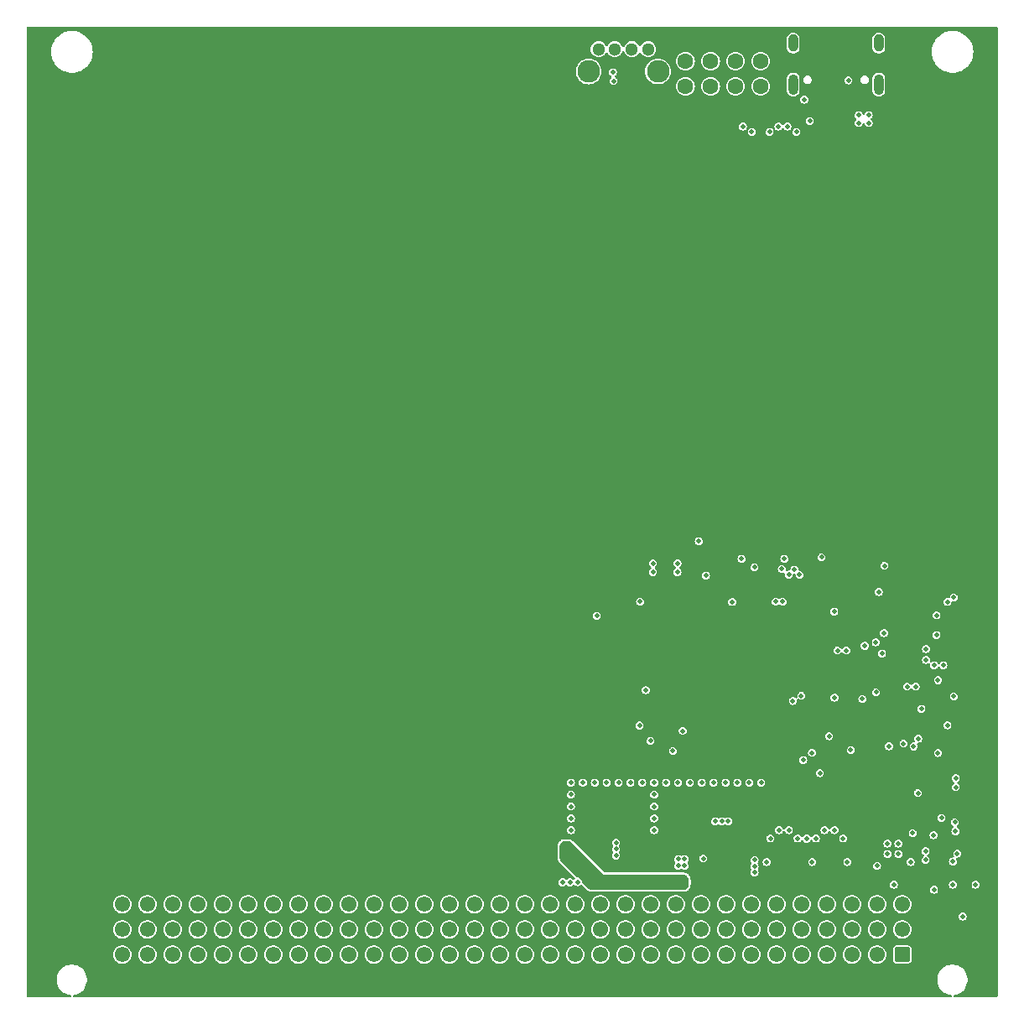
<source format=gbr>
%TF.GenerationSoftware,KiCad,Pcbnew,8.0.9-8.0.9-0~ubuntu24.04.1*%
%TF.CreationDate,2025-03-12T22:41:13+00:00*%
%TF.ProjectId,base-module,62617365-2d6d-46f6-9475-6c652e6b6963,1.0.1*%
%TF.SameCoordinates,Original*%
%TF.FileFunction,Copper,L3,Inr*%
%TF.FilePolarity,Positive*%
%FSLAX46Y46*%
G04 Gerber Fmt 4.6, Leading zero omitted, Abs format (unit mm)*
G04 Created by KiCad (PCBNEW 8.0.9-8.0.9-0~ubuntu24.04.1) date 2025-03-12 22:41:13*
%MOMM*%
%LPD*%
G01*
G04 APERTURE LIST*
G04 Aperture macros list*
%AMRoundRect*
0 Rectangle with rounded corners*
0 $1 Rounding radius*
0 $2 $3 $4 $5 $6 $7 $8 $9 X,Y pos of 4 corners*
0 Add a 4 corners polygon primitive as box body*
4,1,4,$2,$3,$4,$5,$6,$7,$8,$9,$2,$3,0*
0 Add four circle primitives for the rounded corners*
1,1,$1+$1,$2,$3*
1,1,$1+$1,$4,$5*
1,1,$1+$1,$6,$7*
1,1,$1+$1,$8,$9*
0 Add four rect primitives between the rounded corners*
20,1,$1+$1,$2,$3,$4,$5,0*
20,1,$1+$1,$4,$5,$6,$7,0*
20,1,$1+$1,$6,$7,$8,$9,0*
20,1,$1+$1,$8,$9,$2,$3,0*%
G04 Aperture macros list end*
%TA.AperFunction,ComponentPad*%
%ADD10C,1.600000*%
%TD*%
%TA.AperFunction,ComponentPad*%
%ADD11O,1.000000X2.100000*%
%TD*%
%TA.AperFunction,ComponentPad*%
%ADD12O,1.000000X1.800000*%
%TD*%
%TA.AperFunction,ComponentPad*%
%ADD13RoundRect,0.249999X0.525001X0.525001X-0.525001X0.525001X-0.525001X-0.525001X0.525001X-0.525001X0*%
%TD*%
%TA.AperFunction,ComponentPad*%
%ADD14C,1.550000*%
%TD*%
%TA.AperFunction,ComponentPad*%
%ADD15C,1.300000*%
%TD*%
%TA.AperFunction,ComponentPad*%
%ADD16C,2.286000*%
%TD*%
%TA.AperFunction,ViaPad*%
%ADD17C,0.500000*%
%TD*%
G04 APERTURE END LIST*
D10*
%TO.N,Net-(LED300-Pad1)*%
%TO.C,LED300*%
X106863600Y-55785000D03*
%TO.N,GND*%
X109403600Y-55785000D03*
%TO.N,Net-(LED300-Pad3)*%
X106863600Y-58325000D03*
%TO.N,GND*%
X109403600Y-58325000D03*
%TD*%
D11*
%TO.N,Net-(J800-SHIELD)*%
%TO.C,J800*%
X126370000Y-58140000D03*
D12*
X126370000Y-53960000D03*
D11*
X117730000Y-58140000D03*
D12*
X117730000Y-53960000D03*
%TD*%
D13*
%TO.N,GND*%
%TO.C,J200*%
X128740000Y-145975000D03*
D14*
%TO.N,/Backplane/BACKPLANE.D+*%
X126200000Y-145975000D03*
%TO.N,+5V_STDBY*%
X123660000Y-145975000D03*
%TO.N,GND*%
X121120000Y-145975000D03*
%TO.N,/Backplane/CAN1.+*%
X118580000Y-145975000D03*
%TO.N,/Backplane/CAN1.-*%
X116040000Y-145975000D03*
%TO.N,GND*%
X113500000Y-145975000D03*
%TO.N,/Backplane/CAN2.+*%
X110960000Y-145975000D03*
%TO.N,/Backplane/CAN2.-*%
X108420000Y-145975000D03*
%TO.N,GND*%
X105880000Y-145975000D03*
%TO.N,+12V*%
X103340000Y-145975000D03*
X100800000Y-145975000D03*
%TO.N,GND*%
X98260000Y-145975000D03*
%TO.N,+24V*%
X95720000Y-145975000D03*
%TO.N,GND*%
X93180000Y-145975000D03*
%TO.N,/Backplane/GPIOL0*%
X90640000Y-145975000D03*
%TO.N,/Backplane/GPIOL1*%
X88100000Y-145975000D03*
%TO.N,/Backplane/GPIOL2*%
X85560000Y-145975000D03*
%TO.N,/Backplane/GPIOL3*%
X83020000Y-145975000D03*
%TO.N,/Backplane/GPIOL4*%
X80480000Y-145975000D03*
%TO.N,/Backplane/GPIOL5*%
X77940000Y-145975000D03*
%TO.N,/Backplane/GPIOL6*%
X75400000Y-145975000D03*
%TO.N,/Backplane/GPIOL7*%
X72860000Y-145975000D03*
%TO.N,/Backplane/GPIOL8*%
X70320000Y-145975000D03*
%TO.N,/Backplane/GPIOL9*%
X67780000Y-145975000D03*
%TO.N,/Backplane/GPIOL10*%
X65240000Y-145975000D03*
%TO.N,/Backplane/GPIOL11*%
X62700000Y-145975000D03*
%TO.N,/Backplane/GPIOL12*%
X60160000Y-145975000D03*
%TO.N,/Backplane/GPIOL13*%
X57620000Y-145975000D03*
%TO.N,/Backplane/GPIOL14*%
X55080000Y-145975000D03*
%TO.N,/Backplane/GPIOL15*%
X52540000Y-145975000D03*
%TO.N,GND*%
X50000000Y-145975000D03*
X128740000Y-143435000D03*
X126200000Y-143435000D03*
%TO.N,+5V_STDBY*%
X123660000Y-143435000D03*
%TO.N,GND*%
X121120000Y-143435000D03*
%TO.N,/Backplane/CAN1.+*%
X118580000Y-143435000D03*
%TO.N,/Backplane/CAN1.-*%
X116040000Y-143435000D03*
%TO.N,GND*%
X113500000Y-143435000D03*
%TO.N,/Backplane/CAN2.+*%
X110960000Y-143435000D03*
%TO.N,/Backplane/CAN2.-*%
X108420000Y-143435000D03*
%TO.N,GND*%
X105880000Y-143435000D03*
%TO.N,+12V*%
X103340000Y-143435000D03*
X100800000Y-143435000D03*
%TO.N,GND*%
X98260000Y-143435000D03*
%TO.N,+24V*%
X95720000Y-143435000D03*
%TO.N,GND*%
X93180000Y-143435000D03*
%TO.N,/Backplane/GPIOC0*%
X90640000Y-143435000D03*
%TO.N,/Backplane/GPIOC1*%
X88100000Y-143435000D03*
%TO.N,/Backplane/GPIOC2*%
X85560000Y-143435000D03*
%TO.N,/Backplane/GPIOC3*%
X83020000Y-143435000D03*
%TO.N,/Backplane/GPIOC4*%
X80480000Y-143435000D03*
%TO.N,/Backplane/GPIOC5*%
X77940000Y-143435000D03*
%TO.N,/Backplane/GPIOC6*%
X75400000Y-143435000D03*
%TO.N,/Backplane/GPIOC7*%
X72860000Y-143435000D03*
%TO.N,/Backplane/GPIOC8*%
X70320000Y-143435000D03*
%TO.N,/Backplane/GPIOC9*%
X67780000Y-143435000D03*
%TO.N,/Backplane/GPIOC10*%
X65240000Y-143435000D03*
%TO.N,/Backplane/GPIOC11*%
X62700000Y-143435000D03*
%TO.N,/Backplane/GPIOC12*%
X60160000Y-143435000D03*
%TO.N,/Backplane/GPIOC13*%
X57620000Y-143435000D03*
%TO.N,/Backplane/GPIOC14*%
X55080000Y-143435000D03*
%TO.N,/Backplane/GPIOC15*%
X52540000Y-143435000D03*
%TO.N,GND*%
X50000000Y-143435000D03*
X128740000Y-140895000D03*
%TO.N,/Backplane/BACKPLANE.D-*%
X126200000Y-140895000D03*
%TO.N,+5V_STDBY*%
X123660000Y-140895000D03*
%TO.N,GND*%
X121120000Y-140895000D03*
%TO.N,/Backplane/CAN1.+*%
X118580000Y-140895000D03*
%TO.N,/Backplane/CAN1.-*%
X116040000Y-140895000D03*
%TO.N,GND*%
X113500000Y-140895000D03*
%TO.N,/Backplane/CAN2.+*%
X110960000Y-140895000D03*
%TO.N,/Backplane/CAN2.-*%
X108420000Y-140895000D03*
%TO.N,GND*%
X105880000Y-140895000D03*
%TO.N,+12V*%
X103340000Y-140895000D03*
X100800000Y-140895000D03*
%TO.N,GND*%
X98260000Y-140895000D03*
%TO.N,+24V*%
X95720000Y-140895000D03*
%TO.N,GND*%
X93180000Y-140895000D03*
%TO.N,/Backplane/GPIOR0*%
X90640000Y-140895000D03*
%TO.N,/Backplane/GPIOR1*%
X88100000Y-140895000D03*
%TO.N,/Backplane/GPIOR2*%
X85560000Y-140895000D03*
%TO.N,/Backplane/GPIOR3*%
X83020000Y-140895000D03*
%TO.N,/Backplane/GPIOR4*%
X80480000Y-140895000D03*
%TO.N,/Backplane/GPIOR5*%
X77940000Y-140895000D03*
%TO.N,/Backplane/GPIOR6*%
X75400000Y-140895000D03*
%TO.N,/Backplane/GPIOR7*%
X72860000Y-140895000D03*
%TO.N,/Backplane/GPIOR8*%
X70320000Y-140895000D03*
%TO.N,/Backplane/GPIOR9*%
X67780000Y-140895000D03*
%TO.N,/Backplane/GPIOR10*%
X65240000Y-140895000D03*
%TO.N,/Backplane/GPIOR11*%
X62700000Y-140895000D03*
%TO.N,/Backplane/GPIOR12*%
X60160000Y-140895000D03*
%TO.N,/Backplane/GPIOR13*%
X57620000Y-140895000D03*
%TO.N,/Backplane/GPIOR14*%
X55080000Y-140895000D03*
%TO.N,/Backplane/GPIOR15*%
X52540000Y-140895000D03*
%TO.N,GND*%
X50000000Y-140895000D03*
%TD*%
D15*
%TO.N,GND*%
%TO.C,SW400*%
X103080000Y-54575000D03*
X101450000Y-54575000D03*
%TO.N,/MCU/SWD.~{RST}*%
X99710000Y-54575000D03*
%TO.N,/MCU/USR_BUTTON*%
X98080000Y-54575000D03*
D16*
%TO.N,N/C*%
X104080000Y-56825000D03*
X97080000Y-56825000D03*
%TD*%
D10*
%TO.N,Net-(LED301-Pad1)*%
%TO.C,LED301*%
X111913600Y-55785000D03*
%TO.N,GND*%
X114453600Y-55785000D03*
%TO.N,Net-(LED301-Pad3)*%
X111913600Y-58325000D03*
%TO.N,GND*%
X114453600Y-58325000D03*
%TD*%
D17*
%TO.N,+3V3*%
X115300000Y-138075000D03*
X99598400Y-58685001D03*
X131350000Y-125625000D03*
X121325000Y-115325000D03*
X104325000Y-124400000D03*
X120590000Y-106765000D03*
X115350000Y-131500000D03*
X132050000Y-135775000D03*
X131800000Y-106175000D03*
X131400000Y-128975000D03*
X133950000Y-118922500D03*
X114650000Y-131500000D03*
X115350000Y-130625000D03*
X102275000Y-111350000D03*
X121350000Y-124927500D03*
X127900000Y-121575000D03*
X121875000Y-110350000D03*
X105200000Y-108075000D03*
X125700000Y-115575000D03*
X131350000Y-118275000D03*
X124000000Y-115300000D03*
X122225000Y-109375000D03*
X115575000Y-107050000D03*
X101700000Y-121825000D03*
X119900000Y-138075000D03*
X116025000Y-131500000D03*
X112825000Y-106875000D03*
X119625000Y-124600000D03*
X114450000Y-62375000D03*
%TO.N,GND*%
X106050000Y-107375000D03*
X108925000Y-107700000D03*
X99598400Y-57785001D03*
X95300000Y-131025000D03*
X103700000Y-128625000D03*
X106050000Y-106475000D03*
X129900000Y-124961216D03*
X128350000Y-134775000D03*
X104900000Y-128625000D03*
X109870720Y-132521542D03*
X134830000Y-142145001D03*
X127250000Y-134775000D03*
X116250000Y-62375000D03*
X95300000Y-133425000D03*
X132350000Y-125625000D03*
X113850000Y-136425000D03*
X109700000Y-128625000D03*
X96500000Y-128625000D03*
X130325000Y-129675000D03*
X106100000Y-128625000D03*
X110520720Y-132521542D03*
X108650000Y-136275000D03*
X102850000Y-119275000D03*
X113300000Y-128625000D03*
X103700000Y-132225000D03*
X97700000Y-128625000D03*
X115050000Y-136625000D03*
X121350000Y-123927500D03*
X103575000Y-106475000D03*
X116825000Y-106025000D03*
X119625000Y-125600000D03*
X108200000Y-104250000D03*
X126375000Y-109375000D03*
X126900000Y-113525000D03*
X131150000Y-116225000D03*
X112525000Y-106025000D03*
X97900000Y-111775000D03*
X113850000Y-137675000D03*
X100100000Y-128625000D03*
X94450000Y-138675000D03*
X116575000Y-107050000D03*
X128350000Y-135825000D03*
X98900000Y-128625000D03*
X118750000Y-126325000D03*
X134150000Y-128175000D03*
X131900000Y-133925000D03*
X126950000Y-106725000D03*
X119100000Y-134275000D03*
X111170720Y-132521542D03*
X103575000Y-107350000D03*
X103700000Y-133425000D03*
X122200000Y-115275000D03*
X103700000Y-131025000D03*
X117150000Y-62375000D03*
X131150000Y-115125000D03*
X119410000Y-61815001D03*
X133300000Y-122825000D03*
X118050000Y-62925000D03*
X108500000Y-128625000D03*
X133950000Y-119922500D03*
X134100000Y-133525000D03*
X134300000Y-135775000D03*
X112100000Y-128625000D03*
X113825000Y-106875000D03*
X121900000Y-133425000D03*
X114500000Y-128625000D03*
X118850000Y-59675000D03*
X103325000Y-124400000D03*
X121875000Y-111350000D03*
X117300000Y-133425000D03*
X120590000Y-105865000D03*
X129800000Y-133725000D03*
X95953492Y-138663288D03*
X127250000Y-135825000D03*
X131100000Y-136425000D03*
X110900000Y-128625000D03*
X101300000Y-128625000D03*
X99850000Y-134671508D03*
X102500000Y-128625000D03*
X95300000Y-132225000D03*
X107300000Y-128625000D03*
X95200000Y-138675000D03*
X99850000Y-135971508D03*
X95300000Y-129825000D03*
X136150000Y-138925000D03*
X102225000Y-122850000D03*
X126700000Y-115575000D03*
X102275000Y-110350000D03*
X123200000Y-136625000D03*
X131950000Y-139425000D03*
X113850000Y-137075000D03*
X125350000Y-62025000D03*
X125350000Y-61225000D03*
X123550000Y-125325000D03*
X132700000Y-132175000D03*
X99850000Y-135321508D03*
X123100000Y-115275000D03*
X103700000Y-129825000D03*
X95300000Y-128625000D03*
X132350000Y-118275000D03*
X119650000Y-136625000D03*
%TO.N,+5V*%
X106125000Y-137025000D03*
X134150000Y-129075000D03*
X116300000Y-133425000D03*
X106775000Y-136325000D03*
X133300000Y-110375000D03*
X131100000Y-135525001D03*
X106775000Y-137025000D03*
X126200000Y-137025000D03*
X106125000Y-136325000D03*
X120900000Y-133425000D03*
%TO.N,/ST-LINK/LED*%
X124950000Y-114800000D03*
X127400000Y-124950000D03*
%TO.N,/ST-LINK/STLINK-BOOT0*%
X130675000Y-121175000D03*
%TO.N,/ST-LINK/DIO*%
X128875000Y-124675000D03*
%TO.N,/ST-LINK/CLK*%
X130350000Y-124175000D03*
%TO.N,+12V_FUSED*%
X94451270Y-135361059D03*
X133950000Y-109925000D03*
X106125000Y-139025000D03*
X106125000Y-138325000D03*
X106775000Y-138325000D03*
X95375000Y-135375000D03*
X106775000Y-139025000D03*
X94950000Y-134875000D03*
%TO.N,/ST-LINK/STLINK_RX*%
X126100000Y-119500000D03*
X132200000Y-113725000D03*
%TO.N,/USB/VBUS_IN*%
X124350000Y-61225000D03*
X134050000Y-132625000D03*
%TO.N,/ST-LINK/STLINK_TX*%
X132200000Y-111725000D03*
X126075000Y-114450000D03*
%TO.N,/MCU/USR_BUTTON*%
X115975000Y-110350000D03*
X99538600Y-56899202D03*
%TO.N,/MCU/SWD.~{RST}*%
X111575001Y-110375000D03*
X121900000Y-120045000D03*
X118377238Y-107645000D03*
%TO.N,Net-(U302-PGANG)*%
X129600000Y-136625000D03*
X127900000Y-138925000D03*
%TO.N,Net-(U700-PA5)*%
X124700000Y-120175000D03*
X120425000Y-127650000D03*
%TO.N,Net-(U700-PC13)*%
X130100000Y-118925000D03*
X132900000Y-116775000D03*
%TO.N,Net-(U700-PC14)*%
X129225000Y-118925000D03*
X131950000Y-116775000D03*
%TO.N,/CAN transceiver 1/CAN.TX*%
X122775000Y-134250000D03*
X118550000Y-119850000D03*
%TO.N,/CAN transceiver 1/CAN.RX*%
X117700000Y-120375000D03*
X120025000Y-134250000D03*
%TO.N,/CAN transceiver 2/CAN.TX*%
X118175000Y-134250000D03*
X106575000Y-123400000D03*
%TO.N,/CAN transceiver 2/CAN.RX*%
X105600000Y-125425000D03*
X115425000Y-134250000D03*
%TO.N,/USB/CC1*%
X123300000Y-57725000D03*
X124350000Y-62025000D03*
%TO.N,Net-(U801-~{OE})*%
X133850000Y-136575000D03*
X133850000Y-138925000D03*
%TO.N,/MCU/USER_LED_1*%
X113550000Y-62925000D03*
X117850000Y-107125000D03*
%TO.N,/MCU/USER_LED_2*%
X117300000Y-107625000D03*
X112650000Y-62375000D03*
%TO.N,/MCU/STATUS_LED*%
X115350000Y-62925000D03*
X116675000Y-110350000D03*
%TD*%
%TA.AperFunction,Conductor*%
%TO.N,+12V_FUSED*%
G36*
X95050952Y-134526061D02*
G01*
X95156116Y-134539906D01*
X95187383Y-134548284D01*
X95277808Y-134585739D01*
X95305842Y-134601924D01*
X95390003Y-134666503D01*
X95402198Y-134677198D01*
X98478547Y-137753548D01*
X98478554Y-137753554D01*
X98625000Y-137900000D01*
X106666874Y-137900000D01*
X106683059Y-137901061D01*
X106788223Y-137914906D01*
X106819491Y-137923284D01*
X106909918Y-137960740D01*
X106937952Y-137976925D01*
X107015602Y-138036509D01*
X107038491Y-138059398D01*
X107098074Y-138137048D01*
X107114259Y-138165081D01*
X107151715Y-138255508D01*
X107160093Y-138286775D01*
X107173939Y-138391939D01*
X107175000Y-138408125D01*
X107175000Y-138916874D01*
X107173939Y-138933060D01*
X107160093Y-139038224D01*
X107151715Y-139069491D01*
X107114259Y-139159918D01*
X107098074Y-139187951D01*
X107038491Y-139265601D01*
X107015601Y-139288491D01*
X106937951Y-139348074D01*
X106909918Y-139364259D01*
X106819491Y-139401715D01*
X106788224Y-139410093D01*
X106694398Y-139422446D01*
X106683058Y-139423939D01*
X106666874Y-139425000D01*
X97390233Y-139425000D01*
X97374048Y-139423939D01*
X97361024Y-139422224D01*
X97268882Y-139410093D01*
X97237616Y-139401715D01*
X97147191Y-139364260D01*
X97119157Y-139348075D01*
X97034996Y-139283496D01*
X97022801Y-139272801D01*
X96437024Y-138687024D01*
X96403539Y-138625701D01*
X96401972Y-138617018D01*
X96390189Y-138535062D01*
X96336374Y-138417225D01*
X96251541Y-138319321D01*
X96142561Y-138249284D01*
X96142557Y-138249282D01*
X96142556Y-138249282D01*
X96018266Y-138212788D01*
X96018264Y-138212788D01*
X96014150Y-138212788D01*
X96010202Y-138211628D01*
X96009487Y-138211526D01*
X96009501Y-138211423D01*
X95947111Y-138193103D01*
X95926469Y-138176469D01*
X94302198Y-136552198D01*
X94291503Y-136540003D01*
X94226924Y-136455842D01*
X94210739Y-136427808D01*
X94173284Y-136337383D01*
X94164906Y-136306116D01*
X94151061Y-136200952D01*
X94150000Y-136184767D01*
X94150000Y-135033125D01*
X94151061Y-135016940D01*
X94164906Y-134911776D01*
X94173284Y-134880508D01*
X94210740Y-134790081D01*
X94226923Y-134762050D01*
X94286513Y-134684392D01*
X94309392Y-134661513D01*
X94387050Y-134601923D01*
X94415079Y-134585740D01*
X94505509Y-134548283D01*
X94536775Y-134539906D01*
X94641941Y-134526061D01*
X94658126Y-134525000D01*
X95034767Y-134525000D01*
X95050952Y-134526061D01*
G37*
%TD.AperFunction*%
%TD*%
%TA.AperFunction,Conductor*%
%TO.N,+3V3*%
G36*
X138313039Y-52304685D02*
G01*
X138358794Y-52357489D01*
X138370000Y-52409000D01*
X138370000Y-150151000D01*
X138350315Y-150218039D01*
X138297511Y-150263794D01*
X138246000Y-150275000D01*
X134035051Y-150275000D01*
X133968012Y-150255315D01*
X133922257Y-150202511D01*
X133912313Y-150133353D01*
X133941338Y-150069797D01*
X134000116Y-150032023D01*
X134015653Y-150028527D01*
X134177222Y-150002937D01*
X134405589Y-149928736D01*
X134619536Y-149819724D01*
X134813796Y-149678586D01*
X134983586Y-149508796D01*
X135124724Y-149314536D01*
X135233736Y-149100589D01*
X135307937Y-148872222D01*
X135345500Y-148635059D01*
X135345500Y-148394941D01*
X135307937Y-148157778D01*
X135233736Y-147929411D01*
X135233734Y-147929408D01*
X135233734Y-147929406D01*
X135124723Y-147715463D01*
X134983586Y-147521204D01*
X134813796Y-147351414D01*
X134619536Y-147210276D01*
X134405593Y-147101265D01*
X134177222Y-147027063D01*
X133940059Y-146989500D01*
X133699941Y-146989500D01*
X133581359Y-147008281D01*
X133462777Y-147027063D01*
X133234406Y-147101265D01*
X133020463Y-147210276D01*
X132826201Y-147351416D01*
X132656416Y-147521201D01*
X132515276Y-147715463D01*
X132406265Y-147929406D01*
X132332063Y-148157777D01*
X132294500Y-148394941D01*
X132294500Y-148635058D01*
X132332063Y-148872222D01*
X132406265Y-149100593D01*
X132515276Y-149314536D01*
X132656414Y-149508796D01*
X132826204Y-149678586D01*
X133020464Y-149819724D01*
X133121543Y-149871226D01*
X133234406Y-149928734D01*
X133234408Y-149928734D01*
X133234411Y-149928736D01*
X133462778Y-150002937D01*
X133624347Y-150028527D01*
X133687482Y-150058456D01*
X133724413Y-150117768D01*
X133723415Y-150187630D01*
X133684805Y-150245863D01*
X133620842Y-150273977D01*
X133604949Y-150275000D01*
X45135051Y-150275000D01*
X45068012Y-150255315D01*
X45022257Y-150202511D01*
X45012313Y-150133353D01*
X45041338Y-150069797D01*
X45100116Y-150032023D01*
X45115653Y-150028527D01*
X45277222Y-150002937D01*
X45505589Y-149928736D01*
X45719536Y-149819724D01*
X45913796Y-149678586D01*
X46083586Y-149508796D01*
X46224724Y-149314536D01*
X46333736Y-149100589D01*
X46407937Y-148872222D01*
X46445500Y-148635059D01*
X46445500Y-148394941D01*
X46407937Y-148157778D01*
X46333736Y-147929411D01*
X46333734Y-147929408D01*
X46333734Y-147929406D01*
X46224723Y-147715463D01*
X46083586Y-147521204D01*
X45913796Y-147351414D01*
X45719536Y-147210276D01*
X45505593Y-147101265D01*
X45277222Y-147027063D01*
X45040059Y-146989500D01*
X44799941Y-146989500D01*
X44681359Y-147008281D01*
X44562777Y-147027063D01*
X44334406Y-147101265D01*
X44120463Y-147210276D01*
X43926201Y-147351416D01*
X43756416Y-147521201D01*
X43615276Y-147715463D01*
X43506265Y-147929406D01*
X43432063Y-148157777D01*
X43394500Y-148394941D01*
X43394500Y-148635058D01*
X43432063Y-148872222D01*
X43506265Y-149100593D01*
X43615276Y-149314536D01*
X43756414Y-149508796D01*
X43926204Y-149678586D01*
X44120464Y-149819724D01*
X44221543Y-149871226D01*
X44334406Y-149928734D01*
X44334408Y-149928734D01*
X44334411Y-149928736D01*
X44562778Y-150002937D01*
X44724347Y-150028527D01*
X44787482Y-150058456D01*
X44824413Y-150117768D01*
X44823415Y-150187630D01*
X44784805Y-150245863D01*
X44720842Y-150273977D01*
X44704949Y-150275000D01*
X40494000Y-150275000D01*
X40426961Y-150255315D01*
X40381206Y-150202511D01*
X40370000Y-150151000D01*
X40370000Y-145975000D01*
X49069402Y-145975000D01*
X49089738Y-146168483D01*
X49149856Y-146353510D01*
X49149857Y-146353511D01*
X49230159Y-146492597D01*
X49247130Y-146521992D01*
X49255714Y-146531525D01*
X49377302Y-146666564D01*
X49377305Y-146666566D01*
X49377308Y-146666569D01*
X49476096Y-146738343D01*
X49534702Y-146780923D01*
X49602926Y-146811297D01*
X49712429Y-146860051D01*
X49902726Y-146900500D01*
X50097274Y-146900500D01*
X50287571Y-146860051D01*
X50465299Y-146780922D01*
X50622692Y-146666569D01*
X50752870Y-146521992D01*
X50850144Y-146353508D01*
X50910262Y-146168482D01*
X50930598Y-145975000D01*
X51609402Y-145975000D01*
X51629738Y-146168483D01*
X51689856Y-146353510D01*
X51689857Y-146353511D01*
X51770159Y-146492597D01*
X51787130Y-146521992D01*
X51795714Y-146531525D01*
X51917302Y-146666564D01*
X51917305Y-146666566D01*
X51917308Y-146666569D01*
X52016096Y-146738343D01*
X52074702Y-146780923D01*
X52142926Y-146811297D01*
X52252429Y-146860051D01*
X52442726Y-146900500D01*
X52637274Y-146900500D01*
X52827571Y-146860051D01*
X53005299Y-146780922D01*
X53162692Y-146666569D01*
X53292870Y-146521992D01*
X53390144Y-146353508D01*
X53450262Y-146168482D01*
X53470598Y-145975000D01*
X54149402Y-145975000D01*
X54169738Y-146168483D01*
X54229856Y-146353510D01*
X54229857Y-146353511D01*
X54310159Y-146492597D01*
X54327130Y-146521992D01*
X54335714Y-146531525D01*
X54457302Y-146666564D01*
X54457305Y-146666566D01*
X54457308Y-146666569D01*
X54556096Y-146738343D01*
X54614702Y-146780923D01*
X54682926Y-146811297D01*
X54792429Y-146860051D01*
X54982726Y-146900500D01*
X55177274Y-146900500D01*
X55367571Y-146860051D01*
X55545299Y-146780922D01*
X55702692Y-146666569D01*
X55832870Y-146521992D01*
X55930144Y-146353508D01*
X55990262Y-146168482D01*
X56010598Y-145975000D01*
X56689402Y-145975000D01*
X56709738Y-146168483D01*
X56769856Y-146353510D01*
X56769857Y-146353511D01*
X56850159Y-146492597D01*
X56867130Y-146521992D01*
X56875714Y-146531525D01*
X56997302Y-146666564D01*
X56997305Y-146666566D01*
X56997308Y-146666569D01*
X57096096Y-146738343D01*
X57154702Y-146780923D01*
X57222926Y-146811297D01*
X57332429Y-146860051D01*
X57522726Y-146900500D01*
X57717274Y-146900500D01*
X57907571Y-146860051D01*
X58085299Y-146780922D01*
X58242692Y-146666569D01*
X58372870Y-146521992D01*
X58470144Y-146353508D01*
X58530262Y-146168482D01*
X58550598Y-145975000D01*
X59229402Y-145975000D01*
X59249738Y-146168483D01*
X59309856Y-146353510D01*
X59309857Y-146353511D01*
X59390159Y-146492597D01*
X59407130Y-146521992D01*
X59415714Y-146531525D01*
X59537302Y-146666564D01*
X59537305Y-146666566D01*
X59537308Y-146666569D01*
X59636096Y-146738343D01*
X59694702Y-146780923D01*
X59762926Y-146811297D01*
X59872429Y-146860051D01*
X60062726Y-146900500D01*
X60257274Y-146900500D01*
X60447571Y-146860051D01*
X60625299Y-146780922D01*
X60782692Y-146666569D01*
X60912870Y-146521992D01*
X61010144Y-146353508D01*
X61070262Y-146168482D01*
X61090598Y-145975000D01*
X61769402Y-145975000D01*
X61789738Y-146168483D01*
X61849856Y-146353510D01*
X61849857Y-146353511D01*
X61930159Y-146492597D01*
X61947130Y-146521992D01*
X61955714Y-146531525D01*
X62077302Y-146666564D01*
X62077305Y-146666566D01*
X62077308Y-146666569D01*
X62176096Y-146738343D01*
X62234702Y-146780923D01*
X62302926Y-146811297D01*
X62412429Y-146860051D01*
X62602726Y-146900500D01*
X62797274Y-146900500D01*
X62987571Y-146860051D01*
X63165299Y-146780922D01*
X63322692Y-146666569D01*
X63452870Y-146521992D01*
X63550144Y-146353508D01*
X63610262Y-146168482D01*
X63630598Y-145975000D01*
X64309402Y-145975000D01*
X64329738Y-146168483D01*
X64389856Y-146353510D01*
X64389857Y-146353511D01*
X64470159Y-146492597D01*
X64487130Y-146521992D01*
X64495714Y-146531525D01*
X64617302Y-146666564D01*
X64617305Y-146666566D01*
X64617308Y-146666569D01*
X64716096Y-146738343D01*
X64774702Y-146780923D01*
X64842926Y-146811297D01*
X64952429Y-146860051D01*
X65142726Y-146900500D01*
X65337274Y-146900500D01*
X65527571Y-146860051D01*
X65705299Y-146780922D01*
X65862692Y-146666569D01*
X65992870Y-146521992D01*
X66090144Y-146353508D01*
X66150262Y-146168482D01*
X66170598Y-145975000D01*
X66849402Y-145975000D01*
X66869738Y-146168483D01*
X66929856Y-146353510D01*
X66929857Y-146353511D01*
X67010159Y-146492597D01*
X67027130Y-146521992D01*
X67035714Y-146531525D01*
X67157302Y-146666564D01*
X67157305Y-146666566D01*
X67157308Y-146666569D01*
X67256096Y-146738343D01*
X67314702Y-146780923D01*
X67382926Y-146811297D01*
X67492429Y-146860051D01*
X67682726Y-146900500D01*
X67877274Y-146900500D01*
X68067571Y-146860051D01*
X68245299Y-146780922D01*
X68402692Y-146666569D01*
X68532870Y-146521992D01*
X68630144Y-146353508D01*
X68690262Y-146168482D01*
X68710598Y-145975000D01*
X69389402Y-145975000D01*
X69409738Y-146168483D01*
X69469856Y-146353510D01*
X69469857Y-146353511D01*
X69550159Y-146492597D01*
X69567130Y-146521992D01*
X69575714Y-146531525D01*
X69697302Y-146666564D01*
X69697305Y-146666566D01*
X69697308Y-146666569D01*
X69796096Y-146738343D01*
X69854702Y-146780923D01*
X69922926Y-146811297D01*
X70032429Y-146860051D01*
X70222726Y-146900500D01*
X70417274Y-146900500D01*
X70607571Y-146860051D01*
X70785299Y-146780922D01*
X70942692Y-146666569D01*
X71072870Y-146521992D01*
X71170144Y-146353508D01*
X71230262Y-146168482D01*
X71250598Y-145975000D01*
X71929402Y-145975000D01*
X71949738Y-146168483D01*
X72009856Y-146353510D01*
X72009857Y-146353511D01*
X72090159Y-146492597D01*
X72107130Y-146521992D01*
X72115714Y-146531525D01*
X72237302Y-146666564D01*
X72237305Y-146666566D01*
X72237308Y-146666569D01*
X72336096Y-146738343D01*
X72394702Y-146780923D01*
X72462926Y-146811297D01*
X72572429Y-146860051D01*
X72762726Y-146900500D01*
X72957274Y-146900500D01*
X73147571Y-146860051D01*
X73325299Y-146780922D01*
X73482692Y-146666569D01*
X73612870Y-146521992D01*
X73710144Y-146353508D01*
X73770262Y-146168482D01*
X73790598Y-145975000D01*
X74469402Y-145975000D01*
X74489738Y-146168483D01*
X74549856Y-146353510D01*
X74549857Y-146353511D01*
X74630159Y-146492597D01*
X74647130Y-146521992D01*
X74655714Y-146531525D01*
X74777302Y-146666564D01*
X74777305Y-146666566D01*
X74777308Y-146666569D01*
X74876096Y-146738343D01*
X74934702Y-146780923D01*
X75002926Y-146811297D01*
X75112429Y-146860051D01*
X75302726Y-146900500D01*
X75497274Y-146900500D01*
X75687571Y-146860051D01*
X75865299Y-146780922D01*
X76022692Y-146666569D01*
X76152870Y-146521992D01*
X76250144Y-146353508D01*
X76310262Y-146168482D01*
X76330598Y-145975000D01*
X77009402Y-145975000D01*
X77029738Y-146168483D01*
X77089856Y-146353510D01*
X77089857Y-146353511D01*
X77170159Y-146492597D01*
X77187130Y-146521992D01*
X77195714Y-146531525D01*
X77317302Y-146666564D01*
X77317305Y-146666566D01*
X77317308Y-146666569D01*
X77416096Y-146738343D01*
X77474702Y-146780923D01*
X77542926Y-146811297D01*
X77652429Y-146860051D01*
X77842726Y-146900500D01*
X78037274Y-146900500D01*
X78227571Y-146860051D01*
X78405299Y-146780922D01*
X78562692Y-146666569D01*
X78692870Y-146521992D01*
X78790144Y-146353508D01*
X78850262Y-146168482D01*
X78870598Y-145975000D01*
X79549402Y-145975000D01*
X79569738Y-146168483D01*
X79629856Y-146353510D01*
X79629857Y-146353511D01*
X79710159Y-146492597D01*
X79727130Y-146521992D01*
X79735714Y-146531525D01*
X79857302Y-146666564D01*
X79857305Y-146666566D01*
X79857308Y-146666569D01*
X79956096Y-146738343D01*
X80014702Y-146780923D01*
X80082926Y-146811297D01*
X80192429Y-146860051D01*
X80382726Y-146900500D01*
X80577274Y-146900500D01*
X80767571Y-146860051D01*
X80945299Y-146780922D01*
X81102692Y-146666569D01*
X81232870Y-146521992D01*
X81330144Y-146353508D01*
X81390262Y-146168482D01*
X81410598Y-145975000D01*
X82089402Y-145975000D01*
X82109738Y-146168483D01*
X82169856Y-146353510D01*
X82169857Y-146353511D01*
X82250159Y-146492597D01*
X82267130Y-146521992D01*
X82275714Y-146531525D01*
X82397302Y-146666564D01*
X82397305Y-146666566D01*
X82397308Y-146666569D01*
X82496096Y-146738343D01*
X82554702Y-146780923D01*
X82622926Y-146811297D01*
X82732429Y-146860051D01*
X82922726Y-146900500D01*
X83117274Y-146900500D01*
X83307571Y-146860051D01*
X83485299Y-146780922D01*
X83642692Y-146666569D01*
X83772870Y-146521992D01*
X83870144Y-146353508D01*
X83930262Y-146168482D01*
X83950598Y-145975000D01*
X84629402Y-145975000D01*
X84649738Y-146168483D01*
X84709856Y-146353510D01*
X84709857Y-146353511D01*
X84790159Y-146492597D01*
X84807130Y-146521992D01*
X84815714Y-146531525D01*
X84937302Y-146666564D01*
X84937305Y-146666566D01*
X84937308Y-146666569D01*
X85036096Y-146738343D01*
X85094702Y-146780923D01*
X85162926Y-146811297D01*
X85272429Y-146860051D01*
X85462726Y-146900500D01*
X85657274Y-146900500D01*
X85847571Y-146860051D01*
X86025299Y-146780922D01*
X86182692Y-146666569D01*
X86312870Y-146521992D01*
X86410144Y-146353508D01*
X86470262Y-146168482D01*
X86490598Y-145975000D01*
X87169402Y-145975000D01*
X87189738Y-146168483D01*
X87249856Y-146353510D01*
X87249857Y-146353511D01*
X87330159Y-146492597D01*
X87347130Y-146521992D01*
X87355714Y-146531525D01*
X87477302Y-146666564D01*
X87477305Y-146666566D01*
X87477308Y-146666569D01*
X87576096Y-146738343D01*
X87634702Y-146780923D01*
X87702926Y-146811297D01*
X87812429Y-146860051D01*
X88002726Y-146900500D01*
X88197274Y-146900500D01*
X88387571Y-146860051D01*
X88565299Y-146780922D01*
X88722692Y-146666569D01*
X88852870Y-146521992D01*
X88950144Y-146353508D01*
X89010262Y-146168482D01*
X89030598Y-145975000D01*
X89709402Y-145975000D01*
X89729738Y-146168483D01*
X89789856Y-146353510D01*
X89789857Y-146353511D01*
X89870159Y-146492597D01*
X89887130Y-146521992D01*
X89895714Y-146531525D01*
X90017302Y-146666564D01*
X90017305Y-146666566D01*
X90017308Y-146666569D01*
X90116096Y-146738343D01*
X90174702Y-146780923D01*
X90242926Y-146811297D01*
X90352429Y-146860051D01*
X90542726Y-146900500D01*
X90737274Y-146900500D01*
X90927571Y-146860051D01*
X91105299Y-146780922D01*
X91262692Y-146666569D01*
X91392870Y-146521992D01*
X91490144Y-146353508D01*
X91550262Y-146168482D01*
X91570598Y-145975000D01*
X92249402Y-145975000D01*
X92269738Y-146168483D01*
X92329856Y-146353510D01*
X92329857Y-146353511D01*
X92410159Y-146492597D01*
X92427130Y-146521992D01*
X92435714Y-146531525D01*
X92557302Y-146666564D01*
X92557305Y-146666566D01*
X92557308Y-146666569D01*
X92656096Y-146738343D01*
X92714702Y-146780923D01*
X92782926Y-146811297D01*
X92892429Y-146860051D01*
X93082726Y-146900500D01*
X93277274Y-146900500D01*
X93467571Y-146860051D01*
X93645299Y-146780922D01*
X93802692Y-146666569D01*
X93932870Y-146521992D01*
X94030144Y-146353508D01*
X94090262Y-146168482D01*
X94110598Y-145975000D01*
X94789402Y-145975000D01*
X94809738Y-146168483D01*
X94869856Y-146353510D01*
X94869857Y-146353511D01*
X94950159Y-146492597D01*
X94967130Y-146521992D01*
X94975714Y-146531525D01*
X95097302Y-146666564D01*
X95097305Y-146666566D01*
X95097308Y-146666569D01*
X95196096Y-146738343D01*
X95254702Y-146780923D01*
X95322926Y-146811297D01*
X95432429Y-146860051D01*
X95622726Y-146900500D01*
X95817274Y-146900500D01*
X96007571Y-146860051D01*
X96185299Y-146780922D01*
X96342692Y-146666569D01*
X96472870Y-146521992D01*
X96570144Y-146353508D01*
X96630262Y-146168482D01*
X96650598Y-145975000D01*
X97329402Y-145975000D01*
X97349738Y-146168483D01*
X97409856Y-146353510D01*
X97409857Y-146353511D01*
X97490159Y-146492597D01*
X97507130Y-146521992D01*
X97515714Y-146531525D01*
X97637302Y-146666564D01*
X97637305Y-146666566D01*
X97637308Y-146666569D01*
X97736096Y-146738343D01*
X97794702Y-146780923D01*
X97862926Y-146811297D01*
X97972429Y-146860051D01*
X98162726Y-146900500D01*
X98357274Y-146900500D01*
X98547571Y-146860051D01*
X98725299Y-146780922D01*
X98882692Y-146666569D01*
X99012870Y-146521992D01*
X99110144Y-146353508D01*
X99170262Y-146168482D01*
X99190598Y-145975000D01*
X99869402Y-145975000D01*
X99889738Y-146168483D01*
X99949856Y-146353510D01*
X99949857Y-146353511D01*
X100030159Y-146492597D01*
X100047130Y-146521992D01*
X100055714Y-146531525D01*
X100177302Y-146666564D01*
X100177305Y-146666566D01*
X100177308Y-146666569D01*
X100276096Y-146738343D01*
X100334702Y-146780923D01*
X100402926Y-146811297D01*
X100512429Y-146860051D01*
X100702726Y-146900500D01*
X100897274Y-146900500D01*
X101087571Y-146860051D01*
X101265299Y-146780922D01*
X101422692Y-146666569D01*
X101552870Y-146521992D01*
X101650144Y-146353508D01*
X101710262Y-146168482D01*
X101730598Y-145975000D01*
X102409402Y-145975000D01*
X102429738Y-146168483D01*
X102489856Y-146353510D01*
X102489857Y-146353511D01*
X102570159Y-146492597D01*
X102587130Y-146521992D01*
X102595714Y-146531525D01*
X102717302Y-146666564D01*
X102717305Y-146666566D01*
X102717308Y-146666569D01*
X102816096Y-146738343D01*
X102874702Y-146780923D01*
X102942926Y-146811297D01*
X103052429Y-146860051D01*
X103242726Y-146900500D01*
X103437274Y-146900500D01*
X103627571Y-146860051D01*
X103805299Y-146780922D01*
X103962692Y-146666569D01*
X104092870Y-146521992D01*
X104190144Y-146353508D01*
X104250262Y-146168482D01*
X104270598Y-145975000D01*
X104949402Y-145975000D01*
X104969738Y-146168483D01*
X105029856Y-146353510D01*
X105029857Y-146353511D01*
X105110159Y-146492597D01*
X105127130Y-146521992D01*
X105135714Y-146531525D01*
X105257302Y-146666564D01*
X105257305Y-146666566D01*
X105257308Y-146666569D01*
X105356096Y-146738343D01*
X105414702Y-146780923D01*
X105482926Y-146811297D01*
X105592429Y-146860051D01*
X105782726Y-146900500D01*
X105977274Y-146900500D01*
X106167571Y-146860051D01*
X106345299Y-146780922D01*
X106502692Y-146666569D01*
X106632870Y-146521992D01*
X106730144Y-146353508D01*
X106790262Y-146168482D01*
X106810598Y-145975000D01*
X107489402Y-145975000D01*
X107509738Y-146168483D01*
X107569856Y-146353510D01*
X107569857Y-146353511D01*
X107650159Y-146492597D01*
X107667130Y-146521992D01*
X107675714Y-146531525D01*
X107797302Y-146666564D01*
X107797305Y-146666566D01*
X107797308Y-146666569D01*
X107896096Y-146738343D01*
X107954702Y-146780923D01*
X108022926Y-146811297D01*
X108132429Y-146860051D01*
X108322726Y-146900500D01*
X108517274Y-146900500D01*
X108707571Y-146860051D01*
X108885299Y-146780922D01*
X109042692Y-146666569D01*
X109172870Y-146521992D01*
X109270144Y-146353508D01*
X109330262Y-146168482D01*
X109350598Y-145975000D01*
X110029402Y-145975000D01*
X110049738Y-146168483D01*
X110109856Y-146353510D01*
X110109857Y-146353511D01*
X110190159Y-146492597D01*
X110207130Y-146521992D01*
X110215714Y-146531525D01*
X110337302Y-146666564D01*
X110337305Y-146666566D01*
X110337308Y-146666569D01*
X110436096Y-146738343D01*
X110494702Y-146780923D01*
X110562926Y-146811297D01*
X110672429Y-146860051D01*
X110862726Y-146900500D01*
X111057274Y-146900500D01*
X111247571Y-146860051D01*
X111425299Y-146780922D01*
X111582692Y-146666569D01*
X111712870Y-146521992D01*
X111810144Y-146353508D01*
X111870262Y-146168482D01*
X111890598Y-145975000D01*
X112569402Y-145975000D01*
X112589738Y-146168483D01*
X112649856Y-146353510D01*
X112649857Y-146353511D01*
X112730159Y-146492597D01*
X112747130Y-146521992D01*
X112755714Y-146531525D01*
X112877302Y-146666564D01*
X112877305Y-146666566D01*
X112877308Y-146666569D01*
X112976096Y-146738343D01*
X113034702Y-146780923D01*
X113102926Y-146811297D01*
X113212429Y-146860051D01*
X113402726Y-146900500D01*
X113597274Y-146900500D01*
X113787571Y-146860051D01*
X113965299Y-146780922D01*
X114122692Y-146666569D01*
X114252870Y-146521992D01*
X114350144Y-146353508D01*
X114410262Y-146168482D01*
X114430598Y-145975000D01*
X115109402Y-145975000D01*
X115129738Y-146168483D01*
X115189856Y-146353510D01*
X115189857Y-146353511D01*
X115270159Y-146492597D01*
X115287130Y-146521992D01*
X115295714Y-146531525D01*
X115417302Y-146666564D01*
X115417305Y-146666566D01*
X115417308Y-146666569D01*
X115516096Y-146738343D01*
X115574702Y-146780923D01*
X115642926Y-146811297D01*
X115752429Y-146860051D01*
X115942726Y-146900500D01*
X116137274Y-146900500D01*
X116327571Y-146860051D01*
X116505299Y-146780922D01*
X116662692Y-146666569D01*
X116792870Y-146521992D01*
X116890144Y-146353508D01*
X116950262Y-146168482D01*
X116970598Y-145975000D01*
X117649402Y-145975000D01*
X117669738Y-146168483D01*
X117729856Y-146353510D01*
X117729857Y-146353511D01*
X117810159Y-146492597D01*
X117827130Y-146521992D01*
X117835714Y-146531525D01*
X117957302Y-146666564D01*
X117957305Y-146666566D01*
X117957308Y-146666569D01*
X118056096Y-146738343D01*
X118114702Y-146780923D01*
X118182926Y-146811297D01*
X118292429Y-146860051D01*
X118482726Y-146900500D01*
X118677274Y-146900500D01*
X118867571Y-146860051D01*
X119045299Y-146780922D01*
X119202692Y-146666569D01*
X119332870Y-146521992D01*
X119430144Y-146353508D01*
X119490262Y-146168482D01*
X119510598Y-145975000D01*
X120189402Y-145975000D01*
X120209738Y-146168483D01*
X120269856Y-146353510D01*
X120269857Y-146353511D01*
X120350159Y-146492597D01*
X120367130Y-146521992D01*
X120375714Y-146531525D01*
X120497302Y-146666564D01*
X120497305Y-146666566D01*
X120497308Y-146666569D01*
X120596096Y-146738343D01*
X120654702Y-146780923D01*
X120722926Y-146811297D01*
X120832429Y-146860051D01*
X121022726Y-146900500D01*
X121217274Y-146900500D01*
X121407571Y-146860051D01*
X121585299Y-146780922D01*
X121742692Y-146666569D01*
X121872870Y-146521992D01*
X121970144Y-146353508D01*
X122030262Y-146168482D01*
X122050598Y-145975000D01*
X122729402Y-145975000D01*
X122749738Y-146168483D01*
X122809856Y-146353510D01*
X122809857Y-146353511D01*
X122890159Y-146492597D01*
X122907130Y-146521992D01*
X122915714Y-146531525D01*
X123037302Y-146666564D01*
X123037305Y-146666566D01*
X123037308Y-146666569D01*
X123136096Y-146738343D01*
X123194702Y-146780923D01*
X123262926Y-146811297D01*
X123372429Y-146860051D01*
X123562726Y-146900500D01*
X123757274Y-146900500D01*
X123947571Y-146860051D01*
X124125299Y-146780922D01*
X124282692Y-146666569D01*
X124412870Y-146521992D01*
X124510144Y-146353508D01*
X124570262Y-146168482D01*
X124590598Y-145975000D01*
X125269402Y-145975000D01*
X125289738Y-146168483D01*
X125349856Y-146353510D01*
X125349857Y-146353511D01*
X125430159Y-146492597D01*
X125447130Y-146521992D01*
X125455714Y-146531525D01*
X125577302Y-146666564D01*
X125577305Y-146666566D01*
X125577308Y-146666569D01*
X125676096Y-146738343D01*
X125734702Y-146780923D01*
X125802926Y-146811297D01*
X125912429Y-146860051D01*
X126102726Y-146900500D01*
X126297274Y-146900500D01*
X126487571Y-146860051D01*
X126665299Y-146780922D01*
X126822692Y-146666569D01*
X126952870Y-146521992D01*
X127050144Y-146353508D01*
X127110262Y-146168482D01*
X127130598Y-145975000D01*
X127110262Y-145781518D01*
X127050144Y-145596492D01*
X127050143Y-145596491D01*
X127050143Y-145596489D01*
X127050142Y-145596488D01*
X127016202Y-145537703D01*
X126952870Y-145428008D01*
X126944285Y-145418474D01*
X127814500Y-145418474D01*
X127814500Y-146531525D01*
X127829352Y-146625302D01*
X127829354Y-146625305D01*
X127886950Y-146738343D01*
X127886952Y-146738345D01*
X127886954Y-146738348D01*
X127976651Y-146828045D01*
X127976653Y-146828046D01*
X127976657Y-146828050D01*
X128089695Y-146885646D01*
X128089697Y-146885647D01*
X128183475Y-146900500D01*
X128183480Y-146900500D01*
X129296525Y-146900500D01*
X129390302Y-146885647D01*
X129390303Y-146885646D01*
X129390305Y-146885646D01*
X129503343Y-146828050D01*
X129593050Y-146738343D01*
X129650646Y-146625305D01*
X129650646Y-146625303D01*
X129650647Y-146625302D01*
X129665500Y-146531525D01*
X129665500Y-145418474D01*
X129650647Y-145324697D01*
X129650646Y-145324695D01*
X129593050Y-145211657D01*
X129593046Y-145211653D01*
X129593045Y-145211651D01*
X129503348Y-145121954D01*
X129503345Y-145121952D01*
X129503343Y-145121950D01*
X129426518Y-145082805D01*
X129390302Y-145064352D01*
X129296525Y-145049500D01*
X129296520Y-145049500D01*
X128183480Y-145049500D01*
X128183475Y-145049500D01*
X128089697Y-145064352D01*
X128039464Y-145089948D01*
X127976657Y-145121950D01*
X127976656Y-145121951D01*
X127976651Y-145121954D01*
X127886954Y-145211651D01*
X127886951Y-145211656D01*
X127829352Y-145324697D01*
X127814500Y-145418474D01*
X126944285Y-145418474D01*
X126901882Y-145371381D01*
X126822697Y-145283435D01*
X126822694Y-145283433D01*
X126822693Y-145283432D01*
X126822692Y-145283431D01*
X126723904Y-145211657D01*
X126665297Y-145169076D01*
X126528848Y-145108326D01*
X126487571Y-145089949D01*
X126487569Y-145089948D01*
X126297274Y-145049500D01*
X126102726Y-145049500D01*
X125912431Y-145089948D01*
X125734702Y-145169076D01*
X125577305Y-145283433D01*
X125577302Y-145283435D01*
X125447129Y-145428009D01*
X125349857Y-145596488D01*
X125349856Y-145596489D01*
X125289738Y-145781516D01*
X125269402Y-145975000D01*
X124590598Y-145975000D01*
X124570262Y-145781518D01*
X124510144Y-145596492D01*
X124510143Y-145596491D01*
X124510143Y-145596489D01*
X124510142Y-145596488D01*
X124476202Y-145537703D01*
X124412870Y-145428008D01*
X124361882Y-145371381D01*
X124282697Y-145283435D01*
X124282694Y-145283433D01*
X124282693Y-145283432D01*
X124282692Y-145283431D01*
X124183904Y-145211657D01*
X124125297Y-145169076D01*
X123988848Y-145108326D01*
X123947571Y-145089949D01*
X123947569Y-145089948D01*
X123757274Y-145049500D01*
X123562726Y-145049500D01*
X123372431Y-145089948D01*
X123194702Y-145169076D01*
X123037305Y-145283433D01*
X123037302Y-145283435D01*
X122907129Y-145428009D01*
X122809857Y-145596488D01*
X122809856Y-145596489D01*
X122749738Y-145781516D01*
X122729402Y-145975000D01*
X122050598Y-145975000D01*
X122030262Y-145781518D01*
X121970144Y-145596492D01*
X121970143Y-145596491D01*
X121970143Y-145596489D01*
X121970142Y-145596488D01*
X121936202Y-145537703D01*
X121872870Y-145428008D01*
X121821882Y-145371381D01*
X121742697Y-145283435D01*
X121742694Y-145283433D01*
X121742693Y-145283432D01*
X121742692Y-145283431D01*
X121643904Y-145211657D01*
X121585297Y-145169076D01*
X121448848Y-145108326D01*
X121407571Y-145089949D01*
X121407569Y-145089948D01*
X121217274Y-145049500D01*
X121022726Y-145049500D01*
X120832431Y-145089948D01*
X120654702Y-145169076D01*
X120497305Y-145283433D01*
X120497302Y-145283435D01*
X120367129Y-145428009D01*
X120269857Y-145596488D01*
X120269856Y-145596489D01*
X120209738Y-145781516D01*
X120189402Y-145975000D01*
X119510598Y-145975000D01*
X119490262Y-145781518D01*
X119430144Y-145596492D01*
X119430143Y-145596491D01*
X119430143Y-145596489D01*
X119430142Y-145596488D01*
X119396202Y-145537703D01*
X119332870Y-145428008D01*
X119281882Y-145371381D01*
X119202697Y-145283435D01*
X119202694Y-145283433D01*
X119202693Y-145283432D01*
X119202692Y-145283431D01*
X119103904Y-145211657D01*
X119045297Y-145169076D01*
X118908848Y-145108326D01*
X118867571Y-145089949D01*
X118867569Y-145089948D01*
X118677274Y-145049500D01*
X118482726Y-145049500D01*
X118292431Y-145089948D01*
X118114702Y-145169076D01*
X117957305Y-145283433D01*
X117957302Y-145283435D01*
X117827129Y-145428009D01*
X117729857Y-145596488D01*
X117729856Y-145596489D01*
X117669738Y-145781516D01*
X117649402Y-145975000D01*
X116970598Y-145975000D01*
X116950262Y-145781518D01*
X116890144Y-145596492D01*
X116890143Y-145596491D01*
X116890143Y-145596489D01*
X116890142Y-145596488D01*
X116856202Y-145537703D01*
X116792870Y-145428008D01*
X116741882Y-145371381D01*
X116662697Y-145283435D01*
X116662694Y-145283433D01*
X116662693Y-145283432D01*
X116662692Y-145283431D01*
X116563904Y-145211657D01*
X116505297Y-145169076D01*
X116368848Y-145108326D01*
X116327571Y-145089949D01*
X116327569Y-145089948D01*
X116137274Y-145049500D01*
X115942726Y-145049500D01*
X115752431Y-145089948D01*
X115574702Y-145169076D01*
X115417305Y-145283433D01*
X115417302Y-145283435D01*
X115287129Y-145428009D01*
X115189857Y-145596488D01*
X115189856Y-145596489D01*
X115129738Y-145781516D01*
X115109402Y-145975000D01*
X114430598Y-145975000D01*
X114410262Y-145781518D01*
X114350144Y-145596492D01*
X114350143Y-145596491D01*
X114350143Y-145596489D01*
X114350142Y-145596488D01*
X114316202Y-145537703D01*
X114252870Y-145428008D01*
X114201882Y-145371381D01*
X114122697Y-145283435D01*
X114122694Y-145283433D01*
X114122693Y-145283432D01*
X114122692Y-145283431D01*
X114023904Y-145211657D01*
X113965297Y-145169076D01*
X113828848Y-145108326D01*
X113787571Y-145089949D01*
X113787569Y-145089948D01*
X113597274Y-145049500D01*
X113402726Y-145049500D01*
X113212431Y-145089948D01*
X113034702Y-145169076D01*
X112877305Y-145283433D01*
X112877302Y-145283435D01*
X112747129Y-145428009D01*
X112649857Y-145596488D01*
X112649856Y-145596489D01*
X112589738Y-145781516D01*
X112569402Y-145975000D01*
X111890598Y-145975000D01*
X111870262Y-145781518D01*
X111810144Y-145596492D01*
X111810143Y-145596491D01*
X111810143Y-145596489D01*
X111810142Y-145596488D01*
X111776202Y-145537703D01*
X111712870Y-145428008D01*
X111661882Y-145371381D01*
X111582697Y-145283435D01*
X111582694Y-145283433D01*
X111582693Y-145283432D01*
X111582692Y-145283431D01*
X111483904Y-145211657D01*
X111425297Y-145169076D01*
X111288848Y-145108326D01*
X111247571Y-145089949D01*
X111247569Y-145089948D01*
X111057274Y-145049500D01*
X110862726Y-145049500D01*
X110672431Y-145089948D01*
X110494702Y-145169076D01*
X110337305Y-145283433D01*
X110337302Y-145283435D01*
X110207129Y-145428009D01*
X110109857Y-145596488D01*
X110109856Y-145596489D01*
X110049738Y-145781516D01*
X110029402Y-145975000D01*
X109350598Y-145975000D01*
X109330262Y-145781518D01*
X109270144Y-145596492D01*
X109270143Y-145596491D01*
X109270143Y-145596489D01*
X109270142Y-145596488D01*
X109236202Y-145537703D01*
X109172870Y-145428008D01*
X109121882Y-145371381D01*
X109042697Y-145283435D01*
X109042694Y-145283433D01*
X109042693Y-145283432D01*
X109042692Y-145283431D01*
X108943904Y-145211657D01*
X108885297Y-145169076D01*
X108748848Y-145108326D01*
X108707571Y-145089949D01*
X108707569Y-145089948D01*
X108517274Y-145049500D01*
X108322726Y-145049500D01*
X108132431Y-145089948D01*
X107954702Y-145169076D01*
X107797305Y-145283433D01*
X107797302Y-145283435D01*
X107667129Y-145428009D01*
X107569857Y-145596488D01*
X107569856Y-145596489D01*
X107509738Y-145781516D01*
X107489402Y-145975000D01*
X106810598Y-145975000D01*
X106790262Y-145781518D01*
X106730144Y-145596492D01*
X106730143Y-145596491D01*
X106730143Y-145596489D01*
X106730142Y-145596488D01*
X106696202Y-145537703D01*
X106632870Y-145428008D01*
X106581882Y-145371381D01*
X106502697Y-145283435D01*
X106502694Y-145283433D01*
X106502693Y-145283432D01*
X106502692Y-145283431D01*
X106403904Y-145211657D01*
X106345297Y-145169076D01*
X106208848Y-145108326D01*
X106167571Y-145089949D01*
X106167569Y-145089948D01*
X105977274Y-145049500D01*
X105782726Y-145049500D01*
X105592431Y-145089948D01*
X105414702Y-145169076D01*
X105257305Y-145283433D01*
X105257302Y-145283435D01*
X105127129Y-145428009D01*
X105029857Y-145596488D01*
X105029856Y-145596489D01*
X104969738Y-145781516D01*
X104949402Y-145975000D01*
X104270598Y-145975000D01*
X104250262Y-145781518D01*
X104190144Y-145596492D01*
X104190143Y-145596491D01*
X104190143Y-145596489D01*
X104190142Y-145596488D01*
X104156202Y-145537703D01*
X104092870Y-145428008D01*
X104041882Y-145371381D01*
X103962697Y-145283435D01*
X103962694Y-145283433D01*
X103962693Y-145283432D01*
X103962692Y-145283431D01*
X103863904Y-145211657D01*
X103805297Y-145169076D01*
X103668848Y-145108326D01*
X103627571Y-145089949D01*
X103627569Y-145089948D01*
X103437274Y-145049500D01*
X103242726Y-145049500D01*
X103052431Y-145089948D01*
X102874702Y-145169076D01*
X102717305Y-145283433D01*
X102717302Y-145283435D01*
X102587129Y-145428009D01*
X102489857Y-145596488D01*
X102489856Y-145596489D01*
X102429738Y-145781516D01*
X102409402Y-145975000D01*
X101730598Y-145975000D01*
X101710262Y-145781518D01*
X101650144Y-145596492D01*
X101650143Y-145596491D01*
X101650143Y-145596489D01*
X101650142Y-145596488D01*
X101616202Y-145537703D01*
X101552870Y-145428008D01*
X101501882Y-145371381D01*
X101422697Y-145283435D01*
X101422694Y-145283433D01*
X101422693Y-145283432D01*
X101422692Y-145283431D01*
X101323904Y-145211657D01*
X101265297Y-145169076D01*
X101128848Y-145108326D01*
X101087571Y-145089949D01*
X101087569Y-145089948D01*
X100897274Y-145049500D01*
X100702726Y-145049500D01*
X100512431Y-145089948D01*
X100334702Y-145169076D01*
X100177305Y-145283433D01*
X100177302Y-145283435D01*
X100047129Y-145428009D01*
X99949857Y-145596488D01*
X99949856Y-145596489D01*
X99889738Y-145781516D01*
X99869402Y-145975000D01*
X99190598Y-145975000D01*
X99170262Y-145781518D01*
X99110144Y-145596492D01*
X99110143Y-145596491D01*
X99110143Y-145596489D01*
X99110142Y-145596488D01*
X99076202Y-145537703D01*
X99012870Y-145428008D01*
X98961882Y-145371381D01*
X98882697Y-145283435D01*
X98882694Y-145283433D01*
X98882693Y-145283432D01*
X98882692Y-145283431D01*
X98783904Y-145211657D01*
X98725297Y-145169076D01*
X98588848Y-145108326D01*
X98547571Y-145089949D01*
X98547569Y-145089948D01*
X98357274Y-145049500D01*
X98162726Y-145049500D01*
X97972431Y-145089948D01*
X97794702Y-145169076D01*
X97637305Y-145283433D01*
X97637302Y-145283435D01*
X97507129Y-145428009D01*
X97409857Y-145596488D01*
X97409856Y-145596489D01*
X97349738Y-145781516D01*
X97329402Y-145975000D01*
X96650598Y-145975000D01*
X96630262Y-145781518D01*
X96570144Y-145596492D01*
X96570143Y-145596491D01*
X96570143Y-145596489D01*
X96570142Y-145596488D01*
X96536202Y-145537703D01*
X96472870Y-145428008D01*
X96421882Y-145371381D01*
X96342697Y-145283435D01*
X96342694Y-145283433D01*
X96342693Y-145283432D01*
X96342692Y-145283431D01*
X96243904Y-145211657D01*
X96185297Y-145169076D01*
X96048848Y-145108326D01*
X96007571Y-145089949D01*
X96007569Y-145089948D01*
X95817274Y-145049500D01*
X95622726Y-145049500D01*
X95432431Y-145089948D01*
X95254702Y-145169076D01*
X95097305Y-145283433D01*
X95097302Y-145283435D01*
X94967129Y-145428009D01*
X94869857Y-145596488D01*
X94869856Y-145596489D01*
X94809738Y-145781516D01*
X94789402Y-145975000D01*
X94110598Y-145975000D01*
X94090262Y-145781518D01*
X94030144Y-145596492D01*
X94030143Y-145596491D01*
X94030143Y-145596489D01*
X94030142Y-145596488D01*
X93996202Y-145537703D01*
X93932870Y-145428008D01*
X93881882Y-145371381D01*
X93802697Y-145283435D01*
X93802694Y-145283433D01*
X93802693Y-145283432D01*
X93802692Y-145283431D01*
X93703904Y-145211657D01*
X93645297Y-145169076D01*
X93508848Y-145108326D01*
X93467571Y-145089949D01*
X93467569Y-145089948D01*
X93277274Y-145049500D01*
X93082726Y-145049500D01*
X92892431Y-145089948D01*
X92714702Y-145169076D01*
X92557305Y-145283433D01*
X92557302Y-145283435D01*
X92427129Y-145428009D01*
X92329857Y-145596488D01*
X92329856Y-145596489D01*
X92269738Y-145781516D01*
X92249402Y-145975000D01*
X91570598Y-145975000D01*
X91550262Y-145781518D01*
X91490144Y-145596492D01*
X91490143Y-145596491D01*
X91490143Y-145596489D01*
X91490142Y-145596488D01*
X91456202Y-145537703D01*
X91392870Y-145428008D01*
X91341882Y-145371381D01*
X91262697Y-145283435D01*
X91262694Y-145283433D01*
X91262693Y-145283432D01*
X91262692Y-145283431D01*
X91163904Y-145211657D01*
X91105297Y-145169076D01*
X90968848Y-145108326D01*
X90927571Y-145089949D01*
X90927569Y-145089948D01*
X90737274Y-145049500D01*
X90542726Y-145049500D01*
X90352431Y-145089948D01*
X90174702Y-145169076D01*
X90017305Y-145283433D01*
X90017302Y-145283435D01*
X89887129Y-145428009D01*
X89789857Y-145596488D01*
X89789856Y-145596489D01*
X89729738Y-145781516D01*
X89709402Y-145975000D01*
X89030598Y-145975000D01*
X89010262Y-145781518D01*
X88950144Y-145596492D01*
X88950143Y-145596491D01*
X88950143Y-145596489D01*
X88950142Y-145596488D01*
X88916202Y-145537703D01*
X88852870Y-145428008D01*
X88801882Y-145371381D01*
X88722697Y-145283435D01*
X88722694Y-145283433D01*
X88722693Y-145283432D01*
X88722692Y-145283431D01*
X88623904Y-145211657D01*
X88565297Y-145169076D01*
X88428848Y-145108326D01*
X88387571Y-145089949D01*
X88387569Y-145089948D01*
X88197274Y-145049500D01*
X88002726Y-145049500D01*
X87812431Y-145089948D01*
X87634702Y-145169076D01*
X87477305Y-145283433D01*
X87477302Y-145283435D01*
X87347129Y-145428009D01*
X87249857Y-145596488D01*
X87249856Y-145596489D01*
X87189738Y-145781516D01*
X87169402Y-145975000D01*
X86490598Y-145975000D01*
X86470262Y-145781518D01*
X86410144Y-145596492D01*
X86410143Y-145596491D01*
X86410143Y-145596489D01*
X86410142Y-145596488D01*
X86376202Y-145537703D01*
X86312870Y-145428008D01*
X86261882Y-145371381D01*
X86182697Y-145283435D01*
X86182694Y-145283433D01*
X86182693Y-145283432D01*
X86182692Y-145283431D01*
X86083904Y-145211657D01*
X86025297Y-145169076D01*
X85888848Y-145108326D01*
X85847571Y-145089949D01*
X85847569Y-145089948D01*
X85657274Y-145049500D01*
X85462726Y-145049500D01*
X85272431Y-145089948D01*
X85094702Y-145169076D01*
X84937305Y-145283433D01*
X84937302Y-145283435D01*
X84807129Y-145428009D01*
X84709857Y-145596488D01*
X84709856Y-145596489D01*
X84649738Y-145781516D01*
X84629402Y-145975000D01*
X83950598Y-145975000D01*
X83930262Y-145781518D01*
X83870144Y-145596492D01*
X83870143Y-145596491D01*
X83870143Y-145596489D01*
X83870142Y-145596488D01*
X83836202Y-145537703D01*
X83772870Y-145428008D01*
X83721882Y-145371381D01*
X83642697Y-145283435D01*
X83642694Y-145283433D01*
X83642693Y-145283432D01*
X83642692Y-145283431D01*
X83543904Y-145211657D01*
X83485297Y-145169076D01*
X83348848Y-145108326D01*
X83307571Y-145089949D01*
X83307569Y-145089948D01*
X83117274Y-145049500D01*
X82922726Y-145049500D01*
X82732431Y-145089948D01*
X82554702Y-145169076D01*
X82397305Y-145283433D01*
X82397302Y-145283435D01*
X82267129Y-145428009D01*
X82169857Y-145596488D01*
X82169856Y-145596489D01*
X82109738Y-145781516D01*
X82089402Y-145975000D01*
X81410598Y-145975000D01*
X81390262Y-145781518D01*
X81330144Y-145596492D01*
X81330143Y-145596491D01*
X81330143Y-145596489D01*
X81330142Y-145596488D01*
X81296202Y-145537703D01*
X81232870Y-145428008D01*
X81181882Y-145371381D01*
X81102697Y-145283435D01*
X81102694Y-145283433D01*
X81102693Y-145283432D01*
X81102692Y-145283431D01*
X81003904Y-145211657D01*
X80945297Y-145169076D01*
X80808848Y-145108326D01*
X80767571Y-145089949D01*
X80767569Y-145089948D01*
X80577274Y-145049500D01*
X80382726Y-145049500D01*
X80192431Y-145089948D01*
X80014702Y-145169076D01*
X79857305Y-145283433D01*
X79857302Y-145283435D01*
X79727129Y-145428009D01*
X79629857Y-145596488D01*
X79629856Y-145596489D01*
X79569738Y-145781516D01*
X79549402Y-145975000D01*
X78870598Y-145975000D01*
X78850262Y-145781518D01*
X78790144Y-145596492D01*
X78790143Y-145596491D01*
X78790143Y-145596489D01*
X78790142Y-145596488D01*
X78756202Y-145537703D01*
X78692870Y-145428008D01*
X78641882Y-145371381D01*
X78562697Y-145283435D01*
X78562694Y-145283433D01*
X78562693Y-145283432D01*
X78562692Y-145283431D01*
X78463904Y-145211657D01*
X78405297Y-145169076D01*
X78268848Y-145108326D01*
X78227571Y-145089949D01*
X78227569Y-145089948D01*
X78037274Y-145049500D01*
X77842726Y-145049500D01*
X77652431Y-145089948D01*
X77474702Y-145169076D01*
X77317305Y-145283433D01*
X77317302Y-145283435D01*
X77187129Y-145428009D01*
X77089857Y-145596488D01*
X77089856Y-145596489D01*
X77029738Y-145781516D01*
X77009402Y-145975000D01*
X76330598Y-145975000D01*
X76310262Y-145781518D01*
X76250144Y-145596492D01*
X76250143Y-145596491D01*
X76250143Y-145596489D01*
X76250142Y-145596488D01*
X76216202Y-145537703D01*
X76152870Y-145428008D01*
X76101882Y-145371381D01*
X76022697Y-145283435D01*
X76022694Y-145283433D01*
X76022693Y-145283432D01*
X76022692Y-145283431D01*
X75923904Y-145211657D01*
X75865297Y-145169076D01*
X75728848Y-145108326D01*
X75687571Y-145089949D01*
X75687569Y-145089948D01*
X75497274Y-145049500D01*
X75302726Y-145049500D01*
X75112431Y-145089948D01*
X74934702Y-145169076D01*
X74777305Y-145283433D01*
X74777302Y-145283435D01*
X74647129Y-145428009D01*
X74549857Y-145596488D01*
X74549856Y-145596489D01*
X74489738Y-145781516D01*
X74469402Y-145975000D01*
X73790598Y-145975000D01*
X73770262Y-145781518D01*
X73710144Y-145596492D01*
X73710143Y-145596491D01*
X73710143Y-145596489D01*
X73710142Y-145596488D01*
X73676202Y-145537703D01*
X73612870Y-145428008D01*
X73561882Y-145371381D01*
X73482697Y-145283435D01*
X73482694Y-145283433D01*
X73482693Y-145283432D01*
X73482692Y-145283431D01*
X73383904Y-145211657D01*
X73325297Y-145169076D01*
X73188848Y-145108326D01*
X73147571Y-145089949D01*
X73147569Y-145089948D01*
X72957274Y-145049500D01*
X72762726Y-145049500D01*
X72572431Y-145089948D01*
X72394702Y-145169076D01*
X72237305Y-145283433D01*
X72237302Y-145283435D01*
X72107129Y-145428009D01*
X72009857Y-145596488D01*
X72009856Y-145596489D01*
X71949738Y-145781516D01*
X71929402Y-145975000D01*
X71250598Y-145975000D01*
X71230262Y-145781518D01*
X71170144Y-145596492D01*
X71170143Y-145596491D01*
X71170143Y-145596489D01*
X71170142Y-145596488D01*
X71136202Y-145537703D01*
X71072870Y-145428008D01*
X71021882Y-145371381D01*
X70942697Y-145283435D01*
X70942694Y-145283433D01*
X70942693Y-145283432D01*
X70942692Y-145283431D01*
X70843904Y-145211657D01*
X70785297Y-145169076D01*
X70648848Y-145108326D01*
X70607571Y-145089949D01*
X70607569Y-145089948D01*
X70417274Y-145049500D01*
X70222726Y-145049500D01*
X70032431Y-145089948D01*
X69854702Y-145169076D01*
X69697305Y-145283433D01*
X69697302Y-145283435D01*
X69567129Y-145428009D01*
X69469857Y-145596488D01*
X69469856Y-145596489D01*
X69409738Y-145781516D01*
X69389402Y-145975000D01*
X68710598Y-145975000D01*
X68690262Y-145781518D01*
X68630144Y-145596492D01*
X68630143Y-145596491D01*
X68630143Y-145596489D01*
X68630142Y-145596488D01*
X68596202Y-145537703D01*
X68532870Y-145428008D01*
X68481882Y-145371381D01*
X68402697Y-145283435D01*
X68402694Y-145283433D01*
X68402693Y-145283432D01*
X68402692Y-145283431D01*
X68303904Y-145211657D01*
X68245297Y-145169076D01*
X68108848Y-145108326D01*
X68067571Y-145089949D01*
X68067569Y-145089948D01*
X67877274Y-145049500D01*
X67682726Y-145049500D01*
X67492431Y-145089948D01*
X67314702Y-145169076D01*
X67157305Y-145283433D01*
X67157302Y-145283435D01*
X67027129Y-145428009D01*
X66929857Y-145596488D01*
X66929856Y-145596489D01*
X66869738Y-145781516D01*
X66849402Y-145975000D01*
X66170598Y-145975000D01*
X66150262Y-145781518D01*
X66090144Y-145596492D01*
X66090143Y-145596491D01*
X66090143Y-145596489D01*
X66090142Y-145596488D01*
X66056202Y-145537703D01*
X65992870Y-145428008D01*
X65941882Y-145371381D01*
X65862697Y-145283435D01*
X65862694Y-145283433D01*
X65862693Y-145283432D01*
X65862692Y-145283431D01*
X65763904Y-145211657D01*
X65705297Y-145169076D01*
X65568848Y-145108326D01*
X65527571Y-145089949D01*
X65527569Y-145089948D01*
X65337274Y-145049500D01*
X65142726Y-145049500D01*
X64952431Y-145089948D01*
X64774702Y-145169076D01*
X64617305Y-145283433D01*
X64617302Y-145283435D01*
X64487129Y-145428009D01*
X64389857Y-145596488D01*
X64389856Y-145596489D01*
X64329738Y-145781516D01*
X64309402Y-145975000D01*
X63630598Y-145975000D01*
X63610262Y-145781518D01*
X63550144Y-145596492D01*
X63550143Y-145596491D01*
X63550143Y-145596489D01*
X63550142Y-145596488D01*
X63516202Y-145537703D01*
X63452870Y-145428008D01*
X63401882Y-145371381D01*
X63322697Y-145283435D01*
X63322694Y-145283433D01*
X63322693Y-145283432D01*
X63322692Y-145283431D01*
X63223904Y-145211657D01*
X63165297Y-145169076D01*
X63028848Y-145108326D01*
X62987571Y-145089949D01*
X62987569Y-145089948D01*
X62797274Y-145049500D01*
X62602726Y-145049500D01*
X62412431Y-145089948D01*
X62234702Y-145169076D01*
X62077305Y-145283433D01*
X62077302Y-145283435D01*
X61947129Y-145428009D01*
X61849857Y-145596488D01*
X61849856Y-145596489D01*
X61789738Y-145781516D01*
X61769402Y-145975000D01*
X61090598Y-145975000D01*
X61070262Y-145781518D01*
X61010144Y-145596492D01*
X61010143Y-145596491D01*
X61010143Y-145596489D01*
X61010142Y-145596488D01*
X60976202Y-145537703D01*
X60912870Y-145428008D01*
X60861882Y-145371381D01*
X60782697Y-145283435D01*
X60782694Y-145283433D01*
X60782693Y-145283432D01*
X60782692Y-145283431D01*
X60683904Y-145211657D01*
X60625297Y-145169076D01*
X60488848Y-145108326D01*
X60447571Y-145089949D01*
X60447569Y-145089948D01*
X60257274Y-145049500D01*
X60062726Y-145049500D01*
X59872431Y-145089948D01*
X59694702Y-145169076D01*
X59537305Y-145283433D01*
X59537302Y-145283435D01*
X59407129Y-145428009D01*
X59309857Y-145596488D01*
X59309856Y-145596489D01*
X59249738Y-145781516D01*
X59229402Y-145975000D01*
X58550598Y-145975000D01*
X58530262Y-145781518D01*
X58470144Y-145596492D01*
X58470143Y-145596491D01*
X58470143Y-145596489D01*
X58470142Y-145596488D01*
X58436202Y-145537703D01*
X58372870Y-145428008D01*
X58321882Y-145371381D01*
X58242697Y-145283435D01*
X58242694Y-145283433D01*
X58242693Y-145283432D01*
X58242692Y-145283431D01*
X58143904Y-145211657D01*
X58085297Y-145169076D01*
X57948848Y-145108326D01*
X57907571Y-145089949D01*
X57907569Y-145089948D01*
X57717274Y-145049500D01*
X57522726Y-145049500D01*
X57332431Y-145089948D01*
X57154702Y-145169076D01*
X56997305Y-145283433D01*
X56997302Y-145283435D01*
X56867129Y-145428009D01*
X56769857Y-145596488D01*
X56769856Y-145596489D01*
X56709738Y-145781516D01*
X56689402Y-145975000D01*
X56010598Y-145975000D01*
X55990262Y-145781518D01*
X55930144Y-145596492D01*
X55930143Y-145596491D01*
X55930143Y-145596489D01*
X55930142Y-145596488D01*
X55896202Y-145537703D01*
X55832870Y-145428008D01*
X55781882Y-145371381D01*
X55702697Y-145283435D01*
X55702694Y-145283433D01*
X55702693Y-145283432D01*
X55702692Y-145283431D01*
X55603904Y-145211657D01*
X55545297Y-145169076D01*
X55408848Y-145108326D01*
X55367571Y-145089949D01*
X55367569Y-145089948D01*
X55177274Y-145049500D01*
X54982726Y-145049500D01*
X54792431Y-145089948D01*
X54614702Y-145169076D01*
X54457305Y-145283433D01*
X54457302Y-145283435D01*
X54327129Y-145428009D01*
X54229857Y-145596488D01*
X54229856Y-145596489D01*
X54169738Y-145781516D01*
X54149402Y-145975000D01*
X53470598Y-145975000D01*
X53450262Y-145781518D01*
X53390144Y-145596492D01*
X53390143Y-145596491D01*
X53390143Y-145596489D01*
X53390142Y-145596488D01*
X53356202Y-145537703D01*
X53292870Y-145428008D01*
X53241882Y-145371381D01*
X53162697Y-145283435D01*
X53162694Y-145283433D01*
X53162693Y-145283432D01*
X53162692Y-145283431D01*
X53063904Y-145211657D01*
X53005297Y-145169076D01*
X52868848Y-145108326D01*
X52827571Y-145089949D01*
X52827569Y-145089948D01*
X52637274Y-145049500D01*
X52442726Y-145049500D01*
X52252431Y-145089948D01*
X52074702Y-145169076D01*
X51917305Y-145283433D01*
X51917302Y-145283435D01*
X51787129Y-145428009D01*
X51689857Y-145596488D01*
X51689856Y-145596489D01*
X51629738Y-145781516D01*
X51609402Y-145975000D01*
X50930598Y-145975000D01*
X50910262Y-145781518D01*
X50850144Y-145596492D01*
X50850143Y-145596491D01*
X50850143Y-145596489D01*
X50850142Y-145596488D01*
X50816202Y-145537703D01*
X50752870Y-145428008D01*
X50701882Y-145371381D01*
X50622697Y-145283435D01*
X50622694Y-145283433D01*
X50622693Y-145283432D01*
X50622692Y-145283431D01*
X50523904Y-145211657D01*
X50465297Y-145169076D01*
X50328848Y-145108326D01*
X50287571Y-145089949D01*
X50287569Y-145089948D01*
X50097274Y-145049500D01*
X49902726Y-145049500D01*
X49712431Y-145089948D01*
X49534702Y-145169076D01*
X49377305Y-145283433D01*
X49377302Y-145283435D01*
X49247129Y-145428009D01*
X49149857Y-145596488D01*
X49149856Y-145596489D01*
X49089738Y-145781516D01*
X49069402Y-145975000D01*
X40370000Y-145975000D01*
X40370000Y-143435000D01*
X49069402Y-143435000D01*
X49089738Y-143628483D01*
X49149856Y-143813510D01*
X49149857Y-143813511D01*
X49230159Y-143952597D01*
X49247130Y-143981992D01*
X49292476Y-144032354D01*
X49377302Y-144126564D01*
X49377305Y-144126566D01*
X49377308Y-144126569D01*
X49495352Y-144212333D01*
X49534702Y-144240923D01*
X49602926Y-144271297D01*
X49712429Y-144320051D01*
X49902726Y-144360500D01*
X50097274Y-144360500D01*
X50287571Y-144320051D01*
X50465299Y-144240922D01*
X50622692Y-144126569D01*
X50752870Y-143981992D01*
X50850144Y-143813508D01*
X50910262Y-143628482D01*
X50930598Y-143435000D01*
X51609402Y-143435000D01*
X51629738Y-143628483D01*
X51689856Y-143813510D01*
X51689857Y-143813511D01*
X51770159Y-143952597D01*
X51787130Y-143981992D01*
X51832476Y-144032354D01*
X51917302Y-144126564D01*
X51917305Y-144126566D01*
X51917308Y-144126569D01*
X52035352Y-144212333D01*
X52074702Y-144240923D01*
X52142926Y-144271297D01*
X52252429Y-144320051D01*
X52442726Y-144360500D01*
X52637274Y-144360500D01*
X52827571Y-144320051D01*
X53005299Y-144240922D01*
X53162692Y-144126569D01*
X53292870Y-143981992D01*
X53390144Y-143813508D01*
X53450262Y-143628482D01*
X53470598Y-143435000D01*
X54149402Y-143435000D01*
X54169738Y-143628483D01*
X54229856Y-143813510D01*
X54229857Y-143813511D01*
X54310159Y-143952597D01*
X54327130Y-143981992D01*
X54372476Y-144032354D01*
X54457302Y-144126564D01*
X54457305Y-144126566D01*
X54457308Y-144126569D01*
X54575352Y-144212333D01*
X54614702Y-144240923D01*
X54682926Y-144271297D01*
X54792429Y-144320051D01*
X54982726Y-144360500D01*
X55177274Y-144360500D01*
X55367571Y-144320051D01*
X55545299Y-144240922D01*
X55702692Y-144126569D01*
X55832870Y-143981992D01*
X55930144Y-143813508D01*
X55990262Y-143628482D01*
X56010598Y-143435000D01*
X56689402Y-143435000D01*
X56709738Y-143628483D01*
X56769856Y-143813510D01*
X56769857Y-143813511D01*
X56850159Y-143952597D01*
X56867130Y-143981992D01*
X56912476Y-144032354D01*
X56997302Y-144126564D01*
X56997305Y-144126566D01*
X56997308Y-144126569D01*
X57115352Y-144212333D01*
X57154702Y-144240923D01*
X57222926Y-144271297D01*
X57332429Y-144320051D01*
X57522726Y-144360500D01*
X57717274Y-144360500D01*
X57907571Y-144320051D01*
X58085299Y-144240922D01*
X58242692Y-144126569D01*
X58372870Y-143981992D01*
X58470144Y-143813508D01*
X58530262Y-143628482D01*
X58550598Y-143435000D01*
X59229402Y-143435000D01*
X59249738Y-143628483D01*
X59309856Y-143813510D01*
X59309857Y-143813511D01*
X59390159Y-143952597D01*
X59407130Y-143981992D01*
X59452476Y-144032354D01*
X59537302Y-144126564D01*
X59537305Y-144126566D01*
X59537308Y-144126569D01*
X59655352Y-144212333D01*
X59694702Y-144240923D01*
X59762926Y-144271297D01*
X59872429Y-144320051D01*
X60062726Y-144360500D01*
X60257274Y-144360500D01*
X60447571Y-144320051D01*
X60625299Y-144240922D01*
X60782692Y-144126569D01*
X60912870Y-143981992D01*
X61010144Y-143813508D01*
X61070262Y-143628482D01*
X61090598Y-143435000D01*
X61769402Y-143435000D01*
X61789738Y-143628483D01*
X61849856Y-143813510D01*
X61849857Y-143813511D01*
X61930159Y-143952597D01*
X61947130Y-143981992D01*
X61992476Y-144032354D01*
X62077302Y-144126564D01*
X62077305Y-144126566D01*
X62077308Y-144126569D01*
X62195352Y-144212333D01*
X62234702Y-144240923D01*
X62302926Y-144271297D01*
X62412429Y-144320051D01*
X62602726Y-144360500D01*
X62797274Y-144360500D01*
X62987571Y-144320051D01*
X63165299Y-144240922D01*
X63322692Y-144126569D01*
X63452870Y-143981992D01*
X63550144Y-143813508D01*
X63610262Y-143628482D01*
X63630598Y-143435000D01*
X64309402Y-143435000D01*
X64329738Y-143628483D01*
X64389856Y-143813510D01*
X64389857Y-143813511D01*
X64470159Y-143952597D01*
X64487130Y-143981992D01*
X64532476Y-144032354D01*
X64617302Y-144126564D01*
X64617305Y-144126566D01*
X64617308Y-144126569D01*
X64735352Y-144212333D01*
X64774702Y-144240923D01*
X64842926Y-144271297D01*
X64952429Y-144320051D01*
X65142726Y-144360500D01*
X65337274Y-144360500D01*
X65527571Y-144320051D01*
X65705299Y-144240922D01*
X65862692Y-144126569D01*
X65992870Y-143981992D01*
X66090144Y-143813508D01*
X66150262Y-143628482D01*
X66170598Y-143435000D01*
X66849402Y-143435000D01*
X66869738Y-143628483D01*
X66929856Y-143813510D01*
X66929857Y-143813511D01*
X67010159Y-143952597D01*
X67027130Y-143981992D01*
X67072476Y-144032354D01*
X67157302Y-144126564D01*
X67157305Y-144126566D01*
X67157308Y-144126569D01*
X67275352Y-144212333D01*
X67314702Y-144240923D01*
X67382926Y-144271297D01*
X67492429Y-144320051D01*
X67682726Y-144360500D01*
X67877274Y-144360500D01*
X68067571Y-144320051D01*
X68245299Y-144240922D01*
X68402692Y-144126569D01*
X68532870Y-143981992D01*
X68630144Y-143813508D01*
X68690262Y-143628482D01*
X68710598Y-143435000D01*
X69389402Y-143435000D01*
X69409738Y-143628483D01*
X69469856Y-143813510D01*
X69469857Y-143813511D01*
X69550159Y-143952597D01*
X69567130Y-143981992D01*
X69612476Y-144032354D01*
X69697302Y-144126564D01*
X69697305Y-144126566D01*
X69697308Y-144126569D01*
X69815352Y-144212333D01*
X69854702Y-144240923D01*
X69922926Y-144271297D01*
X70032429Y-144320051D01*
X70222726Y-144360500D01*
X70417274Y-144360500D01*
X70607571Y-144320051D01*
X70785299Y-144240922D01*
X70942692Y-144126569D01*
X71072870Y-143981992D01*
X71170144Y-143813508D01*
X71230262Y-143628482D01*
X71250598Y-143435000D01*
X71929402Y-143435000D01*
X71949738Y-143628483D01*
X72009856Y-143813510D01*
X72009857Y-143813511D01*
X72090159Y-143952597D01*
X72107130Y-143981992D01*
X72152476Y-144032354D01*
X72237302Y-144126564D01*
X72237305Y-144126566D01*
X72237308Y-144126569D01*
X72355352Y-144212333D01*
X72394702Y-144240923D01*
X72462926Y-144271297D01*
X72572429Y-144320051D01*
X72762726Y-144360500D01*
X72957274Y-144360500D01*
X73147571Y-144320051D01*
X73325299Y-144240922D01*
X73482692Y-144126569D01*
X73612870Y-143981992D01*
X73710144Y-143813508D01*
X73770262Y-143628482D01*
X73790598Y-143435000D01*
X74469402Y-143435000D01*
X74489738Y-143628483D01*
X74549856Y-143813510D01*
X74549857Y-143813511D01*
X74630159Y-143952597D01*
X74647130Y-143981992D01*
X74692476Y-144032354D01*
X74777302Y-144126564D01*
X74777305Y-144126566D01*
X74777308Y-144126569D01*
X74895352Y-144212333D01*
X74934702Y-144240923D01*
X75002926Y-144271297D01*
X75112429Y-144320051D01*
X75302726Y-144360500D01*
X75497274Y-144360500D01*
X75687571Y-144320051D01*
X75865299Y-144240922D01*
X76022692Y-144126569D01*
X76152870Y-143981992D01*
X76250144Y-143813508D01*
X76310262Y-143628482D01*
X76330598Y-143435000D01*
X77009402Y-143435000D01*
X77029738Y-143628483D01*
X77089856Y-143813510D01*
X77089857Y-143813511D01*
X77170159Y-143952597D01*
X77187130Y-143981992D01*
X77232476Y-144032354D01*
X77317302Y-144126564D01*
X77317305Y-144126566D01*
X77317308Y-144126569D01*
X77435352Y-144212333D01*
X77474702Y-144240923D01*
X77542926Y-144271297D01*
X77652429Y-144320051D01*
X77842726Y-144360500D01*
X78037274Y-144360500D01*
X78227571Y-144320051D01*
X78405299Y-144240922D01*
X78562692Y-144126569D01*
X78692870Y-143981992D01*
X78790144Y-143813508D01*
X78850262Y-143628482D01*
X78870598Y-143435000D01*
X79549402Y-143435000D01*
X79569738Y-143628483D01*
X79629856Y-143813510D01*
X79629857Y-143813511D01*
X79710159Y-143952597D01*
X79727130Y-143981992D01*
X79772476Y-144032354D01*
X79857302Y-144126564D01*
X79857305Y-144126566D01*
X79857308Y-144126569D01*
X79975352Y-144212333D01*
X80014702Y-144240923D01*
X80082926Y-144271297D01*
X80192429Y-144320051D01*
X80382726Y-144360500D01*
X80577274Y-144360500D01*
X80767571Y-144320051D01*
X80945299Y-144240922D01*
X81102692Y-144126569D01*
X81232870Y-143981992D01*
X81330144Y-143813508D01*
X81390262Y-143628482D01*
X81410598Y-143435000D01*
X82089402Y-143435000D01*
X82109738Y-143628483D01*
X82169856Y-143813510D01*
X82169857Y-143813511D01*
X82250159Y-143952597D01*
X82267130Y-143981992D01*
X82312476Y-144032354D01*
X82397302Y-144126564D01*
X82397305Y-144126566D01*
X82397308Y-144126569D01*
X82515352Y-144212333D01*
X82554702Y-144240923D01*
X82622926Y-144271297D01*
X82732429Y-144320051D01*
X82922726Y-144360500D01*
X83117274Y-144360500D01*
X83307571Y-144320051D01*
X83485299Y-144240922D01*
X83642692Y-144126569D01*
X83772870Y-143981992D01*
X83870144Y-143813508D01*
X83930262Y-143628482D01*
X83950598Y-143435000D01*
X84629402Y-143435000D01*
X84649738Y-143628483D01*
X84709856Y-143813510D01*
X84709857Y-143813511D01*
X84790159Y-143952597D01*
X84807130Y-143981992D01*
X84852476Y-144032354D01*
X84937302Y-144126564D01*
X84937305Y-144126566D01*
X84937308Y-144126569D01*
X85055352Y-144212333D01*
X85094702Y-144240923D01*
X85162926Y-144271297D01*
X85272429Y-144320051D01*
X85462726Y-144360500D01*
X85657274Y-144360500D01*
X85847571Y-144320051D01*
X86025299Y-144240922D01*
X86182692Y-144126569D01*
X86312870Y-143981992D01*
X86410144Y-143813508D01*
X86470262Y-143628482D01*
X86490598Y-143435000D01*
X87169402Y-143435000D01*
X87189738Y-143628483D01*
X87249856Y-143813510D01*
X87249857Y-143813511D01*
X87330159Y-143952597D01*
X87347130Y-143981992D01*
X87392476Y-144032354D01*
X87477302Y-144126564D01*
X87477305Y-144126566D01*
X87477308Y-144126569D01*
X87595352Y-144212333D01*
X87634702Y-144240923D01*
X87702926Y-144271297D01*
X87812429Y-144320051D01*
X88002726Y-144360500D01*
X88197274Y-144360500D01*
X88387571Y-144320051D01*
X88565299Y-144240922D01*
X88722692Y-144126569D01*
X88852870Y-143981992D01*
X88950144Y-143813508D01*
X89010262Y-143628482D01*
X89030598Y-143435000D01*
X89709402Y-143435000D01*
X89729738Y-143628483D01*
X89789856Y-143813510D01*
X89789857Y-143813511D01*
X89870159Y-143952597D01*
X89887130Y-143981992D01*
X89932476Y-144032354D01*
X90017302Y-144126564D01*
X90017305Y-144126566D01*
X90017308Y-144126569D01*
X90135352Y-144212333D01*
X90174702Y-144240923D01*
X90242926Y-144271297D01*
X90352429Y-144320051D01*
X90542726Y-144360500D01*
X90737274Y-144360500D01*
X90927571Y-144320051D01*
X91105299Y-144240922D01*
X91262692Y-144126569D01*
X91392870Y-143981992D01*
X91490144Y-143813508D01*
X91550262Y-143628482D01*
X91570598Y-143435000D01*
X92249402Y-143435000D01*
X92269738Y-143628483D01*
X92329856Y-143813510D01*
X92329857Y-143813511D01*
X92410159Y-143952597D01*
X92427130Y-143981992D01*
X92472476Y-144032354D01*
X92557302Y-144126564D01*
X92557305Y-144126566D01*
X92557308Y-144126569D01*
X92675352Y-144212333D01*
X92714702Y-144240923D01*
X92782926Y-144271297D01*
X92892429Y-144320051D01*
X93082726Y-144360500D01*
X93277274Y-144360500D01*
X93467571Y-144320051D01*
X93645299Y-144240922D01*
X93802692Y-144126569D01*
X93932870Y-143981992D01*
X94030144Y-143813508D01*
X94090262Y-143628482D01*
X94110598Y-143435000D01*
X94789402Y-143435000D01*
X94809738Y-143628483D01*
X94869856Y-143813510D01*
X94869857Y-143813511D01*
X94950159Y-143952597D01*
X94967130Y-143981992D01*
X95012476Y-144032354D01*
X95097302Y-144126564D01*
X95097305Y-144126566D01*
X95097308Y-144126569D01*
X95215352Y-144212333D01*
X95254702Y-144240923D01*
X95322926Y-144271297D01*
X95432429Y-144320051D01*
X95622726Y-144360500D01*
X95817274Y-144360500D01*
X96007571Y-144320051D01*
X96185299Y-144240922D01*
X96342692Y-144126569D01*
X96472870Y-143981992D01*
X96570144Y-143813508D01*
X96630262Y-143628482D01*
X96650598Y-143435000D01*
X97329402Y-143435000D01*
X97349738Y-143628483D01*
X97409856Y-143813510D01*
X97409857Y-143813511D01*
X97490159Y-143952597D01*
X97507130Y-143981992D01*
X97552476Y-144032354D01*
X97637302Y-144126564D01*
X97637305Y-144126566D01*
X97637308Y-144126569D01*
X97755352Y-144212333D01*
X97794702Y-144240923D01*
X97862926Y-144271297D01*
X97972429Y-144320051D01*
X98162726Y-144360500D01*
X98357274Y-144360500D01*
X98547571Y-144320051D01*
X98725299Y-144240922D01*
X98882692Y-144126569D01*
X99012870Y-143981992D01*
X99110144Y-143813508D01*
X99170262Y-143628482D01*
X99190598Y-143435000D01*
X99869402Y-143435000D01*
X99889738Y-143628483D01*
X99949856Y-143813510D01*
X99949857Y-143813511D01*
X100030159Y-143952597D01*
X100047130Y-143981992D01*
X100092476Y-144032354D01*
X100177302Y-144126564D01*
X100177305Y-144126566D01*
X100177308Y-144126569D01*
X100295352Y-144212333D01*
X100334702Y-144240923D01*
X100402926Y-144271297D01*
X100512429Y-144320051D01*
X100702726Y-144360500D01*
X100897274Y-144360500D01*
X101087571Y-144320051D01*
X101265299Y-144240922D01*
X101422692Y-144126569D01*
X101552870Y-143981992D01*
X101650144Y-143813508D01*
X101710262Y-143628482D01*
X101730598Y-143435000D01*
X102409402Y-143435000D01*
X102429738Y-143628483D01*
X102489856Y-143813510D01*
X102489857Y-143813511D01*
X102570159Y-143952597D01*
X102587130Y-143981992D01*
X102632476Y-144032354D01*
X102717302Y-144126564D01*
X102717305Y-144126566D01*
X102717308Y-144126569D01*
X102835352Y-144212333D01*
X102874702Y-144240923D01*
X102942926Y-144271297D01*
X103052429Y-144320051D01*
X103242726Y-144360500D01*
X103437274Y-144360500D01*
X103627571Y-144320051D01*
X103805299Y-144240922D01*
X103962692Y-144126569D01*
X104092870Y-143981992D01*
X104190144Y-143813508D01*
X104250262Y-143628482D01*
X104270598Y-143435000D01*
X104949402Y-143435000D01*
X104969738Y-143628483D01*
X105029856Y-143813510D01*
X105029857Y-143813511D01*
X105110159Y-143952597D01*
X105127130Y-143981992D01*
X105172476Y-144032354D01*
X105257302Y-144126564D01*
X105257305Y-144126566D01*
X105257308Y-144126569D01*
X105375352Y-144212333D01*
X105414702Y-144240923D01*
X105482926Y-144271297D01*
X105592429Y-144320051D01*
X105782726Y-144360500D01*
X105977274Y-144360500D01*
X106167571Y-144320051D01*
X106345299Y-144240922D01*
X106502692Y-144126569D01*
X106632870Y-143981992D01*
X106730144Y-143813508D01*
X106790262Y-143628482D01*
X106810598Y-143435000D01*
X107489402Y-143435000D01*
X107509738Y-143628483D01*
X107569856Y-143813510D01*
X107569857Y-143813511D01*
X107650159Y-143952597D01*
X107667130Y-143981992D01*
X107712476Y-144032354D01*
X107797302Y-144126564D01*
X107797305Y-144126566D01*
X107797308Y-144126569D01*
X107915352Y-144212333D01*
X107954702Y-144240923D01*
X108022926Y-144271297D01*
X108132429Y-144320051D01*
X108322726Y-144360500D01*
X108517274Y-144360500D01*
X108707571Y-144320051D01*
X108885299Y-144240922D01*
X109042692Y-144126569D01*
X109172870Y-143981992D01*
X109270144Y-143813508D01*
X109330262Y-143628482D01*
X109350598Y-143435000D01*
X110029402Y-143435000D01*
X110049738Y-143628483D01*
X110109856Y-143813510D01*
X110109857Y-143813511D01*
X110190159Y-143952597D01*
X110207130Y-143981992D01*
X110252476Y-144032354D01*
X110337302Y-144126564D01*
X110337305Y-144126566D01*
X110337308Y-144126569D01*
X110455352Y-144212333D01*
X110494702Y-144240923D01*
X110562926Y-144271297D01*
X110672429Y-144320051D01*
X110862726Y-144360500D01*
X111057274Y-144360500D01*
X111247571Y-144320051D01*
X111425299Y-144240922D01*
X111582692Y-144126569D01*
X111712870Y-143981992D01*
X111810144Y-143813508D01*
X111870262Y-143628482D01*
X111890598Y-143435000D01*
X112569402Y-143435000D01*
X112589738Y-143628483D01*
X112649856Y-143813510D01*
X112649857Y-143813511D01*
X112730159Y-143952597D01*
X112747130Y-143981992D01*
X112792476Y-144032354D01*
X112877302Y-144126564D01*
X112877305Y-144126566D01*
X112877308Y-144126569D01*
X112995352Y-144212333D01*
X113034702Y-144240923D01*
X113102926Y-144271297D01*
X113212429Y-144320051D01*
X113402726Y-144360500D01*
X113597274Y-144360500D01*
X113787571Y-144320051D01*
X113965299Y-144240922D01*
X114122692Y-144126569D01*
X114252870Y-143981992D01*
X114350144Y-143813508D01*
X114410262Y-143628482D01*
X114430598Y-143435000D01*
X115109402Y-143435000D01*
X115129738Y-143628483D01*
X115189856Y-143813510D01*
X115189857Y-143813511D01*
X115270159Y-143952597D01*
X115287130Y-143981992D01*
X115332476Y-144032354D01*
X115417302Y-144126564D01*
X115417305Y-144126566D01*
X115417308Y-144126569D01*
X115535352Y-144212333D01*
X115574702Y-144240923D01*
X115642926Y-144271297D01*
X115752429Y-144320051D01*
X115942726Y-144360500D01*
X116137274Y-144360500D01*
X116327571Y-144320051D01*
X116505299Y-144240922D01*
X116662692Y-144126569D01*
X116792870Y-143981992D01*
X116890144Y-143813508D01*
X116950262Y-143628482D01*
X116970598Y-143435000D01*
X117649402Y-143435000D01*
X117669738Y-143628483D01*
X117729856Y-143813510D01*
X117729857Y-143813511D01*
X117810159Y-143952597D01*
X117827130Y-143981992D01*
X117872476Y-144032354D01*
X117957302Y-144126564D01*
X117957305Y-144126566D01*
X117957308Y-144126569D01*
X118075352Y-144212333D01*
X118114702Y-144240923D01*
X118182926Y-144271297D01*
X118292429Y-144320051D01*
X118482726Y-144360500D01*
X118677274Y-144360500D01*
X118867571Y-144320051D01*
X119045299Y-144240922D01*
X119202692Y-144126569D01*
X119332870Y-143981992D01*
X119430144Y-143813508D01*
X119490262Y-143628482D01*
X119510598Y-143435000D01*
X120189402Y-143435000D01*
X120209738Y-143628483D01*
X120269856Y-143813510D01*
X120269857Y-143813511D01*
X120350159Y-143952597D01*
X120367130Y-143981992D01*
X120412476Y-144032354D01*
X120497302Y-144126564D01*
X120497305Y-144126566D01*
X120497308Y-144126569D01*
X120615352Y-144212333D01*
X120654702Y-144240923D01*
X120722926Y-144271297D01*
X120832429Y-144320051D01*
X121022726Y-144360500D01*
X121217274Y-144360500D01*
X121407571Y-144320051D01*
X121585299Y-144240922D01*
X121742692Y-144126569D01*
X121872870Y-143981992D01*
X121970144Y-143813508D01*
X122030262Y-143628482D01*
X122050598Y-143435000D01*
X122729402Y-143435000D01*
X122749738Y-143628483D01*
X122809856Y-143813510D01*
X122809857Y-143813511D01*
X122890159Y-143952597D01*
X122907130Y-143981992D01*
X122952476Y-144032354D01*
X123037302Y-144126564D01*
X123037305Y-144126566D01*
X123037308Y-144126569D01*
X123155352Y-144212333D01*
X123194702Y-144240923D01*
X123262926Y-144271297D01*
X123372429Y-144320051D01*
X123562726Y-144360500D01*
X123757274Y-144360500D01*
X123947571Y-144320051D01*
X124125299Y-144240922D01*
X124282692Y-144126569D01*
X124412870Y-143981992D01*
X124510144Y-143813508D01*
X124570262Y-143628482D01*
X124590598Y-143435000D01*
X125269402Y-143435000D01*
X125289738Y-143628483D01*
X125349856Y-143813510D01*
X125349857Y-143813511D01*
X125430159Y-143952597D01*
X125447130Y-143981992D01*
X125492476Y-144032354D01*
X125577302Y-144126564D01*
X125577305Y-144126566D01*
X125577308Y-144126569D01*
X125695352Y-144212333D01*
X125734702Y-144240923D01*
X125802926Y-144271297D01*
X125912429Y-144320051D01*
X126102726Y-144360500D01*
X126297274Y-144360500D01*
X126487571Y-144320051D01*
X126665299Y-144240922D01*
X126822692Y-144126569D01*
X126952870Y-143981992D01*
X127050144Y-143813508D01*
X127110262Y-143628482D01*
X127130598Y-143435000D01*
X127809402Y-143435000D01*
X127829738Y-143628483D01*
X127889856Y-143813510D01*
X127889857Y-143813511D01*
X127970159Y-143952597D01*
X127987130Y-143981992D01*
X128032476Y-144032354D01*
X128117302Y-144126564D01*
X128117305Y-144126566D01*
X128117308Y-144126569D01*
X128235352Y-144212333D01*
X128274702Y-144240923D01*
X128342926Y-144271297D01*
X128452429Y-144320051D01*
X128642726Y-144360500D01*
X128837274Y-144360500D01*
X129027571Y-144320051D01*
X129205299Y-144240922D01*
X129362692Y-144126569D01*
X129492870Y-143981992D01*
X129590144Y-143813508D01*
X129650262Y-143628482D01*
X129670598Y-143435000D01*
X129650262Y-143241518D01*
X129590144Y-143056492D01*
X129590143Y-143056491D01*
X129590143Y-143056489D01*
X129590142Y-143056488D01*
X129556202Y-142997703D01*
X129492870Y-142888008D01*
X129441882Y-142831381D01*
X129362697Y-142743435D01*
X129362694Y-142743433D01*
X129362693Y-142743432D01*
X129362692Y-142743431D01*
X129283995Y-142686254D01*
X129205297Y-142629076D01*
X129068848Y-142568326D01*
X129027571Y-142549949D01*
X129027569Y-142549948D01*
X128837274Y-142509500D01*
X128642726Y-142509500D01*
X128452431Y-142549948D01*
X128274702Y-142629076D01*
X128117305Y-142743433D01*
X128117302Y-142743435D01*
X127987129Y-142888009D01*
X127889857Y-143056488D01*
X127889856Y-143056489D01*
X127829738Y-143241516D01*
X127809402Y-143435000D01*
X127130598Y-143435000D01*
X127110262Y-143241518D01*
X127050144Y-143056492D01*
X127050143Y-143056491D01*
X127050143Y-143056489D01*
X127050142Y-143056488D01*
X127016202Y-142997703D01*
X126952870Y-142888008D01*
X126901882Y-142831381D01*
X126822697Y-142743435D01*
X126822694Y-142743433D01*
X126822693Y-142743432D01*
X126822692Y-142743431D01*
X126743995Y-142686254D01*
X126665297Y-142629076D01*
X126528848Y-142568326D01*
X126487571Y-142549949D01*
X126487569Y-142549948D01*
X126297274Y-142509500D01*
X126102726Y-142509500D01*
X125912431Y-142549948D01*
X125734702Y-142629076D01*
X125577305Y-142743433D01*
X125577302Y-142743435D01*
X125447129Y-142888009D01*
X125349857Y-143056488D01*
X125349856Y-143056489D01*
X125289738Y-143241516D01*
X125269402Y-143435000D01*
X124590598Y-143435000D01*
X124570262Y-143241518D01*
X124510144Y-143056492D01*
X124510143Y-143056491D01*
X124510143Y-143056489D01*
X124510142Y-143056488D01*
X124476202Y-142997703D01*
X124412870Y-142888008D01*
X124361882Y-142831381D01*
X124282697Y-142743435D01*
X124282694Y-142743433D01*
X124282693Y-142743432D01*
X124282692Y-142743431D01*
X124203995Y-142686254D01*
X124125297Y-142629076D01*
X123988848Y-142568326D01*
X123947571Y-142549949D01*
X123947569Y-142549948D01*
X123757274Y-142509500D01*
X123562726Y-142509500D01*
X123372431Y-142549948D01*
X123194702Y-142629076D01*
X123037305Y-142743433D01*
X123037302Y-142743435D01*
X122907129Y-142888009D01*
X122809857Y-143056488D01*
X122809856Y-143056489D01*
X122749738Y-143241516D01*
X122729402Y-143435000D01*
X122050598Y-143435000D01*
X122030262Y-143241518D01*
X121970144Y-143056492D01*
X121970143Y-143056491D01*
X121970143Y-143056489D01*
X121970142Y-143056488D01*
X121936202Y-142997703D01*
X121872870Y-142888008D01*
X121821882Y-142831381D01*
X121742697Y-142743435D01*
X121742694Y-142743433D01*
X121742693Y-142743432D01*
X121742692Y-142743431D01*
X121663995Y-142686254D01*
X121585297Y-142629076D01*
X121448848Y-142568326D01*
X121407571Y-142549949D01*
X121407569Y-142549948D01*
X121217274Y-142509500D01*
X121022726Y-142509500D01*
X120832431Y-142549948D01*
X120654702Y-142629076D01*
X120497305Y-142743433D01*
X120497302Y-142743435D01*
X120367129Y-142888009D01*
X120269857Y-143056488D01*
X120269856Y-143056489D01*
X120209738Y-143241516D01*
X120189402Y-143435000D01*
X119510598Y-143435000D01*
X119490262Y-143241518D01*
X119430144Y-143056492D01*
X119430143Y-143056491D01*
X119430143Y-143056489D01*
X119430142Y-143056488D01*
X119396202Y-142997703D01*
X119332870Y-142888008D01*
X119281882Y-142831381D01*
X119202697Y-142743435D01*
X119202694Y-142743433D01*
X119202693Y-142743432D01*
X119202692Y-142743431D01*
X119123995Y-142686254D01*
X119045297Y-142629076D01*
X118908848Y-142568326D01*
X118867571Y-142549949D01*
X118867569Y-142549948D01*
X118677274Y-142509500D01*
X118482726Y-142509500D01*
X118292431Y-142549948D01*
X118114702Y-142629076D01*
X117957305Y-142743433D01*
X117957302Y-142743435D01*
X117827129Y-142888009D01*
X117729857Y-143056488D01*
X117729856Y-143056489D01*
X117669738Y-143241516D01*
X117649402Y-143435000D01*
X116970598Y-143435000D01*
X116950262Y-143241518D01*
X116890144Y-143056492D01*
X116890143Y-143056491D01*
X116890143Y-143056489D01*
X116890142Y-143056488D01*
X116856202Y-142997703D01*
X116792870Y-142888008D01*
X116741882Y-142831381D01*
X116662697Y-142743435D01*
X116662694Y-142743433D01*
X116662693Y-142743432D01*
X116662692Y-142743431D01*
X116583995Y-142686254D01*
X116505297Y-142629076D01*
X116368848Y-142568326D01*
X116327571Y-142549949D01*
X116327569Y-142549948D01*
X116137274Y-142509500D01*
X115942726Y-142509500D01*
X115752431Y-142549948D01*
X115574702Y-142629076D01*
X115417305Y-142743433D01*
X115417302Y-142743435D01*
X115287129Y-142888009D01*
X115189857Y-143056488D01*
X115189856Y-143056489D01*
X115129738Y-143241516D01*
X115109402Y-143435000D01*
X114430598Y-143435000D01*
X114410262Y-143241518D01*
X114350144Y-143056492D01*
X114350143Y-143056491D01*
X114350143Y-143056489D01*
X114350142Y-143056488D01*
X114316202Y-142997703D01*
X114252870Y-142888008D01*
X114201882Y-142831381D01*
X114122697Y-142743435D01*
X114122694Y-142743433D01*
X114122693Y-142743432D01*
X114122692Y-142743431D01*
X114043995Y-142686254D01*
X113965297Y-142629076D01*
X113828848Y-142568326D01*
X113787571Y-142549949D01*
X113787569Y-142549948D01*
X113597274Y-142509500D01*
X113402726Y-142509500D01*
X113212431Y-142549948D01*
X113034702Y-142629076D01*
X112877305Y-142743433D01*
X112877302Y-142743435D01*
X112747129Y-142888009D01*
X112649857Y-143056488D01*
X112649856Y-143056489D01*
X112589738Y-143241516D01*
X112569402Y-143435000D01*
X111890598Y-143435000D01*
X111870262Y-143241518D01*
X111810144Y-143056492D01*
X111810143Y-143056491D01*
X111810143Y-143056489D01*
X111810142Y-143056488D01*
X111776202Y-142997703D01*
X111712870Y-142888008D01*
X111661882Y-142831381D01*
X111582697Y-142743435D01*
X111582694Y-142743433D01*
X111582693Y-142743432D01*
X111582692Y-142743431D01*
X111503995Y-142686254D01*
X111425297Y-142629076D01*
X111288848Y-142568326D01*
X111247571Y-142549949D01*
X111247569Y-142549948D01*
X111057274Y-142509500D01*
X110862726Y-142509500D01*
X110672431Y-142549948D01*
X110494702Y-142629076D01*
X110337305Y-142743433D01*
X110337302Y-142743435D01*
X110207129Y-142888009D01*
X110109857Y-143056488D01*
X110109856Y-143056489D01*
X110049738Y-143241516D01*
X110029402Y-143435000D01*
X109350598Y-143435000D01*
X109330262Y-143241518D01*
X109270144Y-143056492D01*
X109270143Y-143056491D01*
X109270143Y-143056489D01*
X109270142Y-143056488D01*
X109236202Y-142997703D01*
X109172870Y-142888008D01*
X109121882Y-142831381D01*
X109042697Y-142743435D01*
X109042694Y-142743433D01*
X109042693Y-142743432D01*
X109042692Y-142743431D01*
X108963995Y-142686254D01*
X108885297Y-142629076D01*
X108748848Y-142568326D01*
X108707571Y-142549949D01*
X108707569Y-142549948D01*
X108517274Y-142509500D01*
X108322726Y-142509500D01*
X108132431Y-142549948D01*
X107954702Y-142629076D01*
X107797305Y-142743433D01*
X107797302Y-142743435D01*
X107667129Y-142888009D01*
X107569857Y-143056488D01*
X107569856Y-143056489D01*
X107509738Y-143241516D01*
X107489402Y-143435000D01*
X106810598Y-143435000D01*
X106790262Y-143241518D01*
X106730144Y-143056492D01*
X106730143Y-143056491D01*
X106730143Y-143056489D01*
X106730142Y-143056488D01*
X106696202Y-142997703D01*
X106632870Y-142888008D01*
X106581882Y-142831381D01*
X106502697Y-142743435D01*
X106502694Y-142743433D01*
X106502693Y-142743432D01*
X106502692Y-142743431D01*
X106423995Y-142686254D01*
X106345297Y-142629076D01*
X106208848Y-142568326D01*
X106167571Y-142549949D01*
X106167569Y-142549948D01*
X105977274Y-142509500D01*
X105782726Y-142509500D01*
X105592431Y-142549948D01*
X105414702Y-142629076D01*
X105257305Y-142743433D01*
X105257302Y-142743435D01*
X105127129Y-142888009D01*
X105029857Y-143056488D01*
X105029856Y-143056489D01*
X104969738Y-143241516D01*
X104949402Y-143435000D01*
X104270598Y-143435000D01*
X104250262Y-143241518D01*
X104190144Y-143056492D01*
X104190143Y-143056491D01*
X104190143Y-143056489D01*
X104190142Y-143056488D01*
X104156202Y-142997703D01*
X104092870Y-142888008D01*
X104041882Y-142831381D01*
X103962697Y-142743435D01*
X103962694Y-142743433D01*
X103962693Y-142743432D01*
X103962692Y-142743431D01*
X103883995Y-142686254D01*
X103805297Y-142629076D01*
X103668848Y-142568326D01*
X103627571Y-142549949D01*
X103627569Y-142549948D01*
X103437274Y-142509500D01*
X103242726Y-142509500D01*
X103052431Y-142549948D01*
X102874702Y-142629076D01*
X102717305Y-142743433D01*
X102717302Y-142743435D01*
X102587129Y-142888009D01*
X102489857Y-143056488D01*
X102489856Y-143056489D01*
X102429738Y-143241516D01*
X102409402Y-143435000D01*
X101730598Y-143435000D01*
X101710262Y-143241518D01*
X101650144Y-143056492D01*
X101650143Y-143056491D01*
X101650143Y-143056489D01*
X101650142Y-143056488D01*
X101616202Y-142997703D01*
X101552870Y-142888008D01*
X101501882Y-142831381D01*
X101422697Y-142743435D01*
X101422694Y-142743433D01*
X101422693Y-142743432D01*
X101422692Y-142743431D01*
X101343995Y-142686254D01*
X101265297Y-142629076D01*
X101128848Y-142568326D01*
X101087571Y-142549949D01*
X101087569Y-142549948D01*
X100897274Y-142509500D01*
X100702726Y-142509500D01*
X100512431Y-142549948D01*
X100334702Y-142629076D01*
X100177305Y-142743433D01*
X100177302Y-142743435D01*
X100047129Y-142888009D01*
X99949857Y-143056488D01*
X99949856Y-143056489D01*
X99889738Y-143241516D01*
X99869402Y-143435000D01*
X99190598Y-143435000D01*
X99170262Y-143241518D01*
X99110144Y-143056492D01*
X99110143Y-143056491D01*
X99110143Y-143056489D01*
X99110142Y-143056488D01*
X99076202Y-142997703D01*
X99012870Y-142888008D01*
X98961882Y-142831381D01*
X98882697Y-142743435D01*
X98882694Y-142743433D01*
X98882693Y-142743432D01*
X98882692Y-142743431D01*
X98803995Y-142686254D01*
X98725297Y-142629076D01*
X98588848Y-142568326D01*
X98547571Y-142549949D01*
X98547569Y-142549948D01*
X98357274Y-142509500D01*
X98162726Y-142509500D01*
X97972431Y-142549948D01*
X97794702Y-142629076D01*
X97637305Y-142743433D01*
X97637302Y-142743435D01*
X97507129Y-142888009D01*
X97409857Y-143056488D01*
X97409856Y-143056489D01*
X97349738Y-143241516D01*
X97329402Y-143435000D01*
X96650598Y-143435000D01*
X96630262Y-143241518D01*
X96570144Y-143056492D01*
X96570143Y-143056491D01*
X96570143Y-143056489D01*
X96570142Y-143056488D01*
X96536202Y-142997703D01*
X96472870Y-142888008D01*
X96421882Y-142831381D01*
X96342697Y-142743435D01*
X96342694Y-142743433D01*
X96342693Y-142743432D01*
X96342692Y-142743431D01*
X96263995Y-142686254D01*
X96185297Y-142629076D01*
X96048848Y-142568326D01*
X96007571Y-142549949D01*
X96007569Y-142549948D01*
X95817274Y-142509500D01*
X95622726Y-142509500D01*
X95432431Y-142549948D01*
X95254702Y-142629076D01*
X95097305Y-142743433D01*
X95097302Y-142743435D01*
X94967129Y-142888009D01*
X94869857Y-143056488D01*
X94869856Y-143056489D01*
X94809738Y-143241516D01*
X94789402Y-143435000D01*
X94110598Y-143435000D01*
X94090262Y-143241518D01*
X94030144Y-143056492D01*
X94030143Y-143056491D01*
X94030143Y-143056489D01*
X94030142Y-143056488D01*
X93996202Y-142997703D01*
X93932870Y-142888008D01*
X93881882Y-142831381D01*
X93802697Y-142743435D01*
X93802694Y-142743433D01*
X93802693Y-142743432D01*
X93802692Y-142743431D01*
X93723995Y-142686254D01*
X93645297Y-142629076D01*
X93508848Y-142568326D01*
X93467571Y-142549949D01*
X93467569Y-142549948D01*
X93277274Y-142509500D01*
X93082726Y-142509500D01*
X92892431Y-142549948D01*
X92714702Y-142629076D01*
X92557305Y-142743433D01*
X92557302Y-142743435D01*
X92427129Y-142888009D01*
X92329857Y-143056488D01*
X92329856Y-143056489D01*
X92269738Y-143241516D01*
X92249402Y-143435000D01*
X91570598Y-143435000D01*
X91550262Y-143241518D01*
X91490144Y-143056492D01*
X91490143Y-143056491D01*
X91490143Y-143056489D01*
X91490142Y-143056488D01*
X91456202Y-142997703D01*
X91392870Y-142888008D01*
X91341882Y-142831381D01*
X91262697Y-142743435D01*
X91262694Y-142743433D01*
X91262693Y-142743432D01*
X91262692Y-142743431D01*
X91183995Y-142686254D01*
X91105297Y-142629076D01*
X90968848Y-142568326D01*
X90927571Y-142549949D01*
X90927569Y-142549948D01*
X90737274Y-142509500D01*
X90542726Y-142509500D01*
X90352431Y-142549948D01*
X90174702Y-142629076D01*
X90017305Y-142743433D01*
X90017302Y-142743435D01*
X89887129Y-142888009D01*
X89789857Y-143056488D01*
X89789856Y-143056489D01*
X89729738Y-143241516D01*
X89709402Y-143435000D01*
X89030598Y-143435000D01*
X89010262Y-143241518D01*
X88950144Y-143056492D01*
X88950143Y-143056491D01*
X88950143Y-143056489D01*
X88950142Y-143056488D01*
X88916202Y-142997703D01*
X88852870Y-142888008D01*
X88801882Y-142831381D01*
X88722697Y-142743435D01*
X88722694Y-142743433D01*
X88722693Y-142743432D01*
X88722692Y-142743431D01*
X88643995Y-142686254D01*
X88565297Y-142629076D01*
X88428848Y-142568326D01*
X88387571Y-142549949D01*
X88387569Y-142549948D01*
X88197274Y-142509500D01*
X88002726Y-142509500D01*
X87812431Y-142549948D01*
X87634702Y-142629076D01*
X87477305Y-142743433D01*
X87477302Y-142743435D01*
X87347129Y-142888009D01*
X87249857Y-143056488D01*
X87249856Y-143056489D01*
X87189738Y-143241516D01*
X87169402Y-143435000D01*
X86490598Y-143435000D01*
X86470262Y-143241518D01*
X86410144Y-143056492D01*
X86410143Y-143056491D01*
X86410143Y-143056489D01*
X86410142Y-143056488D01*
X86376202Y-142997703D01*
X86312870Y-142888008D01*
X86261882Y-142831381D01*
X86182697Y-142743435D01*
X86182694Y-142743433D01*
X86182693Y-142743432D01*
X86182692Y-142743431D01*
X86103995Y-142686254D01*
X86025297Y-142629076D01*
X85888848Y-142568326D01*
X85847571Y-142549949D01*
X85847569Y-142549948D01*
X85657274Y-142509500D01*
X85462726Y-142509500D01*
X85272431Y-142549948D01*
X85094702Y-142629076D01*
X84937305Y-142743433D01*
X84937302Y-142743435D01*
X84807129Y-142888009D01*
X84709857Y-143056488D01*
X84709856Y-143056489D01*
X84649738Y-143241516D01*
X84629402Y-143435000D01*
X83950598Y-143435000D01*
X83930262Y-143241518D01*
X83870144Y-143056492D01*
X83870143Y-143056491D01*
X83870143Y-143056489D01*
X83870142Y-143056488D01*
X83836202Y-142997703D01*
X83772870Y-142888008D01*
X83721882Y-142831381D01*
X83642697Y-142743435D01*
X83642694Y-142743433D01*
X83642693Y-142743432D01*
X83642692Y-142743431D01*
X83563995Y-142686254D01*
X83485297Y-142629076D01*
X83348848Y-142568326D01*
X83307571Y-142549949D01*
X83307569Y-142549948D01*
X83117274Y-142509500D01*
X82922726Y-142509500D01*
X82732431Y-142549948D01*
X82554702Y-142629076D01*
X82397305Y-142743433D01*
X82397302Y-142743435D01*
X82267129Y-142888009D01*
X82169857Y-143056488D01*
X82169856Y-143056489D01*
X82109738Y-143241516D01*
X82089402Y-143435000D01*
X81410598Y-143435000D01*
X81390262Y-143241518D01*
X81330144Y-143056492D01*
X81330143Y-143056491D01*
X81330143Y-143056489D01*
X81330142Y-143056488D01*
X81296202Y-142997703D01*
X81232870Y-142888008D01*
X81181882Y-142831381D01*
X81102697Y-142743435D01*
X81102694Y-142743433D01*
X81102693Y-142743432D01*
X81102692Y-142743431D01*
X81023995Y-142686254D01*
X80945297Y-142629076D01*
X80808848Y-142568326D01*
X80767571Y-142549949D01*
X80767569Y-142549948D01*
X80577274Y-142509500D01*
X80382726Y-142509500D01*
X80192431Y-142549948D01*
X80014702Y-142629076D01*
X79857305Y-142743433D01*
X79857302Y-142743435D01*
X79727129Y-142888009D01*
X79629857Y-143056488D01*
X79629856Y-143056489D01*
X79569738Y-143241516D01*
X79549402Y-143435000D01*
X78870598Y-143435000D01*
X78850262Y-143241518D01*
X78790144Y-143056492D01*
X78790143Y-143056491D01*
X78790143Y-143056489D01*
X78790142Y-143056488D01*
X78756202Y-142997703D01*
X78692870Y-142888008D01*
X78641882Y-142831381D01*
X78562697Y-142743435D01*
X78562694Y-142743433D01*
X78562693Y-142743432D01*
X78562692Y-142743431D01*
X78483995Y-142686254D01*
X78405297Y-142629076D01*
X78268848Y-142568326D01*
X78227571Y-142549949D01*
X78227569Y-142549948D01*
X78037274Y-142509500D01*
X77842726Y-142509500D01*
X77652431Y-142549948D01*
X77474702Y-142629076D01*
X77317305Y-142743433D01*
X77317302Y-142743435D01*
X77187129Y-142888009D01*
X77089857Y-143056488D01*
X77089856Y-143056489D01*
X77029738Y-143241516D01*
X77009402Y-143435000D01*
X76330598Y-143435000D01*
X76310262Y-143241518D01*
X76250144Y-143056492D01*
X76250143Y-143056491D01*
X76250143Y-143056489D01*
X76250142Y-143056488D01*
X76216202Y-142997703D01*
X76152870Y-142888008D01*
X76101882Y-142831381D01*
X76022697Y-142743435D01*
X76022694Y-142743433D01*
X76022693Y-142743432D01*
X76022692Y-142743431D01*
X75943995Y-142686254D01*
X75865297Y-142629076D01*
X75728848Y-142568326D01*
X75687571Y-142549949D01*
X75687569Y-142549948D01*
X75497274Y-142509500D01*
X75302726Y-142509500D01*
X75112431Y-142549948D01*
X74934702Y-142629076D01*
X74777305Y-142743433D01*
X74777302Y-142743435D01*
X74647129Y-142888009D01*
X74549857Y-143056488D01*
X74549856Y-143056489D01*
X74489738Y-143241516D01*
X74469402Y-143435000D01*
X73790598Y-143435000D01*
X73770262Y-143241518D01*
X73710144Y-143056492D01*
X73710143Y-143056491D01*
X73710143Y-143056489D01*
X73710142Y-143056488D01*
X73676202Y-142997703D01*
X73612870Y-142888008D01*
X73561882Y-142831381D01*
X73482697Y-142743435D01*
X73482694Y-142743433D01*
X73482693Y-142743432D01*
X73482692Y-142743431D01*
X73403995Y-142686254D01*
X73325297Y-142629076D01*
X73188848Y-142568326D01*
X73147571Y-142549949D01*
X73147569Y-142549948D01*
X72957274Y-142509500D01*
X72762726Y-142509500D01*
X72572431Y-142549948D01*
X72394702Y-142629076D01*
X72237305Y-142743433D01*
X72237302Y-142743435D01*
X72107129Y-142888009D01*
X72009857Y-143056488D01*
X72009856Y-143056489D01*
X71949738Y-143241516D01*
X71929402Y-143435000D01*
X71250598Y-143435000D01*
X71230262Y-143241518D01*
X71170144Y-143056492D01*
X71170143Y-143056491D01*
X71170143Y-143056489D01*
X71170142Y-143056488D01*
X71136202Y-142997703D01*
X71072870Y-142888008D01*
X71021882Y-142831381D01*
X70942697Y-142743435D01*
X70942694Y-142743433D01*
X70942693Y-142743432D01*
X70942692Y-142743431D01*
X70863995Y-142686254D01*
X70785297Y-142629076D01*
X70648848Y-142568326D01*
X70607571Y-142549949D01*
X70607569Y-142549948D01*
X70417274Y-142509500D01*
X70222726Y-142509500D01*
X70032431Y-142549948D01*
X69854702Y-142629076D01*
X69697305Y-142743433D01*
X69697302Y-142743435D01*
X69567129Y-142888009D01*
X69469857Y-143056488D01*
X69469856Y-143056489D01*
X69409738Y-143241516D01*
X69389402Y-143435000D01*
X68710598Y-143435000D01*
X68690262Y-143241518D01*
X68630144Y-143056492D01*
X68630143Y-143056491D01*
X68630143Y-143056489D01*
X68630142Y-143056488D01*
X68596202Y-142997703D01*
X68532870Y-142888008D01*
X68481882Y-142831381D01*
X68402697Y-142743435D01*
X68402694Y-142743433D01*
X68402693Y-142743432D01*
X68402692Y-142743431D01*
X68323995Y-142686254D01*
X68245297Y-142629076D01*
X68108848Y-142568326D01*
X68067571Y-142549949D01*
X68067569Y-142549948D01*
X67877274Y-142509500D01*
X67682726Y-142509500D01*
X67492431Y-142549948D01*
X67314702Y-142629076D01*
X67157305Y-142743433D01*
X67157302Y-142743435D01*
X67027129Y-142888009D01*
X66929857Y-143056488D01*
X66929856Y-143056489D01*
X66869738Y-143241516D01*
X66849402Y-143435000D01*
X66170598Y-143435000D01*
X66150262Y-143241518D01*
X66090144Y-143056492D01*
X66090143Y-143056491D01*
X66090143Y-143056489D01*
X66090142Y-143056488D01*
X66056202Y-142997703D01*
X65992870Y-142888008D01*
X65941882Y-142831381D01*
X65862697Y-142743435D01*
X65862694Y-142743433D01*
X65862693Y-142743432D01*
X65862692Y-142743431D01*
X65783995Y-142686254D01*
X65705297Y-142629076D01*
X65568848Y-142568326D01*
X65527571Y-142549949D01*
X65527569Y-142549948D01*
X65337274Y-142509500D01*
X65142726Y-142509500D01*
X64952431Y-142549948D01*
X64774702Y-142629076D01*
X64617305Y-142743433D01*
X64617302Y-142743435D01*
X64487129Y-142888009D01*
X64389857Y-143056488D01*
X64389856Y-143056489D01*
X64329738Y-143241516D01*
X64309402Y-143435000D01*
X63630598Y-143435000D01*
X63610262Y-143241518D01*
X63550144Y-143056492D01*
X63550143Y-143056491D01*
X63550143Y-143056489D01*
X63550142Y-143056488D01*
X63516202Y-142997703D01*
X63452870Y-142888008D01*
X63401882Y-142831381D01*
X63322697Y-142743435D01*
X63322694Y-142743433D01*
X63322693Y-142743432D01*
X63322692Y-142743431D01*
X63243995Y-142686254D01*
X63165297Y-142629076D01*
X63028848Y-142568326D01*
X62987571Y-142549949D01*
X62987569Y-142549948D01*
X62797274Y-142509500D01*
X62602726Y-142509500D01*
X62412431Y-142549948D01*
X62234702Y-142629076D01*
X62077305Y-142743433D01*
X62077302Y-142743435D01*
X61947129Y-142888009D01*
X61849857Y-143056488D01*
X61849856Y-143056489D01*
X61789738Y-143241516D01*
X61769402Y-143435000D01*
X61090598Y-143435000D01*
X61070262Y-143241518D01*
X61010144Y-143056492D01*
X61010143Y-143056491D01*
X61010143Y-143056489D01*
X61010142Y-143056488D01*
X60976202Y-142997703D01*
X60912870Y-142888008D01*
X60861882Y-142831381D01*
X60782697Y-142743435D01*
X60782694Y-142743433D01*
X60782693Y-142743432D01*
X60782692Y-142743431D01*
X60703995Y-142686254D01*
X60625297Y-142629076D01*
X60488848Y-142568326D01*
X60447571Y-142549949D01*
X60447569Y-142549948D01*
X60257274Y-142509500D01*
X60062726Y-142509500D01*
X59872431Y-142549948D01*
X59694702Y-142629076D01*
X59537305Y-142743433D01*
X59537302Y-142743435D01*
X59407129Y-142888009D01*
X59309857Y-143056488D01*
X59309856Y-143056489D01*
X59249738Y-143241516D01*
X59229402Y-143435000D01*
X58550598Y-143435000D01*
X58530262Y-143241518D01*
X58470144Y-143056492D01*
X58470143Y-143056491D01*
X58470143Y-143056489D01*
X58470142Y-143056488D01*
X58436202Y-142997703D01*
X58372870Y-142888008D01*
X58321882Y-142831381D01*
X58242697Y-142743435D01*
X58242694Y-142743433D01*
X58242693Y-142743432D01*
X58242692Y-142743431D01*
X58163995Y-142686254D01*
X58085297Y-142629076D01*
X57948848Y-142568326D01*
X57907571Y-142549949D01*
X57907569Y-142549948D01*
X57717274Y-142509500D01*
X57522726Y-142509500D01*
X57332431Y-142549948D01*
X57154702Y-142629076D01*
X56997305Y-142743433D01*
X56997302Y-142743435D01*
X56867129Y-142888009D01*
X56769857Y-143056488D01*
X56769856Y-143056489D01*
X56709738Y-143241516D01*
X56689402Y-143435000D01*
X56010598Y-143435000D01*
X55990262Y-143241518D01*
X55930144Y-143056492D01*
X55930143Y-143056491D01*
X55930143Y-143056489D01*
X55930142Y-143056488D01*
X55896202Y-142997703D01*
X55832870Y-142888008D01*
X55781882Y-142831381D01*
X55702697Y-142743435D01*
X55702694Y-142743433D01*
X55702693Y-142743432D01*
X55702692Y-142743431D01*
X55623995Y-142686254D01*
X55545297Y-142629076D01*
X55408848Y-142568326D01*
X55367571Y-142549949D01*
X55367569Y-142549948D01*
X55177274Y-142509500D01*
X54982726Y-142509500D01*
X54792431Y-142549948D01*
X54614702Y-142629076D01*
X54457305Y-142743433D01*
X54457302Y-142743435D01*
X54327129Y-142888009D01*
X54229857Y-143056488D01*
X54229856Y-143056489D01*
X54169738Y-143241516D01*
X54149402Y-143435000D01*
X53470598Y-143435000D01*
X53450262Y-143241518D01*
X53390144Y-143056492D01*
X53390143Y-143056491D01*
X53390143Y-143056489D01*
X53390142Y-143056488D01*
X53356202Y-142997703D01*
X53292870Y-142888008D01*
X53241882Y-142831381D01*
X53162697Y-142743435D01*
X53162694Y-142743433D01*
X53162693Y-142743432D01*
X53162692Y-142743431D01*
X53083995Y-142686254D01*
X53005297Y-142629076D01*
X52868848Y-142568326D01*
X52827571Y-142549949D01*
X52827569Y-142549948D01*
X52637274Y-142509500D01*
X52442726Y-142509500D01*
X52252431Y-142549948D01*
X52074702Y-142629076D01*
X51917305Y-142743433D01*
X51917302Y-142743435D01*
X51787129Y-142888009D01*
X51689857Y-143056488D01*
X51689856Y-143056489D01*
X51629738Y-143241516D01*
X51609402Y-143435000D01*
X50930598Y-143435000D01*
X50910262Y-143241518D01*
X50850144Y-143056492D01*
X50850143Y-143056491D01*
X50850143Y-143056489D01*
X50850142Y-143056488D01*
X50816202Y-142997703D01*
X50752870Y-142888008D01*
X50701882Y-142831381D01*
X50622697Y-142743435D01*
X50622694Y-142743433D01*
X50622693Y-142743432D01*
X50622692Y-142743431D01*
X50543995Y-142686254D01*
X50465297Y-142629076D01*
X50328848Y-142568326D01*
X50287571Y-142549949D01*
X50287569Y-142549948D01*
X50097274Y-142509500D01*
X49902726Y-142509500D01*
X49712431Y-142549948D01*
X49534702Y-142629076D01*
X49377305Y-142743433D01*
X49377302Y-142743435D01*
X49247129Y-142888009D01*
X49149857Y-143056488D01*
X49149856Y-143056489D01*
X49089738Y-143241516D01*
X49069402Y-143435000D01*
X40370000Y-143435000D01*
X40370000Y-142144997D01*
X134424508Y-142144997D01*
X134424508Y-142145004D01*
X134444352Y-142270301D01*
X134444352Y-142270302D01*
X134444354Y-142270305D01*
X134501950Y-142383343D01*
X134501952Y-142383345D01*
X134501954Y-142383348D01*
X134591652Y-142473046D01*
X134591654Y-142473047D01*
X134591658Y-142473051D01*
X134704696Y-142530647D01*
X134704697Y-142530647D01*
X134704699Y-142530648D01*
X134829997Y-142550493D01*
X134830000Y-142550493D01*
X134830003Y-142550493D01*
X134955300Y-142530648D01*
X134955301Y-142530648D01*
X134955302Y-142530647D01*
X134955304Y-142530647D01*
X135068342Y-142473051D01*
X135158050Y-142383343D01*
X135215646Y-142270305D01*
X135215646Y-142270303D01*
X135215647Y-142270302D01*
X135215647Y-142270301D01*
X135235492Y-142145004D01*
X135235492Y-142144997D01*
X135215647Y-142019700D01*
X135215647Y-142019699D01*
X135215646Y-142019697D01*
X135158050Y-141906659D01*
X135158046Y-141906655D01*
X135158045Y-141906653D01*
X135068347Y-141816955D01*
X135068344Y-141816953D01*
X135068342Y-141816951D01*
X134955304Y-141759355D01*
X134955303Y-141759354D01*
X134955300Y-141759353D01*
X134830003Y-141739509D01*
X134829997Y-141739509D01*
X134704699Y-141759353D01*
X134704698Y-141759353D01*
X134629337Y-141797752D01*
X134591658Y-141816951D01*
X134591657Y-141816952D01*
X134591652Y-141816955D01*
X134501954Y-141906653D01*
X134501951Y-141906658D01*
X134444352Y-142019699D01*
X134444352Y-142019700D01*
X134424508Y-142144997D01*
X40370000Y-142144997D01*
X40370000Y-140895000D01*
X49069402Y-140895000D01*
X49089738Y-141088483D01*
X49149856Y-141273510D01*
X49149857Y-141273511D01*
X49230159Y-141412597D01*
X49247130Y-141441992D01*
X49292476Y-141492354D01*
X49377302Y-141586564D01*
X49377305Y-141586566D01*
X49377308Y-141586569D01*
X49495352Y-141672333D01*
X49534702Y-141700923D01*
X49602926Y-141731297D01*
X49712429Y-141780051D01*
X49902726Y-141820500D01*
X50097274Y-141820500D01*
X50287571Y-141780051D01*
X50465299Y-141700922D01*
X50622692Y-141586569D01*
X50752870Y-141441992D01*
X50850144Y-141273508D01*
X50910262Y-141088482D01*
X50930598Y-140895000D01*
X51609402Y-140895000D01*
X51629738Y-141088483D01*
X51689856Y-141273510D01*
X51689857Y-141273511D01*
X51770159Y-141412597D01*
X51787130Y-141441992D01*
X51832476Y-141492354D01*
X51917302Y-141586564D01*
X51917305Y-141586566D01*
X51917308Y-141586569D01*
X52035352Y-141672333D01*
X52074702Y-141700923D01*
X52142926Y-141731297D01*
X52252429Y-141780051D01*
X52442726Y-141820500D01*
X52637274Y-141820500D01*
X52827571Y-141780051D01*
X53005299Y-141700922D01*
X53162692Y-141586569D01*
X53292870Y-141441992D01*
X53390144Y-141273508D01*
X53450262Y-141088482D01*
X53470598Y-140895000D01*
X54149402Y-140895000D01*
X54169738Y-141088483D01*
X54229856Y-141273510D01*
X54229857Y-141273511D01*
X54310159Y-141412597D01*
X54327130Y-141441992D01*
X54372476Y-141492354D01*
X54457302Y-141586564D01*
X54457305Y-141586566D01*
X54457308Y-141586569D01*
X54575352Y-141672333D01*
X54614702Y-141700923D01*
X54682926Y-141731297D01*
X54792429Y-141780051D01*
X54982726Y-141820500D01*
X55177274Y-141820500D01*
X55367571Y-141780051D01*
X55545299Y-141700922D01*
X55702692Y-141586569D01*
X55832870Y-141441992D01*
X55930144Y-141273508D01*
X55990262Y-141088482D01*
X56010598Y-140895000D01*
X56689402Y-140895000D01*
X56709738Y-141088483D01*
X56769856Y-141273510D01*
X56769857Y-141273511D01*
X56850159Y-141412597D01*
X56867130Y-141441992D01*
X56912476Y-141492354D01*
X56997302Y-141586564D01*
X56997305Y-141586566D01*
X56997308Y-141586569D01*
X57115352Y-141672333D01*
X57154702Y-141700923D01*
X57222926Y-141731297D01*
X57332429Y-141780051D01*
X57522726Y-141820500D01*
X57717274Y-141820500D01*
X57907571Y-141780051D01*
X58085299Y-141700922D01*
X58242692Y-141586569D01*
X58372870Y-141441992D01*
X58470144Y-141273508D01*
X58530262Y-141088482D01*
X58550598Y-140895000D01*
X59229402Y-140895000D01*
X59249738Y-141088483D01*
X59309856Y-141273510D01*
X59309857Y-141273511D01*
X59390159Y-141412597D01*
X59407130Y-141441992D01*
X59452476Y-141492354D01*
X59537302Y-141586564D01*
X59537305Y-141586566D01*
X59537308Y-141586569D01*
X59655352Y-141672333D01*
X59694702Y-141700923D01*
X59762926Y-141731297D01*
X59872429Y-141780051D01*
X60062726Y-141820500D01*
X60257274Y-141820500D01*
X60447571Y-141780051D01*
X60625299Y-141700922D01*
X60782692Y-141586569D01*
X60912870Y-141441992D01*
X61010144Y-141273508D01*
X61070262Y-141088482D01*
X61090598Y-140895000D01*
X61769402Y-140895000D01*
X61789738Y-141088483D01*
X61849856Y-141273510D01*
X61849857Y-141273511D01*
X61930159Y-141412597D01*
X61947130Y-141441992D01*
X61992476Y-141492354D01*
X62077302Y-141586564D01*
X62077305Y-141586566D01*
X62077308Y-141586569D01*
X62195352Y-141672333D01*
X62234702Y-141700923D01*
X62302926Y-141731297D01*
X62412429Y-141780051D01*
X62602726Y-141820500D01*
X62797274Y-141820500D01*
X62987571Y-141780051D01*
X63165299Y-141700922D01*
X63322692Y-141586569D01*
X63452870Y-141441992D01*
X63550144Y-141273508D01*
X63610262Y-141088482D01*
X63630598Y-140895000D01*
X64309402Y-140895000D01*
X64329738Y-141088483D01*
X64389856Y-141273510D01*
X64389857Y-141273511D01*
X64470159Y-141412597D01*
X64487130Y-141441992D01*
X64532476Y-141492354D01*
X64617302Y-141586564D01*
X64617305Y-141586566D01*
X64617308Y-141586569D01*
X64735352Y-141672333D01*
X64774702Y-141700923D01*
X64842926Y-141731297D01*
X64952429Y-141780051D01*
X65142726Y-141820500D01*
X65337274Y-141820500D01*
X65527571Y-141780051D01*
X65705299Y-141700922D01*
X65862692Y-141586569D01*
X65992870Y-141441992D01*
X66090144Y-141273508D01*
X66150262Y-141088482D01*
X66170598Y-140895000D01*
X66849402Y-140895000D01*
X66869738Y-141088483D01*
X66929856Y-141273510D01*
X66929857Y-141273511D01*
X67010159Y-141412597D01*
X67027130Y-141441992D01*
X67072476Y-141492354D01*
X67157302Y-141586564D01*
X67157305Y-141586566D01*
X67157308Y-141586569D01*
X67275352Y-141672333D01*
X67314702Y-141700923D01*
X67382926Y-141731297D01*
X67492429Y-141780051D01*
X67682726Y-141820500D01*
X67877274Y-141820500D01*
X68067571Y-141780051D01*
X68245299Y-141700922D01*
X68402692Y-141586569D01*
X68532870Y-141441992D01*
X68630144Y-141273508D01*
X68690262Y-141088482D01*
X68710598Y-140895000D01*
X69389402Y-140895000D01*
X69409738Y-141088483D01*
X69469856Y-141273510D01*
X69469857Y-141273511D01*
X69550159Y-141412597D01*
X69567130Y-141441992D01*
X69612476Y-141492354D01*
X69697302Y-141586564D01*
X69697305Y-141586566D01*
X69697308Y-141586569D01*
X69815352Y-141672333D01*
X69854702Y-141700923D01*
X69922926Y-141731297D01*
X70032429Y-141780051D01*
X70222726Y-141820500D01*
X70417274Y-141820500D01*
X70607571Y-141780051D01*
X70785299Y-141700922D01*
X70942692Y-141586569D01*
X71072870Y-141441992D01*
X71170144Y-141273508D01*
X71230262Y-141088482D01*
X71250598Y-140895000D01*
X71929402Y-140895000D01*
X71949738Y-141088483D01*
X72009856Y-141273510D01*
X72009857Y-141273511D01*
X72090159Y-141412597D01*
X72107130Y-141441992D01*
X72152476Y-141492354D01*
X72237302Y-141586564D01*
X72237305Y-141586566D01*
X72237308Y-141586569D01*
X72355352Y-141672333D01*
X72394702Y-141700923D01*
X72462926Y-141731297D01*
X72572429Y-141780051D01*
X72762726Y-141820500D01*
X72957274Y-141820500D01*
X73147571Y-141780051D01*
X73325299Y-141700922D01*
X73482692Y-141586569D01*
X73612870Y-141441992D01*
X73710144Y-141273508D01*
X73770262Y-141088482D01*
X73790598Y-140895000D01*
X74469402Y-140895000D01*
X74489738Y-141088483D01*
X74549856Y-141273510D01*
X74549857Y-141273511D01*
X74630159Y-141412597D01*
X74647130Y-141441992D01*
X74692476Y-141492354D01*
X74777302Y-141586564D01*
X74777305Y-141586566D01*
X74777308Y-141586569D01*
X74895352Y-141672333D01*
X74934702Y-141700923D01*
X75002926Y-141731297D01*
X75112429Y-141780051D01*
X75302726Y-141820500D01*
X75497274Y-141820500D01*
X75687571Y-141780051D01*
X75865299Y-141700922D01*
X76022692Y-141586569D01*
X76152870Y-141441992D01*
X76250144Y-141273508D01*
X76310262Y-141088482D01*
X76330598Y-140895000D01*
X77009402Y-140895000D01*
X77029738Y-141088483D01*
X77089856Y-141273510D01*
X77089857Y-141273511D01*
X77170159Y-141412597D01*
X77187130Y-141441992D01*
X77232476Y-141492354D01*
X77317302Y-141586564D01*
X77317305Y-141586566D01*
X77317308Y-141586569D01*
X77435352Y-141672333D01*
X77474702Y-141700923D01*
X77542926Y-141731297D01*
X77652429Y-141780051D01*
X77842726Y-141820500D01*
X78037274Y-141820500D01*
X78227571Y-141780051D01*
X78405299Y-141700922D01*
X78562692Y-141586569D01*
X78692870Y-141441992D01*
X78790144Y-141273508D01*
X78850262Y-141088482D01*
X78870598Y-140895000D01*
X79549402Y-140895000D01*
X79569738Y-141088483D01*
X79629856Y-141273510D01*
X79629857Y-141273511D01*
X79710159Y-141412597D01*
X79727130Y-141441992D01*
X79772476Y-141492354D01*
X79857302Y-141586564D01*
X79857305Y-141586566D01*
X79857308Y-141586569D01*
X79975352Y-141672333D01*
X80014702Y-141700923D01*
X80082926Y-141731297D01*
X80192429Y-141780051D01*
X80382726Y-141820500D01*
X80577274Y-141820500D01*
X80767571Y-141780051D01*
X80945299Y-141700922D01*
X81102692Y-141586569D01*
X81232870Y-141441992D01*
X81330144Y-141273508D01*
X81390262Y-141088482D01*
X81410598Y-140895000D01*
X82089402Y-140895000D01*
X82109738Y-141088483D01*
X82169856Y-141273510D01*
X82169857Y-141273511D01*
X82250159Y-141412597D01*
X82267130Y-141441992D01*
X82312476Y-141492354D01*
X82397302Y-141586564D01*
X82397305Y-141586566D01*
X82397308Y-141586569D01*
X82515352Y-141672333D01*
X82554702Y-141700923D01*
X82622926Y-141731297D01*
X82732429Y-141780051D01*
X82922726Y-141820500D01*
X83117274Y-141820500D01*
X83307571Y-141780051D01*
X83485299Y-141700922D01*
X83642692Y-141586569D01*
X83772870Y-141441992D01*
X83870144Y-141273508D01*
X83930262Y-141088482D01*
X83950598Y-140895000D01*
X84629402Y-140895000D01*
X84649738Y-141088483D01*
X84709856Y-141273510D01*
X84709857Y-141273511D01*
X84790159Y-141412597D01*
X84807130Y-141441992D01*
X84852476Y-141492354D01*
X84937302Y-141586564D01*
X84937305Y-141586566D01*
X84937308Y-141586569D01*
X85055352Y-141672333D01*
X85094702Y-141700923D01*
X85162926Y-141731297D01*
X85272429Y-141780051D01*
X85462726Y-141820500D01*
X85657274Y-141820500D01*
X85847571Y-141780051D01*
X86025299Y-141700922D01*
X86182692Y-141586569D01*
X86312870Y-141441992D01*
X86410144Y-141273508D01*
X86470262Y-141088482D01*
X86490598Y-140895000D01*
X87169402Y-140895000D01*
X87189738Y-141088483D01*
X87249856Y-141273510D01*
X87249857Y-141273511D01*
X87330159Y-141412597D01*
X87347130Y-141441992D01*
X87392476Y-141492354D01*
X87477302Y-141586564D01*
X87477305Y-141586566D01*
X87477308Y-141586569D01*
X87595352Y-141672333D01*
X87634702Y-141700923D01*
X87702926Y-141731297D01*
X87812429Y-141780051D01*
X88002726Y-141820500D01*
X88197274Y-141820500D01*
X88387571Y-141780051D01*
X88565299Y-141700922D01*
X88722692Y-141586569D01*
X88852870Y-141441992D01*
X88950144Y-141273508D01*
X89010262Y-141088482D01*
X89030598Y-140895000D01*
X89709402Y-140895000D01*
X89729738Y-141088483D01*
X89789856Y-141273510D01*
X89789857Y-141273511D01*
X89870159Y-141412597D01*
X89887130Y-141441992D01*
X89932476Y-141492354D01*
X90017302Y-141586564D01*
X90017305Y-141586566D01*
X90017308Y-141586569D01*
X90135352Y-141672333D01*
X90174702Y-141700923D01*
X90242926Y-141731297D01*
X90352429Y-141780051D01*
X90542726Y-141820500D01*
X90737274Y-141820500D01*
X90927571Y-141780051D01*
X91105299Y-141700922D01*
X91262692Y-141586569D01*
X91392870Y-141441992D01*
X91490144Y-141273508D01*
X91550262Y-141088482D01*
X91570598Y-140895000D01*
X92249402Y-140895000D01*
X92269738Y-141088483D01*
X92329856Y-141273510D01*
X92329857Y-141273511D01*
X92410159Y-141412597D01*
X92427130Y-141441992D01*
X92472476Y-141492354D01*
X92557302Y-141586564D01*
X92557305Y-141586566D01*
X92557308Y-141586569D01*
X92675352Y-141672333D01*
X92714702Y-141700923D01*
X92782926Y-141731297D01*
X92892429Y-141780051D01*
X93082726Y-141820500D01*
X93277274Y-141820500D01*
X93467571Y-141780051D01*
X93645299Y-141700922D01*
X93802692Y-141586569D01*
X93932870Y-141441992D01*
X94030144Y-141273508D01*
X94090262Y-141088482D01*
X94110598Y-140895000D01*
X94789402Y-140895000D01*
X94809738Y-141088483D01*
X94869856Y-141273510D01*
X94869857Y-141273511D01*
X94950159Y-141412597D01*
X94967130Y-141441992D01*
X95012476Y-141492354D01*
X95097302Y-141586564D01*
X95097305Y-141586566D01*
X95097308Y-141586569D01*
X95215352Y-141672333D01*
X95254702Y-141700923D01*
X95322926Y-141731297D01*
X95432429Y-141780051D01*
X95622726Y-141820500D01*
X95817274Y-141820500D01*
X96007571Y-141780051D01*
X96185299Y-141700922D01*
X96342692Y-141586569D01*
X96472870Y-141441992D01*
X96570144Y-141273508D01*
X96630262Y-141088482D01*
X96650598Y-140895000D01*
X97329402Y-140895000D01*
X97349738Y-141088483D01*
X97409856Y-141273510D01*
X97409857Y-141273511D01*
X97490159Y-141412597D01*
X97507130Y-141441992D01*
X97552476Y-141492354D01*
X97637302Y-141586564D01*
X97637305Y-141586566D01*
X97637308Y-141586569D01*
X97755352Y-141672333D01*
X97794702Y-141700923D01*
X97862926Y-141731297D01*
X97972429Y-141780051D01*
X98162726Y-141820500D01*
X98357274Y-141820500D01*
X98547571Y-141780051D01*
X98725299Y-141700922D01*
X98882692Y-141586569D01*
X99012870Y-141441992D01*
X99110144Y-141273508D01*
X99170262Y-141088482D01*
X99190598Y-140895000D01*
X99869402Y-140895000D01*
X99889738Y-141088483D01*
X99949856Y-141273510D01*
X99949857Y-141273511D01*
X100030159Y-141412597D01*
X100047130Y-141441992D01*
X100092476Y-141492354D01*
X100177302Y-141586564D01*
X100177305Y-141586566D01*
X100177308Y-141586569D01*
X100295352Y-141672333D01*
X100334702Y-141700923D01*
X100402926Y-141731297D01*
X100512429Y-141780051D01*
X100702726Y-141820500D01*
X100897274Y-141820500D01*
X101087571Y-141780051D01*
X101265299Y-141700922D01*
X101422692Y-141586569D01*
X101552870Y-141441992D01*
X101650144Y-141273508D01*
X101710262Y-141088482D01*
X101730598Y-140895000D01*
X102409402Y-140895000D01*
X102429738Y-141088483D01*
X102489856Y-141273510D01*
X102489857Y-141273511D01*
X102570159Y-141412597D01*
X102587130Y-141441992D01*
X102632476Y-141492354D01*
X102717302Y-141586564D01*
X102717305Y-141586566D01*
X102717308Y-141586569D01*
X102835352Y-141672333D01*
X102874702Y-141700923D01*
X102942926Y-141731297D01*
X103052429Y-141780051D01*
X103242726Y-141820500D01*
X103437274Y-141820500D01*
X103627571Y-141780051D01*
X103805299Y-141700922D01*
X103962692Y-141586569D01*
X104092870Y-141441992D01*
X104190144Y-141273508D01*
X104250262Y-141088482D01*
X104270598Y-140895000D01*
X104949402Y-140895000D01*
X104969738Y-141088483D01*
X105029856Y-141273510D01*
X105029857Y-141273511D01*
X105110159Y-141412597D01*
X105127130Y-141441992D01*
X105172476Y-141492354D01*
X105257302Y-141586564D01*
X105257305Y-141586566D01*
X105257308Y-141586569D01*
X105375352Y-141672333D01*
X105414702Y-141700923D01*
X105482926Y-141731297D01*
X105592429Y-141780051D01*
X105782726Y-141820500D01*
X105977274Y-141820500D01*
X106167571Y-141780051D01*
X106345299Y-141700922D01*
X106502692Y-141586569D01*
X106632870Y-141441992D01*
X106730144Y-141273508D01*
X106790262Y-141088482D01*
X106810598Y-140895000D01*
X107489402Y-140895000D01*
X107509738Y-141088483D01*
X107569856Y-141273510D01*
X107569857Y-141273511D01*
X107650159Y-141412597D01*
X107667130Y-141441992D01*
X107712476Y-141492354D01*
X107797302Y-141586564D01*
X107797305Y-141586566D01*
X107797308Y-141586569D01*
X107915352Y-141672333D01*
X107954702Y-141700923D01*
X108022926Y-141731297D01*
X108132429Y-141780051D01*
X108322726Y-141820500D01*
X108517274Y-141820500D01*
X108707571Y-141780051D01*
X108885299Y-141700922D01*
X109042692Y-141586569D01*
X109172870Y-141441992D01*
X109270144Y-141273508D01*
X109330262Y-141088482D01*
X109350598Y-140895000D01*
X110029402Y-140895000D01*
X110049738Y-141088483D01*
X110109856Y-141273510D01*
X110109857Y-141273511D01*
X110190159Y-141412597D01*
X110207130Y-141441992D01*
X110252476Y-141492354D01*
X110337302Y-141586564D01*
X110337305Y-141586566D01*
X110337308Y-141586569D01*
X110455352Y-141672333D01*
X110494702Y-141700923D01*
X110562926Y-141731297D01*
X110672429Y-141780051D01*
X110862726Y-141820500D01*
X111057274Y-141820500D01*
X111247571Y-141780051D01*
X111425299Y-141700922D01*
X111582692Y-141586569D01*
X111712870Y-141441992D01*
X111810144Y-141273508D01*
X111870262Y-141088482D01*
X111890598Y-140895000D01*
X112569402Y-140895000D01*
X112589738Y-141088483D01*
X112649856Y-141273510D01*
X112649857Y-141273511D01*
X112730159Y-141412597D01*
X112747130Y-141441992D01*
X112792476Y-141492354D01*
X112877302Y-141586564D01*
X112877305Y-141586566D01*
X112877308Y-141586569D01*
X112995352Y-141672333D01*
X113034702Y-141700923D01*
X113102926Y-141731297D01*
X113212429Y-141780051D01*
X113402726Y-141820500D01*
X113597274Y-141820500D01*
X113787571Y-141780051D01*
X113965299Y-141700922D01*
X114122692Y-141586569D01*
X114252870Y-141441992D01*
X114350144Y-141273508D01*
X114410262Y-141088482D01*
X114430598Y-140895000D01*
X115109402Y-140895000D01*
X115129738Y-141088483D01*
X115189856Y-141273510D01*
X115189857Y-141273511D01*
X115270159Y-141412597D01*
X115287130Y-141441992D01*
X115332476Y-141492354D01*
X115417302Y-141586564D01*
X115417305Y-141586566D01*
X115417308Y-141586569D01*
X115535352Y-141672333D01*
X115574702Y-141700923D01*
X115642926Y-141731297D01*
X115752429Y-141780051D01*
X115942726Y-141820500D01*
X116137274Y-141820500D01*
X116327571Y-141780051D01*
X116505299Y-141700922D01*
X116662692Y-141586569D01*
X116792870Y-141441992D01*
X116890144Y-141273508D01*
X116950262Y-141088482D01*
X116970598Y-140895000D01*
X117649402Y-140895000D01*
X117669738Y-141088483D01*
X117729856Y-141273510D01*
X117729857Y-141273511D01*
X117810159Y-141412597D01*
X117827130Y-141441992D01*
X117872476Y-141492354D01*
X117957302Y-141586564D01*
X117957305Y-141586566D01*
X117957308Y-141586569D01*
X118075352Y-141672333D01*
X118114702Y-141700923D01*
X118182926Y-141731297D01*
X118292429Y-141780051D01*
X118482726Y-141820500D01*
X118677274Y-141820500D01*
X118867571Y-141780051D01*
X119045299Y-141700922D01*
X119202692Y-141586569D01*
X119332870Y-141441992D01*
X119430144Y-141273508D01*
X119490262Y-141088482D01*
X119510598Y-140895000D01*
X120189402Y-140895000D01*
X120209738Y-141088483D01*
X120269856Y-141273510D01*
X120269857Y-141273511D01*
X120350159Y-141412597D01*
X120367130Y-141441992D01*
X120412476Y-141492354D01*
X120497302Y-141586564D01*
X120497305Y-141586566D01*
X120497308Y-141586569D01*
X120615352Y-141672333D01*
X120654702Y-141700923D01*
X120722926Y-141731297D01*
X120832429Y-141780051D01*
X121022726Y-141820500D01*
X121217274Y-141820500D01*
X121407571Y-141780051D01*
X121585299Y-141700922D01*
X121742692Y-141586569D01*
X121872870Y-141441992D01*
X121970144Y-141273508D01*
X122030262Y-141088482D01*
X122050598Y-140895000D01*
X122729402Y-140895000D01*
X122749738Y-141088483D01*
X122809856Y-141273510D01*
X122809857Y-141273511D01*
X122890159Y-141412597D01*
X122907130Y-141441992D01*
X122952476Y-141492354D01*
X123037302Y-141586564D01*
X123037305Y-141586566D01*
X123037308Y-141586569D01*
X123155352Y-141672333D01*
X123194702Y-141700923D01*
X123262926Y-141731297D01*
X123372429Y-141780051D01*
X123562726Y-141820500D01*
X123757274Y-141820500D01*
X123947571Y-141780051D01*
X124125299Y-141700922D01*
X124282692Y-141586569D01*
X124412870Y-141441992D01*
X124510144Y-141273508D01*
X124570262Y-141088482D01*
X124590598Y-140895000D01*
X125269402Y-140895000D01*
X125289738Y-141088483D01*
X125349856Y-141273510D01*
X125349857Y-141273511D01*
X125430159Y-141412597D01*
X125447130Y-141441992D01*
X125492476Y-141492354D01*
X125577302Y-141586564D01*
X125577305Y-141586566D01*
X125577308Y-141586569D01*
X125695352Y-141672333D01*
X125734702Y-141700923D01*
X125802926Y-141731297D01*
X125912429Y-141780051D01*
X126102726Y-141820500D01*
X126297274Y-141820500D01*
X126487571Y-141780051D01*
X126665299Y-141700922D01*
X126822692Y-141586569D01*
X126952870Y-141441992D01*
X127050144Y-141273508D01*
X127110262Y-141088482D01*
X127130598Y-140895000D01*
X127809402Y-140895000D01*
X127829738Y-141088483D01*
X127889856Y-141273510D01*
X127889857Y-141273511D01*
X127970159Y-141412597D01*
X127987130Y-141441992D01*
X128032476Y-141492354D01*
X128117302Y-141586564D01*
X128117305Y-141586566D01*
X128117308Y-141586569D01*
X128235352Y-141672333D01*
X128274702Y-141700923D01*
X128342926Y-141731297D01*
X128452429Y-141780051D01*
X128642726Y-141820500D01*
X128837274Y-141820500D01*
X129027571Y-141780051D01*
X129205299Y-141700922D01*
X129362692Y-141586569D01*
X129492870Y-141441992D01*
X129590144Y-141273508D01*
X129650262Y-141088482D01*
X129670598Y-140895000D01*
X129650262Y-140701518D01*
X129590144Y-140516492D01*
X129590143Y-140516491D01*
X129590143Y-140516489D01*
X129590142Y-140516488D01*
X129556202Y-140457703D01*
X129492870Y-140348008D01*
X129441882Y-140291381D01*
X129362697Y-140203435D01*
X129362694Y-140203433D01*
X129362693Y-140203432D01*
X129362692Y-140203431D01*
X129283995Y-140146254D01*
X129205297Y-140089076D01*
X129068848Y-140028326D01*
X129027571Y-140009949D01*
X129027569Y-140009948D01*
X128837274Y-139969500D01*
X128642726Y-139969500D01*
X128452431Y-140009948D01*
X128274702Y-140089076D01*
X128117305Y-140203433D01*
X128117302Y-140203435D01*
X127987129Y-140348009D01*
X127889857Y-140516488D01*
X127889856Y-140516489D01*
X127829738Y-140701516D01*
X127809402Y-140895000D01*
X127130598Y-140895000D01*
X127110262Y-140701518D01*
X127050144Y-140516492D01*
X127050143Y-140516491D01*
X127050143Y-140516489D01*
X127050142Y-140516488D01*
X127016202Y-140457703D01*
X126952870Y-140348008D01*
X126901882Y-140291381D01*
X126822697Y-140203435D01*
X126822694Y-140203433D01*
X126822693Y-140203432D01*
X126822692Y-140203431D01*
X126743995Y-140146254D01*
X126665297Y-140089076D01*
X126528848Y-140028326D01*
X126487571Y-140009949D01*
X126487569Y-140009948D01*
X126297274Y-139969500D01*
X126102726Y-139969500D01*
X125912431Y-140009948D01*
X125734702Y-140089076D01*
X125577305Y-140203433D01*
X125577302Y-140203435D01*
X125447129Y-140348009D01*
X125349857Y-140516488D01*
X125349856Y-140516489D01*
X125289738Y-140701516D01*
X125269402Y-140895000D01*
X124590598Y-140895000D01*
X124570262Y-140701518D01*
X124510144Y-140516492D01*
X124510143Y-140516491D01*
X124510143Y-140516489D01*
X124510142Y-140516488D01*
X124476202Y-140457703D01*
X124412870Y-140348008D01*
X124361882Y-140291381D01*
X124282697Y-140203435D01*
X124282694Y-140203433D01*
X124282693Y-140203432D01*
X124282692Y-140203431D01*
X124203995Y-140146254D01*
X124125297Y-140089076D01*
X123988848Y-140028326D01*
X123947571Y-140009949D01*
X123947569Y-140009948D01*
X123757274Y-139969500D01*
X123562726Y-139969500D01*
X123372431Y-140009948D01*
X123194702Y-140089076D01*
X123037305Y-140203433D01*
X123037302Y-140203435D01*
X122907129Y-140348009D01*
X122809857Y-140516488D01*
X122809856Y-140516489D01*
X122749738Y-140701516D01*
X122729402Y-140895000D01*
X122050598Y-140895000D01*
X122030262Y-140701518D01*
X121970144Y-140516492D01*
X121970143Y-140516491D01*
X121970143Y-140516489D01*
X121970142Y-140516488D01*
X121936202Y-140457703D01*
X121872870Y-140348008D01*
X121821882Y-140291381D01*
X121742697Y-140203435D01*
X121742694Y-140203433D01*
X121742693Y-140203432D01*
X121742692Y-140203431D01*
X121663995Y-140146254D01*
X121585297Y-140089076D01*
X121448848Y-140028326D01*
X121407571Y-140009949D01*
X121407569Y-140009948D01*
X121217274Y-139969500D01*
X121022726Y-139969500D01*
X120832431Y-140009948D01*
X120654702Y-140089076D01*
X120497305Y-140203433D01*
X120497302Y-140203435D01*
X120367129Y-140348009D01*
X120269857Y-140516488D01*
X120269856Y-140516489D01*
X120209738Y-140701516D01*
X120189402Y-140895000D01*
X119510598Y-140895000D01*
X119490262Y-140701518D01*
X119430144Y-140516492D01*
X119430143Y-140516491D01*
X119430143Y-140516489D01*
X119430142Y-140516488D01*
X119396202Y-140457703D01*
X119332870Y-140348008D01*
X119281882Y-140291381D01*
X119202697Y-140203435D01*
X119202694Y-140203433D01*
X119202693Y-140203432D01*
X119202692Y-140203431D01*
X119123995Y-140146254D01*
X119045297Y-140089076D01*
X118908848Y-140028326D01*
X118867571Y-140009949D01*
X118867569Y-140009948D01*
X118677274Y-139969500D01*
X118482726Y-139969500D01*
X118292431Y-140009948D01*
X118114702Y-140089076D01*
X117957305Y-140203433D01*
X117957302Y-140203435D01*
X117827129Y-140348009D01*
X117729857Y-140516488D01*
X117729856Y-140516489D01*
X117669738Y-140701516D01*
X117649402Y-140895000D01*
X116970598Y-140895000D01*
X116950262Y-140701518D01*
X116890144Y-140516492D01*
X116890143Y-140516491D01*
X116890143Y-140516489D01*
X116890142Y-140516488D01*
X116856202Y-140457703D01*
X116792870Y-140348008D01*
X116741882Y-140291381D01*
X116662697Y-140203435D01*
X116662694Y-140203433D01*
X116662693Y-140203432D01*
X116662692Y-140203431D01*
X116583995Y-140146254D01*
X116505297Y-140089076D01*
X116368848Y-140028326D01*
X116327571Y-140009949D01*
X116327569Y-140009948D01*
X116137274Y-139969500D01*
X115942726Y-139969500D01*
X115752431Y-140009948D01*
X115574702Y-140089076D01*
X115417305Y-140203433D01*
X115417302Y-140203435D01*
X115287129Y-140348009D01*
X115189857Y-140516488D01*
X115189856Y-140516489D01*
X115129738Y-140701516D01*
X115109402Y-140895000D01*
X114430598Y-140895000D01*
X114410262Y-140701518D01*
X114350144Y-140516492D01*
X114350143Y-140516491D01*
X114350143Y-140516489D01*
X114350142Y-140516488D01*
X114316202Y-140457703D01*
X114252870Y-140348008D01*
X114201882Y-140291381D01*
X114122697Y-140203435D01*
X114122694Y-140203433D01*
X114122693Y-140203432D01*
X114122692Y-140203431D01*
X114043995Y-140146254D01*
X113965297Y-140089076D01*
X113828848Y-140028326D01*
X113787571Y-140009949D01*
X113787569Y-140009948D01*
X113597274Y-139969500D01*
X113402726Y-139969500D01*
X113212431Y-140009948D01*
X113034702Y-140089076D01*
X112877305Y-140203433D01*
X112877302Y-140203435D01*
X112747129Y-140348009D01*
X112649857Y-140516488D01*
X112649856Y-140516489D01*
X112589738Y-140701516D01*
X112569402Y-140895000D01*
X111890598Y-140895000D01*
X111870262Y-140701518D01*
X111810144Y-140516492D01*
X111810143Y-140516491D01*
X111810143Y-140516489D01*
X111810142Y-140516488D01*
X111776202Y-140457703D01*
X111712870Y-140348008D01*
X111661882Y-140291381D01*
X111582697Y-140203435D01*
X111582694Y-140203433D01*
X111582693Y-140203432D01*
X111582692Y-140203431D01*
X111503995Y-140146254D01*
X111425297Y-140089076D01*
X111288848Y-140028326D01*
X111247571Y-140009949D01*
X111247569Y-140009948D01*
X111057274Y-139969500D01*
X110862726Y-139969500D01*
X110672431Y-140009948D01*
X110494702Y-140089076D01*
X110337305Y-140203433D01*
X110337302Y-140203435D01*
X110207129Y-140348009D01*
X110109857Y-140516488D01*
X110109856Y-140516489D01*
X110049738Y-140701516D01*
X110029402Y-140895000D01*
X109350598Y-140895000D01*
X109330262Y-140701518D01*
X109270144Y-140516492D01*
X109270143Y-140516491D01*
X109270143Y-140516489D01*
X109270142Y-140516488D01*
X109236202Y-140457703D01*
X109172870Y-140348008D01*
X109121882Y-140291381D01*
X109042697Y-140203435D01*
X109042694Y-140203433D01*
X109042693Y-140203432D01*
X109042692Y-140203431D01*
X108963995Y-140146254D01*
X108885297Y-140089076D01*
X108748848Y-140028326D01*
X108707571Y-140009949D01*
X108707569Y-140009948D01*
X108517274Y-139969500D01*
X108322726Y-139969500D01*
X108132431Y-140009948D01*
X107954702Y-140089076D01*
X107797305Y-140203433D01*
X107797302Y-140203435D01*
X107667129Y-140348009D01*
X107569857Y-140516488D01*
X107569856Y-140516489D01*
X107509738Y-140701516D01*
X107489402Y-140895000D01*
X106810598Y-140895000D01*
X106790262Y-140701518D01*
X106730144Y-140516492D01*
X106730143Y-140516491D01*
X106730143Y-140516489D01*
X106730142Y-140516488D01*
X106696202Y-140457703D01*
X106632870Y-140348008D01*
X106581882Y-140291381D01*
X106502697Y-140203435D01*
X106502694Y-140203433D01*
X106502693Y-140203432D01*
X106502692Y-140203431D01*
X106423995Y-140146254D01*
X106345297Y-140089076D01*
X106208848Y-140028326D01*
X106167571Y-140009949D01*
X106167569Y-140009948D01*
X105977274Y-139969500D01*
X105782726Y-139969500D01*
X105592431Y-140009948D01*
X105414702Y-140089076D01*
X105257305Y-140203433D01*
X105257302Y-140203435D01*
X105127129Y-140348009D01*
X105029857Y-140516488D01*
X105029856Y-140516489D01*
X104969738Y-140701516D01*
X104949402Y-140895000D01*
X104270598Y-140895000D01*
X104250262Y-140701518D01*
X104190144Y-140516492D01*
X104190143Y-140516491D01*
X104190143Y-140516489D01*
X104190142Y-140516488D01*
X104156202Y-140457703D01*
X104092870Y-140348008D01*
X104041882Y-140291381D01*
X103962697Y-140203435D01*
X103962694Y-140203433D01*
X103962693Y-140203432D01*
X103962692Y-140203431D01*
X103883995Y-140146254D01*
X103805297Y-140089076D01*
X103668848Y-140028326D01*
X103627571Y-140009949D01*
X103627569Y-140009948D01*
X103437274Y-139969500D01*
X103242726Y-139969500D01*
X103052431Y-140009948D01*
X102874702Y-140089076D01*
X102717305Y-140203433D01*
X102717302Y-140203435D01*
X102587129Y-140348009D01*
X102489857Y-140516488D01*
X102489856Y-140516489D01*
X102429738Y-140701516D01*
X102409402Y-140895000D01*
X101730598Y-140895000D01*
X101710262Y-140701518D01*
X101650144Y-140516492D01*
X101650143Y-140516491D01*
X101650143Y-140516489D01*
X101650142Y-140516488D01*
X101616202Y-140457703D01*
X101552870Y-140348008D01*
X101501882Y-140291381D01*
X101422697Y-140203435D01*
X101422694Y-140203433D01*
X101422693Y-140203432D01*
X101422692Y-140203431D01*
X101343995Y-140146254D01*
X101265297Y-140089076D01*
X101128848Y-140028326D01*
X101087571Y-140009949D01*
X101087569Y-140009948D01*
X100897274Y-139969500D01*
X100702726Y-139969500D01*
X100512431Y-140009948D01*
X100334702Y-140089076D01*
X100177305Y-140203433D01*
X100177302Y-140203435D01*
X100047129Y-140348009D01*
X99949857Y-140516488D01*
X99949856Y-140516489D01*
X99889738Y-140701516D01*
X99869402Y-140895000D01*
X99190598Y-140895000D01*
X99170262Y-140701518D01*
X99110144Y-140516492D01*
X99110143Y-140516491D01*
X99110143Y-140516489D01*
X99110142Y-140516488D01*
X99076202Y-140457703D01*
X99012870Y-140348008D01*
X98961882Y-140291381D01*
X98882697Y-140203435D01*
X98882694Y-140203433D01*
X98882693Y-140203432D01*
X98882692Y-140203431D01*
X98803995Y-140146254D01*
X98725297Y-140089076D01*
X98588848Y-140028326D01*
X98547571Y-140009949D01*
X98547569Y-140009948D01*
X98357274Y-139969500D01*
X98162726Y-139969500D01*
X97972431Y-140009948D01*
X97794702Y-140089076D01*
X97637305Y-140203433D01*
X97637302Y-140203435D01*
X97507129Y-140348009D01*
X97409857Y-140516488D01*
X97409856Y-140516489D01*
X97349738Y-140701516D01*
X97329402Y-140895000D01*
X96650598Y-140895000D01*
X96630262Y-140701518D01*
X96570144Y-140516492D01*
X96570143Y-140516491D01*
X96570143Y-140516489D01*
X96570142Y-140516488D01*
X96536202Y-140457703D01*
X96472870Y-140348008D01*
X96421882Y-140291381D01*
X96342697Y-140203435D01*
X96342694Y-140203433D01*
X96342693Y-140203432D01*
X96342692Y-140203431D01*
X96263995Y-140146254D01*
X96185297Y-140089076D01*
X96048848Y-140028326D01*
X96007571Y-140009949D01*
X96007569Y-140009948D01*
X95817274Y-139969500D01*
X95622726Y-139969500D01*
X95432431Y-140009948D01*
X95254702Y-140089076D01*
X95097305Y-140203433D01*
X95097302Y-140203435D01*
X94967129Y-140348009D01*
X94869857Y-140516488D01*
X94869856Y-140516489D01*
X94809738Y-140701516D01*
X94789402Y-140895000D01*
X94110598Y-140895000D01*
X94090262Y-140701518D01*
X94030144Y-140516492D01*
X94030143Y-140516491D01*
X94030143Y-140516489D01*
X94030142Y-140516488D01*
X93996202Y-140457703D01*
X93932870Y-140348008D01*
X93881882Y-140291381D01*
X93802697Y-140203435D01*
X93802694Y-140203433D01*
X93802693Y-140203432D01*
X93802692Y-140203431D01*
X93723995Y-140146254D01*
X93645297Y-140089076D01*
X93508848Y-140028326D01*
X93467571Y-140009949D01*
X93467569Y-140009948D01*
X93277274Y-139969500D01*
X93082726Y-139969500D01*
X92892431Y-140009948D01*
X92714702Y-140089076D01*
X92557305Y-140203433D01*
X92557302Y-140203435D01*
X92427129Y-140348009D01*
X92329857Y-140516488D01*
X92329856Y-140516489D01*
X92269738Y-140701516D01*
X92249402Y-140895000D01*
X91570598Y-140895000D01*
X91550262Y-140701518D01*
X91490144Y-140516492D01*
X91490143Y-140516491D01*
X91490143Y-140516489D01*
X91490142Y-140516488D01*
X91456202Y-140457703D01*
X91392870Y-140348008D01*
X91341882Y-140291381D01*
X91262697Y-140203435D01*
X91262694Y-140203433D01*
X91262693Y-140203432D01*
X91262692Y-140203431D01*
X91183995Y-140146254D01*
X91105297Y-140089076D01*
X90968848Y-140028326D01*
X90927571Y-140009949D01*
X90927569Y-140009948D01*
X90737274Y-139969500D01*
X90542726Y-139969500D01*
X90352431Y-140009948D01*
X90174702Y-140089076D01*
X90017305Y-140203433D01*
X90017302Y-140203435D01*
X89887129Y-140348009D01*
X89789857Y-140516488D01*
X89789856Y-140516489D01*
X89729738Y-140701516D01*
X89709402Y-140895000D01*
X89030598Y-140895000D01*
X89010262Y-140701518D01*
X88950144Y-140516492D01*
X88950143Y-140516491D01*
X88950143Y-140516489D01*
X88950142Y-140516488D01*
X88916202Y-140457703D01*
X88852870Y-140348008D01*
X88801882Y-140291381D01*
X88722697Y-140203435D01*
X88722694Y-140203433D01*
X88722693Y-140203432D01*
X88722692Y-140203431D01*
X88643995Y-140146254D01*
X88565297Y-140089076D01*
X88428848Y-140028326D01*
X88387571Y-140009949D01*
X88387569Y-140009948D01*
X88197274Y-139969500D01*
X88002726Y-139969500D01*
X87812431Y-140009948D01*
X87634702Y-140089076D01*
X87477305Y-140203433D01*
X87477302Y-140203435D01*
X87347129Y-140348009D01*
X87249857Y-140516488D01*
X87249856Y-140516489D01*
X87189738Y-140701516D01*
X87169402Y-140895000D01*
X86490598Y-140895000D01*
X86470262Y-140701518D01*
X86410144Y-140516492D01*
X86410143Y-140516491D01*
X86410143Y-140516489D01*
X86410142Y-140516488D01*
X86376202Y-140457703D01*
X86312870Y-140348008D01*
X86261882Y-140291381D01*
X86182697Y-140203435D01*
X86182694Y-140203433D01*
X86182693Y-140203432D01*
X86182692Y-140203431D01*
X86103995Y-140146254D01*
X86025297Y-140089076D01*
X85888848Y-140028326D01*
X85847571Y-140009949D01*
X85847569Y-140009948D01*
X85657274Y-139969500D01*
X85462726Y-139969500D01*
X85272431Y-140009948D01*
X85094702Y-140089076D01*
X84937305Y-140203433D01*
X84937302Y-140203435D01*
X84807129Y-140348009D01*
X84709857Y-140516488D01*
X84709856Y-140516489D01*
X84649738Y-140701516D01*
X84629402Y-140895000D01*
X83950598Y-140895000D01*
X83930262Y-140701518D01*
X83870144Y-140516492D01*
X83870143Y-140516491D01*
X83870143Y-140516489D01*
X83870142Y-140516488D01*
X83836202Y-140457703D01*
X83772870Y-140348008D01*
X83721882Y-140291381D01*
X83642697Y-140203435D01*
X83642694Y-140203433D01*
X83642693Y-140203432D01*
X83642692Y-140203431D01*
X83563995Y-140146254D01*
X83485297Y-140089076D01*
X83348848Y-140028326D01*
X83307571Y-140009949D01*
X83307569Y-140009948D01*
X83117274Y-139969500D01*
X82922726Y-139969500D01*
X82732431Y-140009948D01*
X82554702Y-140089076D01*
X82397305Y-140203433D01*
X82397302Y-140203435D01*
X82267129Y-140348009D01*
X82169857Y-140516488D01*
X82169856Y-140516489D01*
X82109738Y-140701516D01*
X82089402Y-140895000D01*
X81410598Y-140895000D01*
X81390262Y-140701518D01*
X81330144Y-140516492D01*
X81330143Y-140516491D01*
X81330143Y-140516489D01*
X81330142Y-140516488D01*
X81296202Y-140457703D01*
X81232870Y-140348008D01*
X81181882Y-140291381D01*
X81102697Y-140203435D01*
X81102694Y-140203433D01*
X81102693Y-140203432D01*
X81102692Y-140203431D01*
X81023995Y-140146254D01*
X80945297Y-140089076D01*
X80808848Y-140028326D01*
X80767571Y-140009949D01*
X80767569Y-140009948D01*
X80577274Y-139969500D01*
X80382726Y-139969500D01*
X80192431Y-140009948D01*
X80014702Y-140089076D01*
X79857305Y-140203433D01*
X79857302Y-140203435D01*
X79727129Y-140348009D01*
X79629857Y-140516488D01*
X79629856Y-140516489D01*
X79569738Y-140701516D01*
X79549402Y-140895000D01*
X78870598Y-140895000D01*
X78850262Y-140701518D01*
X78790144Y-140516492D01*
X78790143Y-140516491D01*
X78790143Y-140516489D01*
X78790142Y-140516488D01*
X78756202Y-140457703D01*
X78692870Y-140348008D01*
X78641882Y-140291381D01*
X78562697Y-140203435D01*
X78562694Y-140203433D01*
X78562693Y-140203432D01*
X78562692Y-140203431D01*
X78483995Y-140146254D01*
X78405297Y-140089076D01*
X78268848Y-140028326D01*
X78227571Y-140009949D01*
X78227569Y-140009948D01*
X78037274Y-139969500D01*
X77842726Y-139969500D01*
X77652431Y-140009948D01*
X77474702Y-140089076D01*
X77317305Y-140203433D01*
X77317302Y-140203435D01*
X77187129Y-140348009D01*
X77089857Y-140516488D01*
X77089856Y-140516489D01*
X77029738Y-140701516D01*
X77009402Y-140895000D01*
X76330598Y-140895000D01*
X76310262Y-140701518D01*
X76250144Y-140516492D01*
X76250143Y-140516491D01*
X76250143Y-140516489D01*
X76250142Y-140516488D01*
X76216202Y-140457703D01*
X76152870Y-140348008D01*
X76101882Y-140291381D01*
X76022697Y-140203435D01*
X76022694Y-140203433D01*
X76022693Y-140203432D01*
X76022692Y-140203431D01*
X75943995Y-140146254D01*
X75865297Y-140089076D01*
X75728848Y-140028326D01*
X75687571Y-140009949D01*
X75687569Y-140009948D01*
X75497274Y-139969500D01*
X75302726Y-139969500D01*
X75112431Y-140009948D01*
X74934702Y-140089076D01*
X74777305Y-140203433D01*
X74777302Y-140203435D01*
X74647129Y-140348009D01*
X74549857Y-140516488D01*
X74549856Y-140516489D01*
X74489738Y-140701516D01*
X74469402Y-140895000D01*
X73790598Y-140895000D01*
X73770262Y-140701518D01*
X73710144Y-140516492D01*
X73710143Y-140516491D01*
X73710143Y-140516489D01*
X73710142Y-140516488D01*
X73676202Y-140457703D01*
X73612870Y-140348008D01*
X73561882Y-140291381D01*
X73482697Y-140203435D01*
X73482694Y-140203433D01*
X73482693Y-140203432D01*
X73482692Y-140203431D01*
X73403995Y-140146254D01*
X73325297Y-140089076D01*
X73188848Y-140028326D01*
X73147571Y-140009949D01*
X73147569Y-140009948D01*
X72957274Y-139969500D01*
X72762726Y-139969500D01*
X72572431Y-140009948D01*
X72394702Y-140089076D01*
X72237305Y-140203433D01*
X72237302Y-140203435D01*
X72107129Y-140348009D01*
X72009857Y-140516488D01*
X72009856Y-140516489D01*
X71949738Y-140701516D01*
X71929402Y-140895000D01*
X71250598Y-140895000D01*
X71230262Y-140701518D01*
X71170144Y-140516492D01*
X71170143Y-140516491D01*
X71170143Y-140516489D01*
X71170142Y-140516488D01*
X71136202Y-140457703D01*
X71072870Y-140348008D01*
X71021882Y-140291381D01*
X70942697Y-140203435D01*
X70942694Y-140203433D01*
X70942693Y-140203432D01*
X70942692Y-140203431D01*
X70863995Y-140146254D01*
X70785297Y-140089076D01*
X70648848Y-140028326D01*
X70607571Y-140009949D01*
X70607569Y-140009948D01*
X70417274Y-139969500D01*
X70222726Y-139969500D01*
X70032431Y-140009948D01*
X69854702Y-140089076D01*
X69697305Y-140203433D01*
X69697302Y-140203435D01*
X69567129Y-140348009D01*
X69469857Y-140516488D01*
X69469856Y-140516489D01*
X69409738Y-140701516D01*
X69389402Y-140895000D01*
X68710598Y-140895000D01*
X68690262Y-140701518D01*
X68630144Y-140516492D01*
X68630143Y-140516491D01*
X68630143Y-140516489D01*
X68630142Y-140516488D01*
X68596202Y-140457703D01*
X68532870Y-140348008D01*
X68481882Y-140291381D01*
X68402697Y-140203435D01*
X68402694Y-140203433D01*
X68402693Y-140203432D01*
X68402692Y-140203431D01*
X68323995Y-140146254D01*
X68245297Y-140089076D01*
X68108848Y-140028326D01*
X68067571Y-140009949D01*
X68067569Y-140009948D01*
X67877274Y-139969500D01*
X67682726Y-139969500D01*
X67492431Y-140009948D01*
X67314702Y-140089076D01*
X67157305Y-140203433D01*
X67157302Y-140203435D01*
X67027129Y-140348009D01*
X66929857Y-140516488D01*
X66929856Y-140516489D01*
X66869738Y-140701516D01*
X66849402Y-140895000D01*
X66170598Y-140895000D01*
X66150262Y-140701518D01*
X66090144Y-140516492D01*
X66090143Y-140516491D01*
X66090143Y-140516489D01*
X66090142Y-140516488D01*
X66056202Y-140457703D01*
X65992870Y-140348008D01*
X65941882Y-140291381D01*
X65862697Y-140203435D01*
X65862694Y-140203433D01*
X65862693Y-140203432D01*
X65862692Y-140203431D01*
X65783995Y-140146254D01*
X65705297Y-140089076D01*
X65568848Y-140028326D01*
X65527571Y-140009949D01*
X65527569Y-140009948D01*
X65337274Y-139969500D01*
X65142726Y-139969500D01*
X64952431Y-140009948D01*
X64774702Y-140089076D01*
X64617305Y-140203433D01*
X64617302Y-140203435D01*
X64487129Y-140348009D01*
X64389857Y-140516488D01*
X64389856Y-140516489D01*
X64329738Y-140701516D01*
X64309402Y-140895000D01*
X63630598Y-140895000D01*
X63610262Y-140701518D01*
X63550144Y-140516492D01*
X63550143Y-140516491D01*
X63550143Y-140516489D01*
X63550142Y-140516488D01*
X63516202Y-140457703D01*
X63452870Y-140348008D01*
X63401882Y-140291381D01*
X63322697Y-140203435D01*
X63322694Y-140203433D01*
X63322693Y-140203432D01*
X63322692Y-140203431D01*
X63243995Y-140146254D01*
X63165297Y-140089076D01*
X63028848Y-140028326D01*
X62987571Y-140009949D01*
X62987569Y-140009948D01*
X62797274Y-139969500D01*
X62602726Y-139969500D01*
X62412431Y-140009948D01*
X62234702Y-140089076D01*
X62077305Y-140203433D01*
X62077302Y-140203435D01*
X61947129Y-140348009D01*
X61849857Y-140516488D01*
X61849856Y-140516489D01*
X61789738Y-140701516D01*
X61769402Y-140895000D01*
X61090598Y-140895000D01*
X61070262Y-140701518D01*
X61010144Y-140516492D01*
X61010143Y-140516491D01*
X61010143Y-140516489D01*
X61010142Y-140516488D01*
X60976202Y-140457703D01*
X60912870Y-140348008D01*
X60861882Y-140291381D01*
X60782697Y-140203435D01*
X60782694Y-140203433D01*
X60782693Y-140203432D01*
X60782692Y-140203431D01*
X60703995Y-140146254D01*
X60625297Y-140089076D01*
X60488848Y-140028326D01*
X60447571Y-140009949D01*
X60447569Y-140009948D01*
X60257274Y-139969500D01*
X60062726Y-139969500D01*
X59872431Y-140009948D01*
X59694702Y-140089076D01*
X59537305Y-140203433D01*
X59537302Y-140203435D01*
X59407129Y-140348009D01*
X59309857Y-140516488D01*
X59309856Y-140516489D01*
X59249738Y-140701516D01*
X59229402Y-140895000D01*
X58550598Y-140895000D01*
X58530262Y-140701518D01*
X58470144Y-140516492D01*
X58470143Y-140516491D01*
X58470143Y-140516489D01*
X58470142Y-140516488D01*
X58436202Y-140457703D01*
X58372870Y-140348008D01*
X58321882Y-140291381D01*
X58242697Y-140203435D01*
X58242694Y-140203433D01*
X58242693Y-140203432D01*
X58242692Y-140203431D01*
X58163995Y-140146254D01*
X58085297Y-140089076D01*
X57948848Y-140028326D01*
X57907571Y-140009949D01*
X57907569Y-140009948D01*
X57717274Y-139969500D01*
X57522726Y-139969500D01*
X57332431Y-140009948D01*
X57154702Y-140089076D01*
X56997305Y-140203433D01*
X56997302Y-140203435D01*
X56867129Y-140348009D01*
X56769857Y-140516488D01*
X56769856Y-140516489D01*
X56709738Y-140701516D01*
X56689402Y-140895000D01*
X56010598Y-140895000D01*
X55990262Y-140701518D01*
X55930144Y-140516492D01*
X55930143Y-140516491D01*
X55930143Y-140516489D01*
X55930142Y-140516488D01*
X55896202Y-140457703D01*
X55832870Y-140348008D01*
X55781882Y-140291381D01*
X55702697Y-140203435D01*
X55702694Y-140203433D01*
X55702693Y-140203432D01*
X55702692Y-140203431D01*
X55623995Y-140146254D01*
X55545297Y-140089076D01*
X55408848Y-140028326D01*
X55367571Y-140009949D01*
X55367569Y-140009948D01*
X55177274Y-139969500D01*
X54982726Y-139969500D01*
X54792431Y-140009948D01*
X54614702Y-140089076D01*
X54457305Y-140203433D01*
X54457302Y-140203435D01*
X54327129Y-140348009D01*
X54229857Y-140516488D01*
X54229856Y-140516489D01*
X54169738Y-140701516D01*
X54149402Y-140895000D01*
X53470598Y-140895000D01*
X53450262Y-140701518D01*
X53390144Y-140516492D01*
X53390143Y-140516491D01*
X53390143Y-140516489D01*
X53390142Y-140516488D01*
X53356202Y-140457703D01*
X53292870Y-140348008D01*
X53241882Y-140291381D01*
X53162697Y-140203435D01*
X53162694Y-140203433D01*
X53162693Y-140203432D01*
X53162692Y-140203431D01*
X53083995Y-140146254D01*
X53005297Y-140089076D01*
X52868848Y-140028326D01*
X52827571Y-140009949D01*
X52827569Y-140009948D01*
X52637274Y-139969500D01*
X52442726Y-139969500D01*
X52252431Y-140009948D01*
X52074702Y-140089076D01*
X51917305Y-140203433D01*
X51917302Y-140203435D01*
X51787129Y-140348009D01*
X51689857Y-140516488D01*
X51689856Y-140516489D01*
X51629738Y-140701516D01*
X51609402Y-140895000D01*
X50930598Y-140895000D01*
X50910262Y-140701518D01*
X50850144Y-140516492D01*
X50850143Y-140516491D01*
X50850143Y-140516489D01*
X50850142Y-140516488D01*
X50816202Y-140457703D01*
X50752870Y-140348008D01*
X50701882Y-140291381D01*
X50622697Y-140203435D01*
X50622694Y-140203433D01*
X50622693Y-140203432D01*
X50622692Y-140203431D01*
X50543995Y-140146254D01*
X50465297Y-140089076D01*
X50328848Y-140028326D01*
X50287571Y-140009949D01*
X50287569Y-140009948D01*
X50097274Y-139969500D01*
X49902726Y-139969500D01*
X49712431Y-140009948D01*
X49534702Y-140089076D01*
X49377305Y-140203433D01*
X49377302Y-140203435D01*
X49247129Y-140348009D01*
X49149857Y-140516488D01*
X49149856Y-140516489D01*
X49089738Y-140701516D01*
X49069402Y-140895000D01*
X40370000Y-140895000D01*
X40370000Y-135033138D01*
X93944500Y-135033138D01*
X93944500Y-136184753D01*
X93944940Y-136198212D01*
X93946001Y-136214394D01*
X93947320Y-136227787D01*
X93961164Y-136332940D01*
X93966404Y-136359287D01*
X93966406Y-136359297D01*
X93966408Y-136359304D01*
X93974786Y-136390571D01*
X93974788Y-136390579D01*
X93974789Y-136390580D01*
X93983428Y-136416028D01*
X94020874Y-136506431D01*
X94020876Y-136506437D01*
X94020882Y-136506449D01*
X94032770Y-136530556D01*
X94044171Y-136550304D01*
X94048955Y-136558590D01*
X94048960Y-136558598D01*
X94063894Y-136580949D01*
X94108711Y-136639354D01*
X94128469Y-136665103D01*
X94131761Y-136669115D01*
X94136997Y-136675496D01*
X94147715Y-136687716D01*
X94156883Y-136697504D01*
X95667202Y-138207822D01*
X95700687Y-138269145D01*
X95695703Y-138338837D01*
X95667207Y-138383179D01*
X95658576Y-138391811D01*
X95597255Y-138425300D01*
X95527563Y-138420319D01*
X95483209Y-138391816D01*
X95438347Y-138346954D01*
X95438344Y-138346952D01*
X95438342Y-138346950D01*
X95325304Y-138289354D01*
X95325303Y-138289353D01*
X95325300Y-138289352D01*
X95200003Y-138269508D01*
X95199997Y-138269508D01*
X95074699Y-138289352D01*
X95074698Y-138289352D01*
X94999337Y-138327751D01*
X94961658Y-138346950D01*
X94961657Y-138346951D01*
X94961652Y-138346954D01*
X94912681Y-138395926D01*
X94851358Y-138429411D01*
X94781666Y-138424427D01*
X94737319Y-138395926D01*
X94688347Y-138346954D01*
X94688344Y-138346952D01*
X94688342Y-138346950D01*
X94575304Y-138289354D01*
X94575303Y-138289353D01*
X94575300Y-138289352D01*
X94450003Y-138269508D01*
X94449997Y-138269508D01*
X94324699Y-138289352D01*
X94324698Y-138289352D01*
X94249337Y-138327751D01*
X94211658Y-138346950D01*
X94211657Y-138346951D01*
X94211652Y-138346954D01*
X94121954Y-138436652D01*
X94121951Y-138436657D01*
X94064352Y-138549698D01*
X94064352Y-138549699D01*
X94044508Y-138674996D01*
X94044508Y-138675003D01*
X94064352Y-138800300D01*
X94064352Y-138800301D01*
X94082805Y-138836517D01*
X94121950Y-138913342D01*
X94121952Y-138913344D01*
X94121954Y-138913347D01*
X94211652Y-139003045D01*
X94211654Y-139003046D01*
X94211658Y-139003050D01*
X94324696Y-139060646D01*
X94324697Y-139060646D01*
X94324699Y-139060647D01*
X94449997Y-139080492D01*
X94450000Y-139080492D01*
X94450003Y-139080492D01*
X94575300Y-139060647D01*
X94575301Y-139060647D01*
X94575302Y-139060646D01*
X94575304Y-139060646D01*
X94688342Y-139003050D01*
X94700059Y-138991333D01*
X94737319Y-138954074D01*
X94798642Y-138920589D01*
X94868334Y-138925573D01*
X94912681Y-138954074D01*
X94961652Y-139003045D01*
X94961654Y-139003046D01*
X94961658Y-139003050D01*
X95074696Y-139060646D01*
X95074697Y-139060646D01*
X95074699Y-139060647D01*
X95199997Y-139080492D01*
X95200000Y-139080492D01*
X95200003Y-139080492D01*
X95325300Y-139060647D01*
X95325301Y-139060647D01*
X95325302Y-139060646D01*
X95325304Y-139060646D01*
X95438342Y-139003050D01*
X95494922Y-138946469D01*
X95556241Y-138912986D01*
X95625933Y-138917970D01*
X95670282Y-138946471D01*
X95715144Y-138991333D01*
X95715146Y-138991334D01*
X95715150Y-138991338D01*
X95828188Y-139048934D01*
X95828189Y-139048934D01*
X95828191Y-139048935D01*
X95953489Y-139068780D01*
X95953492Y-139068780D01*
X95953495Y-139068780D01*
X96078792Y-139048935D01*
X96078793Y-139048935D01*
X96078794Y-139048934D01*
X96078796Y-139048934D01*
X96191834Y-138991338D01*
X96233594Y-138949578D01*
X96294917Y-138916092D01*
X96364608Y-138921076D01*
X96408957Y-138949577D01*
X96877494Y-139418115D01*
X96887282Y-139427283D01*
X96887293Y-139427292D01*
X96887303Y-139427302D01*
X96893909Y-139433095D01*
X96899502Y-139438001D01*
X96904606Y-139442189D01*
X96909896Y-139446530D01*
X96916406Y-139451525D01*
X96994049Y-139511104D01*
X97016400Y-139526038D01*
X97016409Y-139526044D01*
X97044443Y-139542229D01*
X97068550Y-139554117D01*
X97068555Y-139554119D01*
X97068559Y-139554121D01*
X97108544Y-139570683D01*
X97158975Y-139591572D01*
X97184427Y-139600212D01*
X97215693Y-139608590D01*
X97242058Y-139613835D01*
X97334200Y-139625966D01*
X97334200Y-139625965D01*
X97338201Y-139626492D01*
X97347219Y-139627680D01*
X97347238Y-139627681D01*
X97370451Y-139630738D01*
X97380211Y-139630172D01*
X97390220Y-139630500D01*
X97390233Y-139630500D01*
X106666861Y-139630500D01*
X106666874Y-139630500D01*
X106680317Y-139630060D01*
X106696501Y-139628999D01*
X106709882Y-139627681D01*
X106721222Y-139626188D01*
X106815048Y-139613835D01*
X106841412Y-139608591D01*
X106872679Y-139600213D01*
X106898132Y-139591572D01*
X106988559Y-139554116D01*
X106994038Y-139551413D01*
X107012635Y-139542244D01*
X107012640Y-139542241D01*
X107012669Y-139542227D01*
X107040702Y-139526042D01*
X107063052Y-139511108D01*
X107140702Y-139451525D01*
X107160911Y-139433801D01*
X107169716Y-139424996D01*
X131544508Y-139424996D01*
X131544508Y-139425003D01*
X131564352Y-139550300D01*
X131564352Y-139550301D01*
X131582805Y-139586517D01*
X131621950Y-139663342D01*
X131621952Y-139663344D01*
X131621954Y-139663347D01*
X131711652Y-139753045D01*
X131711654Y-139753046D01*
X131711658Y-139753050D01*
X131824696Y-139810646D01*
X131824697Y-139810646D01*
X131824699Y-139810647D01*
X131949997Y-139830492D01*
X131950000Y-139830492D01*
X131950003Y-139830492D01*
X132075300Y-139810647D01*
X132075301Y-139810647D01*
X132075302Y-139810646D01*
X132075304Y-139810646D01*
X132188342Y-139753050D01*
X132278050Y-139663342D01*
X132335646Y-139550304D01*
X132335646Y-139550302D01*
X132335647Y-139550301D01*
X132335647Y-139550300D01*
X132355492Y-139425003D01*
X132355492Y-139424996D01*
X132335647Y-139299699D01*
X132335647Y-139299698D01*
X132316784Y-139262678D01*
X132278050Y-139186658D01*
X132278046Y-139186654D01*
X132278045Y-139186652D01*
X132188347Y-139096954D01*
X132188344Y-139096952D01*
X132188342Y-139096950D01*
X132075304Y-139039354D01*
X132075303Y-139039353D01*
X132075300Y-139039352D01*
X131950003Y-139019508D01*
X131949997Y-139019508D01*
X131824699Y-139039352D01*
X131824698Y-139039352D01*
X131766944Y-139068780D01*
X131711658Y-139096950D01*
X131711657Y-139096951D01*
X131711652Y-139096954D01*
X131621954Y-139186652D01*
X131621951Y-139186657D01*
X131564352Y-139299698D01*
X131564352Y-139299699D01*
X131544508Y-139424996D01*
X107169716Y-139424996D01*
X107183801Y-139410911D01*
X107201525Y-139390702D01*
X107261108Y-139313052D01*
X107276042Y-139290702D01*
X107292227Y-139262669D01*
X107304116Y-139238559D01*
X107341572Y-139148132D01*
X107350213Y-139122679D01*
X107358591Y-139091412D01*
X107363835Y-139065049D01*
X107377681Y-138959885D01*
X107378999Y-138946502D01*
X107380060Y-138930316D01*
X107380234Y-138924996D01*
X127494508Y-138924996D01*
X127494508Y-138925003D01*
X127514352Y-139050300D01*
X127514352Y-139050301D01*
X127519624Y-139060647D01*
X127571950Y-139163342D01*
X127571952Y-139163344D01*
X127571954Y-139163347D01*
X127661652Y-139253045D01*
X127661654Y-139253046D01*
X127661658Y-139253050D01*
X127774696Y-139310646D01*
X127774697Y-139310646D01*
X127774699Y-139310647D01*
X127899997Y-139330492D01*
X127900000Y-139330492D01*
X127900003Y-139330492D01*
X128025300Y-139310647D01*
X128025301Y-139310647D01*
X128025302Y-139310646D01*
X128025304Y-139310646D01*
X128138342Y-139253050D01*
X128228050Y-139163342D01*
X128285646Y-139050304D01*
X128285646Y-139050302D01*
X128285647Y-139050301D01*
X128285647Y-139050300D01*
X128305492Y-138925003D01*
X128305492Y-138924996D01*
X133444508Y-138924996D01*
X133444508Y-138925003D01*
X133464352Y-139050300D01*
X133464352Y-139050301D01*
X133469624Y-139060647D01*
X133521950Y-139163342D01*
X133521952Y-139163344D01*
X133521954Y-139163347D01*
X133611652Y-139253045D01*
X133611654Y-139253046D01*
X133611658Y-139253050D01*
X133724696Y-139310646D01*
X133724697Y-139310646D01*
X133724699Y-139310647D01*
X133849997Y-139330492D01*
X133850000Y-139330492D01*
X133850003Y-139330492D01*
X133975300Y-139310647D01*
X133975301Y-139310647D01*
X133975302Y-139310646D01*
X133975304Y-139310646D01*
X134088342Y-139253050D01*
X134178050Y-139163342D01*
X134235646Y-139050304D01*
X134235646Y-139050302D01*
X134235647Y-139050301D01*
X134235647Y-139050300D01*
X134255492Y-138925003D01*
X134255492Y-138924996D01*
X135744508Y-138924996D01*
X135744508Y-138925003D01*
X135764352Y-139050300D01*
X135764352Y-139050301D01*
X135769624Y-139060647D01*
X135821950Y-139163342D01*
X135821952Y-139163344D01*
X135821954Y-139163347D01*
X135911652Y-139253045D01*
X135911654Y-139253046D01*
X135911658Y-139253050D01*
X136024696Y-139310646D01*
X136024697Y-139310646D01*
X136024699Y-139310647D01*
X136149997Y-139330492D01*
X136150000Y-139330492D01*
X136150003Y-139330492D01*
X136275300Y-139310647D01*
X136275301Y-139310647D01*
X136275302Y-139310646D01*
X136275304Y-139310646D01*
X136388342Y-139253050D01*
X136478050Y-139163342D01*
X136535646Y-139050304D01*
X136535646Y-139050302D01*
X136535647Y-139050301D01*
X136535647Y-139050300D01*
X136555492Y-138925003D01*
X136555492Y-138924996D01*
X136535647Y-138799699D01*
X136535647Y-138799698D01*
X136535646Y-138799696D01*
X136478050Y-138686658D01*
X136478046Y-138686654D01*
X136478045Y-138686652D01*
X136388347Y-138596954D01*
X136388344Y-138596952D01*
X136388342Y-138596950D01*
X136275304Y-138539354D01*
X136275303Y-138539353D01*
X136275300Y-138539352D01*
X136150003Y-138519508D01*
X136149997Y-138519508D01*
X136024699Y-138539352D01*
X136024698Y-138539352D01*
X135949337Y-138577751D01*
X135911658Y-138596950D01*
X135911657Y-138596951D01*
X135911652Y-138596954D01*
X135821954Y-138686652D01*
X135821951Y-138686657D01*
X135764352Y-138799698D01*
X135764352Y-138799699D01*
X135744508Y-138924996D01*
X134255492Y-138924996D01*
X134235647Y-138799699D01*
X134235647Y-138799698D01*
X134235646Y-138799696D01*
X134178050Y-138686658D01*
X134178046Y-138686654D01*
X134178045Y-138686652D01*
X134088347Y-138596954D01*
X134088344Y-138596952D01*
X134088342Y-138596950D01*
X133975304Y-138539354D01*
X133975303Y-138539353D01*
X133975300Y-138539352D01*
X133850003Y-138519508D01*
X133849997Y-138519508D01*
X133724699Y-138539352D01*
X133724698Y-138539352D01*
X133649337Y-138577751D01*
X133611658Y-138596950D01*
X133611657Y-138596951D01*
X133611652Y-138596954D01*
X133521954Y-138686652D01*
X133521951Y-138686657D01*
X133464352Y-138799698D01*
X133464352Y-138799699D01*
X133444508Y-138924996D01*
X128305492Y-138924996D01*
X128285647Y-138799699D01*
X128285647Y-138799698D01*
X128285646Y-138799696D01*
X128228050Y-138686658D01*
X128228046Y-138686654D01*
X128228045Y-138686652D01*
X128138347Y-138596954D01*
X128138344Y-138596952D01*
X128138342Y-138596950D01*
X128025304Y-138539354D01*
X128025303Y-138539353D01*
X128025300Y-138539352D01*
X127900003Y-138519508D01*
X127899997Y-138519508D01*
X127774699Y-138539352D01*
X127774698Y-138539352D01*
X127699337Y-138577751D01*
X127661658Y-138596950D01*
X127661657Y-138596951D01*
X127661652Y-138596954D01*
X127571954Y-138686652D01*
X127571951Y-138686657D01*
X127514352Y-138799698D01*
X127514352Y-138799699D01*
X127494508Y-138924996D01*
X107380234Y-138924996D01*
X107380500Y-138916874D01*
X107380500Y-138408125D01*
X107380060Y-138394683D01*
X107378999Y-138378497D01*
X107377681Y-138365114D01*
X107363835Y-138259950D01*
X107358591Y-138233587D01*
X107350213Y-138202320D01*
X107341572Y-138176867D01*
X107341570Y-138176862D01*
X107304117Y-138086441D01*
X107304111Y-138086429D01*
X107292244Y-138062363D01*
X107292234Y-138062345D01*
X107292227Y-138062330D01*
X107276042Y-138034297D01*
X107261108Y-138011947D01*
X107201525Y-137934297D01*
X107183801Y-137914088D01*
X107160912Y-137891199D01*
X107140704Y-137873476D01*
X107140701Y-137873473D01*
X107140700Y-137873472D01*
X107102782Y-137844377D01*
X107063054Y-137813892D01*
X107063041Y-137813883D01*
X107040705Y-137798959D01*
X107040700Y-137798956D01*
X107012666Y-137782771D01*
X106988559Y-137770883D01*
X106988549Y-137770878D01*
X106898131Y-137733426D01*
X106872680Y-137724787D01*
X106872651Y-137724778D01*
X106841407Y-137716407D01*
X106815043Y-137711163D01*
X106709894Y-137697320D01*
X106701203Y-137696464D01*
X106696502Y-137696001D01*
X106691107Y-137695647D01*
X106680319Y-137694940D01*
X106678524Y-137694881D01*
X106666874Y-137694500D01*
X106666861Y-137694500D01*
X98761482Y-137694500D01*
X98694443Y-137674815D01*
X98673801Y-137658181D01*
X98622255Y-137606635D01*
X98622226Y-137606607D01*
X95687125Y-134671504D01*
X99444508Y-134671504D01*
X99444508Y-134671511D01*
X99464352Y-134796808D01*
X99464352Y-134796809D01*
X99479898Y-134827318D01*
X99521950Y-134909850D01*
X99521953Y-134909853D01*
X99527689Y-134917749D01*
X99526334Y-134918732D01*
X99554411Y-134970150D01*
X99549427Y-135039842D01*
X99526987Y-135074757D01*
X99527689Y-135075267D01*
X99521951Y-135083165D01*
X99464352Y-135196206D01*
X99464352Y-135196207D01*
X99444508Y-135321504D01*
X99444508Y-135321511D01*
X99464352Y-135446808D01*
X99464352Y-135446809D01*
X99464426Y-135446954D01*
X99521950Y-135559850D01*
X99521953Y-135559853D01*
X99527689Y-135567749D01*
X99526334Y-135568732D01*
X99554411Y-135620150D01*
X99549427Y-135689842D01*
X99526987Y-135724757D01*
X99527689Y-135725267D01*
X99521951Y-135733165D01*
X99521950Y-135733166D01*
X99502751Y-135770845D01*
X99464352Y-135846206D01*
X99464352Y-135846207D01*
X99444508Y-135971504D01*
X99444508Y-135971511D01*
X99464352Y-136096808D01*
X99464352Y-136096809D01*
X99467531Y-136103048D01*
X99521950Y-136209850D01*
X99521952Y-136209852D01*
X99521954Y-136209855D01*
X99611652Y-136299553D01*
X99611654Y-136299554D01*
X99611658Y-136299558D01*
X99724696Y-136357154D01*
X99724697Y-136357154D01*
X99724699Y-136357155D01*
X99849997Y-136377000D01*
X99850000Y-136377000D01*
X99850003Y-136377000D01*
X99975300Y-136357155D01*
X99975301Y-136357155D01*
X99975302Y-136357154D01*
X99975304Y-136357154D01*
X100038417Y-136324996D01*
X105719508Y-136324996D01*
X105719508Y-136325003D01*
X105739352Y-136450300D01*
X105739352Y-136450301D01*
X105739354Y-136450304D01*
X105796950Y-136563342D01*
X105796952Y-136563344D01*
X105796954Y-136563347D01*
X105820926Y-136587319D01*
X105854411Y-136648642D01*
X105849427Y-136718334D01*
X105820926Y-136762681D01*
X105796954Y-136786652D01*
X105796951Y-136786657D01*
X105796950Y-136786658D01*
X105784727Y-136810647D01*
X105739352Y-136899698D01*
X105739352Y-136899699D01*
X105719508Y-137024996D01*
X105719508Y-137025003D01*
X105739352Y-137150300D01*
X105739352Y-137150301D01*
X105739354Y-137150304D01*
X105796950Y-137263342D01*
X105796952Y-137263344D01*
X105796954Y-137263347D01*
X105886652Y-137353045D01*
X105886654Y-137353046D01*
X105886658Y-137353050D01*
X105999696Y-137410646D01*
X105999697Y-137410646D01*
X105999699Y-137410647D01*
X106124997Y-137430492D01*
X106125000Y-137430492D01*
X106125003Y-137430492D01*
X106250300Y-137410647D01*
X106250301Y-137410647D01*
X106250302Y-137410646D01*
X106250304Y-137410646D01*
X106363342Y-137353050D01*
X106363349Y-137353042D01*
X106371241Y-137347311D01*
X106372225Y-137348665D01*
X106423632Y-137320590D01*
X106493324Y-137325569D01*
X106528248Y-137348013D01*
X106528759Y-137347311D01*
X106536653Y-137353045D01*
X106536658Y-137353050D01*
X106649696Y-137410646D01*
X106649697Y-137410646D01*
X106649699Y-137410647D01*
X106774997Y-137430492D01*
X106775000Y-137430492D01*
X106775003Y-137430492D01*
X106900300Y-137410647D01*
X106900301Y-137410647D01*
X106900302Y-137410646D01*
X106900304Y-137410646D01*
X107013342Y-137353050D01*
X107103050Y-137263342D01*
X107160646Y-137150304D01*
X107160646Y-137150302D01*
X107160647Y-137150301D01*
X107160647Y-137150300D01*
X107180492Y-137025003D01*
X107180492Y-137024996D01*
X107160647Y-136899699D01*
X107160647Y-136899698D01*
X107142125Y-136863347D01*
X107103050Y-136786658D01*
X107079072Y-136762680D01*
X107045588Y-136701360D01*
X107050572Y-136631668D01*
X107079072Y-136587319D01*
X107103050Y-136563342D01*
X107160646Y-136450304D01*
X107160646Y-136450302D01*
X107160647Y-136450301D01*
X107160647Y-136450300D01*
X107180492Y-136325003D01*
X107180492Y-136324996D01*
X107172573Y-136274996D01*
X108244508Y-136274996D01*
X108244508Y-136275003D01*
X108264352Y-136400300D01*
X108264352Y-136400301D01*
X108264354Y-136400304D01*
X108321950Y-136513342D01*
X108321952Y-136513344D01*
X108321954Y-136513347D01*
X108411652Y-136603045D01*
X108411654Y-136603046D01*
X108411658Y-136603050D01*
X108524696Y-136660646D01*
X108524697Y-136660646D01*
X108524699Y-136660647D01*
X108649997Y-136680492D01*
X108650000Y-136680492D01*
X108650003Y-136680492D01*
X108775300Y-136660647D01*
X108775301Y-136660647D01*
X108775302Y-136660646D01*
X108775304Y-136660646D01*
X108888342Y-136603050D01*
X108978050Y-136513342D01*
X109023065Y-136424996D01*
X113444508Y-136424996D01*
X113444508Y-136425003D01*
X113464352Y-136550300D01*
X113464352Y-136550301D01*
X113472551Y-136566392D01*
X113521950Y-136663342D01*
X113521953Y-136663345D01*
X113527689Y-136671241D01*
X113526334Y-136672224D01*
X113554411Y-136723642D01*
X113549427Y-136793334D01*
X113526987Y-136828249D01*
X113527689Y-136828759D01*
X113521951Y-136836657D01*
X113464352Y-136949698D01*
X113464352Y-136949699D01*
X113444508Y-137074996D01*
X113444508Y-137075003D01*
X113464352Y-137200300D01*
X113464352Y-137200301D01*
X113524683Y-137318705D01*
X113537579Y-137387374D01*
X113524683Y-137431295D01*
X113464352Y-137549698D01*
X113464352Y-137549699D01*
X113444508Y-137674996D01*
X113444508Y-137675003D01*
X113464352Y-137800300D01*
X113464352Y-137800301D01*
X113464354Y-137800304D01*
X113521950Y-137913342D01*
X113521952Y-137913344D01*
X113521954Y-137913347D01*
X113611652Y-138003045D01*
X113611654Y-138003046D01*
X113611658Y-138003050D01*
X113724696Y-138060646D01*
X113724697Y-138060646D01*
X113724699Y-138060647D01*
X113849997Y-138080492D01*
X113850000Y-138080492D01*
X113850003Y-138080492D01*
X113975300Y-138060647D01*
X113975301Y-138060647D01*
X113975302Y-138060646D01*
X113975304Y-138060646D01*
X114088342Y-138003050D01*
X114178050Y-137913342D01*
X114235646Y-137800304D01*
X114235646Y-137800302D01*
X114235647Y-137800301D01*
X114235647Y-137800300D01*
X114255492Y-137675003D01*
X114255492Y-137674996D01*
X114235647Y-137549699D01*
X114235646Y-137549696D01*
X114178050Y-137436658D01*
X114178048Y-137436656D01*
X114175317Y-137431296D01*
X114162420Y-137362627D01*
X114175317Y-137318704D01*
X114178048Y-137313343D01*
X114178050Y-137313342D01*
X114235646Y-137200304D01*
X114235646Y-137200302D01*
X114235647Y-137200300D01*
X114255492Y-137075003D01*
X114255492Y-137074996D01*
X114235647Y-136949699D01*
X114235647Y-136949698D01*
X114235646Y-136949696D01*
X114178050Y-136836658D01*
X114178045Y-136836653D01*
X114172311Y-136828759D01*
X114173665Y-136827774D01*
X114145590Y-136776368D01*
X114150569Y-136706676D01*
X114173013Y-136671751D01*
X114172311Y-136671241D01*
X114178042Y-136663349D01*
X114178050Y-136663342D01*
X114197588Y-136624996D01*
X114644508Y-136624996D01*
X114644508Y-136625003D01*
X114664352Y-136750300D01*
X114664352Y-136750301D01*
X114665752Y-136753048D01*
X114721950Y-136863342D01*
X114721952Y-136863344D01*
X114721954Y-136863347D01*
X114811652Y-136953045D01*
X114811654Y-136953046D01*
X114811658Y-136953050D01*
X114924696Y-137010646D01*
X114924697Y-137010646D01*
X114924699Y-137010647D01*
X115049997Y-137030492D01*
X115050000Y-137030492D01*
X115050003Y-137030492D01*
X115175300Y-137010647D01*
X115175301Y-137010647D01*
X115175302Y-137010646D01*
X115175304Y-137010646D01*
X115288342Y-136953050D01*
X115378050Y-136863342D01*
X115435646Y-136750304D01*
X115435646Y-136750302D01*
X115435647Y-136750301D01*
X115435647Y-136750300D01*
X115455492Y-136625003D01*
X115455492Y-136624996D01*
X119244508Y-136624996D01*
X119244508Y-136625003D01*
X119264352Y-136750300D01*
X119264352Y-136750301D01*
X119265752Y-136753048D01*
X119321950Y-136863342D01*
X119321952Y-136863344D01*
X119321954Y-136863347D01*
X119411652Y-136953045D01*
X119411654Y-136953046D01*
X119411658Y-136953050D01*
X119524696Y-137010646D01*
X119524697Y-137010646D01*
X119524699Y-137010647D01*
X119649997Y-137030492D01*
X119650000Y-137030492D01*
X119650003Y-137030492D01*
X119775300Y-137010647D01*
X119775301Y-137010647D01*
X119775302Y-137010646D01*
X119775304Y-137010646D01*
X119888342Y-136953050D01*
X119978050Y-136863342D01*
X120035646Y-136750304D01*
X120035646Y-136750302D01*
X120035647Y-136750301D01*
X120035647Y-136750300D01*
X120055492Y-136625003D01*
X120055492Y-136624996D01*
X122794508Y-136624996D01*
X122794508Y-136625003D01*
X122814352Y-136750300D01*
X122814352Y-136750301D01*
X122815752Y-136753048D01*
X122871950Y-136863342D01*
X122871952Y-136863344D01*
X122871954Y-136863347D01*
X122961652Y-136953045D01*
X122961654Y-136953046D01*
X122961658Y-136953050D01*
X123074696Y-137010646D01*
X123074697Y-137010646D01*
X123074699Y-137010647D01*
X123199997Y-137030492D01*
X123200000Y-137030492D01*
X123200003Y-137030492D01*
X123234704Y-137024996D01*
X125794508Y-137024996D01*
X125794508Y-137025003D01*
X125814352Y-137150300D01*
X125814352Y-137150301D01*
X125814354Y-137150304D01*
X125871950Y-137263342D01*
X125871952Y-137263344D01*
X125871954Y-137263347D01*
X125961652Y-137353045D01*
X125961654Y-137353046D01*
X125961658Y-137353050D01*
X126074696Y-137410646D01*
X126074697Y-137410646D01*
X126074699Y-137410647D01*
X126199997Y-137430492D01*
X126200000Y-137430492D01*
X126200003Y-137430492D01*
X126325300Y-137410647D01*
X126325301Y-137410647D01*
X126325302Y-137410646D01*
X126325304Y-137410646D01*
X126438342Y-137353050D01*
X126528050Y-137263342D01*
X126585646Y-137150304D01*
X126585646Y-137150302D01*
X126585647Y-137150301D01*
X126585647Y-137150300D01*
X126605492Y-137025003D01*
X126605492Y-137024996D01*
X126585647Y-136899699D01*
X126585647Y-136899698D01*
X126567125Y-136863347D01*
X126528050Y-136786658D01*
X126528046Y-136786654D01*
X126528045Y-136786652D01*
X126438347Y-136696954D01*
X126438344Y-136696952D01*
X126438342Y-136696950D01*
X126325304Y-136639354D01*
X126325303Y-136639353D01*
X126325300Y-136639352D01*
X126234655Y-136624996D01*
X129194508Y-136624996D01*
X129194508Y-136625003D01*
X129214352Y-136750300D01*
X129214352Y-136750301D01*
X129215752Y-136753048D01*
X129271950Y-136863342D01*
X129271952Y-136863344D01*
X129271954Y-136863347D01*
X129361652Y-136953045D01*
X129361654Y-136953046D01*
X129361658Y-136953050D01*
X129474696Y-137010646D01*
X129474697Y-137010646D01*
X129474699Y-137010647D01*
X129599997Y-137030492D01*
X129600000Y-137030492D01*
X129600003Y-137030492D01*
X129725300Y-137010647D01*
X129725301Y-137010647D01*
X129725302Y-137010646D01*
X129725304Y-137010646D01*
X129838342Y-136953050D01*
X129928050Y-136863342D01*
X129985646Y-136750304D01*
X129985646Y-136750302D01*
X129985647Y-136750301D01*
X129985647Y-136750300D01*
X130005492Y-136625003D01*
X130005492Y-136624996D01*
X129985647Y-136499699D01*
X129985647Y-136499698D01*
X129960479Y-136450304D01*
X129928050Y-136386658D01*
X129928046Y-136386654D01*
X129928045Y-136386652D01*
X129838347Y-136296954D01*
X129838344Y-136296952D01*
X129838342Y-136296950D01*
X129725304Y-136239354D01*
X129725303Y-136239353D01*
X129725300Y-136239352D01*
X129600003Y-136219508D01*
X129599997Y-136219508D01*
X129474699Y-136239352D01*
X129474698Y-136239352D01*
X129404745Y-136274996D01*
X129361658Y-136296950D01*
X129361657Y-136296951D01*
X129361652Y-136296954D01*
X129271954Y-136386652D01*
X129271951Y-136386657D01*
X129271950Y-136386658D01*
X129269952Y-136390580D01*
X129214352Y-136499698D01*
X129214352Y-136499699D01*
X129194508Y-136624996D01*
X126234655Y-136624996D01*
X126200003Y-136619508D01*
X126199997Y-136619508D01*
X126074699Y-136639352D01*
X126074698Y-136639352D01*
X126010185Y-136672224D01*
X125961658Y-136696950D01*
X125961657Y-136696951D01*
X125961652Y-136696954D01*
X125871954Y-136786652D01*
X125871951Y-136786657D01*
X125871950Y-136786658D01*
X125859727Y-136810647D01*
X125814352Y-136899698D01*
X125814352Y-136899699D01*
X125794508Y-137024996D01*
X123234704Y-137024996D01*
X123325300Y-137010647D01*
X123325301Y-137010647D01*
X123325302Y-137010646D01*
X123325304Y-137010646D01*
X123438342Y-136953050D01*
X123528050Y-136863342D01*
X123585646Y-136750304D01*
X123585646Y-136750302D01*
X123585647Y-136750301D01*
X123585647Y-136750300D01*
X123605492Y-136625003D01*
X123605492Y-136624996D01*
X123585647Y-136499699D01*
X123585647Y-136499698D01*
X123560479Y-136450304D01*
X123528050Y-136386658D01*
X123528046Y-136386654D01*
X123528045Y-136386652D01*
X123438347Y-136296954D01*
X123438344Y-136296952D01*
X123438342Y-136296950D01*
X123325304Y-136239354D01*
X123325303Y-136239353D01*
X123325300Y-136239352D01*
X123200003Y-136219508D01*
X123199997Y-136219508D01*
X123074699Y-136239352D01*
X123074698Y-136239352D01*
X123004745Y-136274996D01*
X122961658Y-136296950D01*
X122961657Y-136296951D01*
X122961652Y-136296954D01*
X122871954Y-136386652D01*
X122871951Y-136386657D01*
X122871950Y-136386658D01*
X122869952Y-136390580D01*
X122814352Y-136499698D01*
X122814352Y-136499699D01*
X122794508Y-136624996D01*
X120055492Y-136624996D01*
X120035647Y-136499699D01*
X120035647Y-136499698D01*
X120010479Y-136450304D01*
X119978050Y-136386658D01*
X119978046Y-136386654D01*
X119978045Y-136386652D01*
X119888347Y-136296954D01*
X119888344Y-136296952D01*
X119888342Y-136296950D01*
X119775304Y-136239354D01*
X119775303Y-136239353D01*
X119775300Y-136239352D01*
X119650003Y-136219508D01*
X119649997Y-136219508D01*
X119524699Y-136239352D01*
X119524698Y-136239352D01*
X119454745Y-136274996D01*
X119411658Y-136296950D01*
X119411657Y-136296951D01*
X119411652Y-136296954D01*
X119321954Y-136386652D01*
X119321951Y-136386657D01*
X119321950Y-136386658D01*
X119319952Y-136390580D01*
X119264352Y-136499698D01*
X119264352Y-136499699D01*
X119244508Y-136624996D01*
X115455492Y-136624996D01*
X115435647Y-136499699D01*
X115435647Y-136499698D01*
X115410479Y-136450304D01*
X115378050Y-136386658D01*
X115378046Y-136386654D01*
X115378045Y-136386652D01*
X115288347Y-136296954D01*
X115288344Y-136296952D01*
X115288342Y-136296950D01*
X115175304Y-136239354D01*
X115175303Y-136239353D01*
X115175300Y-136239352D01*
X115050003Y-136219508D01*
X115049997Y-136219508D01*
X114924699Y-136239352D01*
X114924698Y-136239352D01*
X114854745Y-136274996D01*
X114811658Y-136296950D01*
X114811657Y-136296951D01*
X114811652Y-136296954D01*
X114721954Y-136386652D01*
X114721951Y-136386657D01*
X114721950Y-136386658D01*
X114719952Y-136390580D01*
X114664352Y-136499698D01*
X114664352Y-136499699D01*
X114644508Y-136624996D01*
X114197588Y-136624996D01*
X114235646Y-136550304D01*
X114235646Y-136550302D01*
X114235647Y-136550301D01*
X114235647Y-136550300D01*
X114255492Y-136425003D01*
X114255492Y-136424996D01*
X114235647Y-136299699D01*
X114235647Y-136299698D01*
X114223064Y-136275003D01*
X114178050Y-136186658D01*
X114178046Y-136186654D01*
X114178045Y-136186652D01*
X114088347Y-136096954D01*
X114088344Y-136096952D01*
X114088342Y-136096950D01*
X113975304Y-136039354D01*
X113975303Y-136039353D01*
X113975300Y-136039352D01*
X113850003Y-136019508D01*
X113849997Y-136019508D01*
X113724699Y-136039352D01*
X113724698Y-136039352D01*
X113677607Y-136063347D01*
X113611658Y-136096950D01*
X113611657Y-136096951D01*
X113611652Y-136096954D01*
X113521954Y-136186652D01*
X113521951Y-136186657D01*
X113521950Y-136186658D01*
X113509727Y-136210647D01*
X113464352Y-136299698D01*
X113464352Y-136299699D01*
X113444508Y-136424996D01*
X109023065Y-136424996D01*
X109035646Y-136400304D01*
X109035646Y-136400302D01*
X109035647Y-136400301D01*
X109035647Y-136400300D01*
X109055492Y-136275003D01*
X109055492Y-136274996D01*
X109035647Y-136149699D01*
X109035647Y-136149698D01*
X109035646Y-136149696D01*
X108978050Y-136036658D01*
X108978046Y-136036654D01*
X108978045Y-136036652D01*
X108888347Y-135946954D01*
X108888344Y-135946952D01*
X108888342Y-135946950D01*
X108775304Y-135889354D01*
X108775303Y-135889353D01*
X108775300Y-135889352D01*
X108650003Y-135869508D01*
X108649997Y-135869508D01*
X108524699Y-135889352D01*
X108524698Y-135889352D01*
X108449337Y-135927751D01*
X108411658Y-135946950D01*
X108411657Y-135946951D01*
X108411652Y-135946954D01*
X108321954Y-136036652D01*
X108321951Y-136036657D01*
X108321950Y-136036658D01*
X108311136Y-136057882D01*
X108264352Y-136149698D01*
X108264352Y-136149699D01*
X108244508Y-136274996D01*
X107172573Y-136274996D01*
X107160647Y-136199699D01*
X107160647Y-136199698D01*
X107144486Y-136167981D01*
X107103050Y-136086658D01*
X107103046Y-136086654D01*
X107103045Y-136086652D01*
X107013347Y-135996954D01*
X107013344Y-135996952D01*
X107013342Y-135996950D01*
X106900304Y-135939354D01*
X106900303Y-135939353D01*
X106900300Y-135939352D01*
X106775003Y-135919508D01*
X106774997Y-135919508D01*
X106649699Y-135939352D01*
X106649698Y-135939352D01*
X106574337Y-135977751D01*
X106536658Y-135996950D01*
X106536657Y-135996951D01*
X106528759Y-136002689D01*
X106527775Y-136001334D01*
X106476358Y-136029411D01*
X106406666Y-136024427D01*
X106371750Y-136001987D01*
X106371241Y-136002689D01*
X106363345Y-135996953D01*
X106363342Y-135996950D01*
X106250304Y-135939354D01*
X106250303Y-135939353D01*
X106250300Y-135939352D01*
X106125003Y-135919508D01*
X106124997Y-135919508D01*
X105999699Y-135939352D01*
X105999698Y-135939352D01*
X105924337Y-135977751D01*
X105886658Y-135996950D01*
X105886657Y-135996951D01*
X105886652Y-135996954D01*
X105796954Y-136086652D01*
X105796951Y-136086657D01*
X105796950Y-136086658D01*
X105788599Y-136103048D01*
X105739352Y-136199698D01*
X105739352Y-136199699D01*
X105719508Y-136324996D01*
X100038417Y-136324996D01*
X100088342Y-136299558D01*
X100178050Y-136209850D01*
X100235646Y-136096812D01*
X100235646Y-136096810D01*
X100235647Y-136096809D01*
X100235647Y-136096808D01*
X100255492Y-135971511D01*
X100255492Y-135971504D01*
X100235647Y-135846207D01*
X100235647Y-135846206D01*
X100235646Y-135846204D01*
X100224840Y-135824996D01*
X126844508Y-135824996D01*
X126844508Y-135825003D01*
X126864352Y-135950300D01*
X126864352Y-135950301D01*
X126879643Y-135980310D01*
X126921950Y-136063342D01*
X126921952Y-136063344D01*
X126921954Y-136063347D01*
X127011652Y-136153045D01*
X127011654Y-136153046D01*
X127011658Y-136153050D01*
X127124696Y-136210646D01*
X127124697Y-136210646D01*
X127124699Y-136210647D01*
X127249997Y-136230492D01*
X127250000Y-136230492D01*
X127250003Y-136230492D01*
X127375300Y-136210647D01*
X127375301Y-136210647D01*
X127375302Y-136210646D01*
X127375304Y-136210646D01*
X127488342Y-136153050D01*
X127578050Y-136063342D01*
X127635646Y-135950304D01*
X127635646Y-135950302D01*
X127635647Y-135950301D01*
X127635647Y-135950300D01*
X127655492Y-135825003D01*
X127655492Y-135824996D01*
X127944508Y-135824996D01*
X127944508Y-135825003D01*
X127964352Y-135950300D01*
X127964352Y-135950301D01*
X127979643Y-135980310D01*
X128021950Y-136063342D01*
X128021952Y-136063344D01*
X128021954Y-136063347D01*
X128111652Y-136153045D01*
X128111654Y-136153046D01*
X128111658Y-136153050D01*
X128224696Y-136210646D01*
X128224697Y-136210646D01*
X128224699Y-136210647D01*
X128349997Y-136230492D01*
X128350000Y-136230492D01*
X128350003Y-136230492D01*
X128475300Y-136210647D01*
X128475301Y-136210647D01*
X128475302Y-136210646D01*
X128475304Y-136210646D01*
X128588342Y-136153050D01*
X128678050Y-136063342D01*
X128735646Y-135950304D01*
X128735646Y-135950302D01*
X128735647Y-135950301D01*
X128735647Y-135950300D01*
X128755492Y-135825003D01*
X128755492Y-135824996D01*
X128735647Y-135699699D01*
X128735647Y-135699698D01*
X128721980Y-135672876D01*
X128678050Y-135586658D01*
X128678046Y-135586654D01*
X128678045Y-135586652D01*
X128616390Y-135524997D01*
X130694508Y-135524997D01*
X130694508Y-135525004D01*
X130714352Y-135650301D01*
X130714352Y-135650302D01*
X130732805Y-135686518D01*
X130771950Y-135763343D01*
X130771952Y-135763345D01*
X130771954Y-135763348D01*
X130861652Y-135853046D01*
X130861655Y-135853048D01*
X130861658Y-135853051D01*
X130884158Y-135864515D01*
X130934955Y-135912489D01*
X130951750Y-135980310D01*
X130929213Y-136046445D01*
X130884161Y-136085484D01*
X130861657Y-136096950D01*
X130861652Y-136096954D01*
X130771954Y-136186652D01*
X130771951Y-136186657D01*
X130771950Y-136186658D01*
X130759727Y-136210647D01*
X130714352Y-136299698D01*
X130714352Y-136299699D01*
X130694508Y-136424996D01*
X130694508Y-136425003D01*
X130714352Y-136550300D01*
X130714352Y-136550301D01*
X130722551Y-136566392D01*
X130771950Y-136663342D01*
X130771952Y-136663344D01*
X130771954Y-136663347D01*
X130861652Y-136753045D01*
X130861654Y-136753046D01*
X130861658Y-136753050D01*
X130974696Y-136810646D01*
X130974697Y-136810646D01*
X130974699Y-136810647D01*
X131099997Y-136830492D01*
X131100000Y-136830492D01*
X131100003Y-136830492D01*
X131225300Y-136810647D01*
X131225301Y-136810647D01*
X131225302Y-136810646D01*
X131225304Y-136810646D01*
X131338342Y-136753050D01*
X131428050Y-136663342D01*
X131473065Y-136574996D01*
X133444508Y-136574996D01*
X133444508Y-136575003D01*
X133464352Y-136700300D01*
X133464352Y-136700301D01*
X133473541Y-136718334D01*
X133521950Y-136813342D01*
X133521952Y-136813344D01*
X133521954Y-136813347D01*
X133611652Y-136903045D01*
X133611654Y-136903046D01*
X133611658Y-136903050D01*
X133724696Y-136960646D01*
X133724697Y-136960646D01*
X133724699Y-136960647D01*
X133849997Y-136980492D01*
X133850000Y-136980492D01*
X133850003Y-136980492D01*
X133975300Y-136960647D01*
X133975301Y-136960647D01*
X133975302Y-136960646D01*
X133975304Y-136960646D01*
X134088342Y-136903050D01*
X134178050Y-136813342D01*
X134235646Y-136700304D01*
X134235646Y-136700302D01*
X134235647Y-136700301D01*
X134235647Y-136700300D01*
X134255492Y-136575003D01*
X134255492Y-136574996D01*
X134235647Y-136449699D01*
X134235647Y-136449698D01*
X134210477Y-136400300D01*
X134190343Y-136360785D01*
X134177448Y-136292118D01*
X134203724Y-136227377D01*
X134260831Y-136187120D01*
X134290394Y-136182221D01*
X134290362Y-136182019D01*
X134425300Y-136160647D01*
X134425301Y-136160647D01*
X134425302Y-136160646D01*
X134425304Y-136160646D01*
X134538342Y-136103050D01*
X134628050Y-136013342D01*
X134685646Y-135900304D01*
X134685646Y-135900302D01*
X134685647Y-135900301D01*
X134685647Y-135900300D01*
X134705492Y-135775003D01*
X134705492Y-135774996D01*
X134685647Y-135649699D01*
X134685647Y-135649698D01*
X134670591Y-135620150D01*
X134628050Y-135536658D01*
X134628046Y-135536654D01*
X134628045Y-135536652D01*
X134538347Y-135446954D01*
X134538344Y-135446952D01*
X134538342Y-135446950D01*
X134425304Y-135389354D01*
X134425303Y-135389353D01*
X134425300Y-135389352D01*
X134300003Y-135369508D01*
X134299997Y-135369508D01*
X134174699Y-135389352D01*
X134174698Y-135389352D01*
X134099337Y-135427751D01*
X134061658Y-135446950D01*
X134061657Y-135446951D01*
X134061652Y-135446954D01*
X133971954Y-135536652D01*
X133971951Y-135536657D01*
X133914352Y-135649698D01*
X133914352Y-135649699D01*
X133894508Y-135774996D01*
X133894508Y-135775003D01*
X133914352Y-135900300D01*
X133914352Y-135900301D01*
X133924139Y-135919508D01*
X133955119Y-135980310D01*
X133959656Y-135989213D01*
X133972552Y-136057882D01*
X133946276Y-136122623D01*
X133889169Y-136162880D01*
X133859605Y-136167778D01*
X133859638Y-136167981D01*
X133724699Y-136189352D01*
X133724698Y-136189352D01*
X133650072Y-136227377D01*
X133611658Y-136246950D01*
X133611657Y-136246951D01*
X133611652Y-136246954D01*
X133521954Y-136336652D01*
X133521951Y-136336657D01*
X133464352Y-136449698D01*
X133464352Y-136449699D01*
X133444508Y-136574996D01*
X131473065Y-136574996D01*
X131485646Y-136550304D01*
X131485646Y-136550302D01*
X131485647Y-136550301D01*
X131485647Y-136550300D01*
X131505492Y-136425003D01*
X131505492Y-136424996D01*
X131485647Y-136299699D01*
X131485647Y-136299698D01*
X131473064Y-136275003D01*
X131428050Y-136186658D01*
X131428046Y-136186654D01*
X131428045Y-136186652D01*
X131338347Y-136096954D01*
X131338343Y-136096951D01*
X131338342Y-136096950D01*
X131315839Y-136085484D01*
X131265044Y-136037510D01*
X131248249Y-135969688D01*
X131270787Y-135903554D01*
X131315838Y-135864517D01*
X131338342Y-135853051D01*
X131428050Y-135763343D01*
X131485646Y-135650305D01*
X131485646Y-135650303D01*
X131485647Y-135650302D01*
X131485647Y-135650301D01*
X131505492Y-135525004D01*
X131505492Y-135524997D01*
X131485647Y-135399700D01*
X131485647Y-135399699D01*
X131480375Y-135389352D01*
X131428050Y-135286659D01*
X131428046Y-135286655D01*
X131428045Y-135286653D01*
X131338347Y-135196955D01*
X131338344Y-135196953D01*
X131338342Y-135196951D01*
X131225304Y-135139355D01*
X131225303Y-135139354D01*
X131225300Y-135139353D01*
X131100003Y-135119509D01*
X131099997Y-135119509D01*
X130974699Y-135139353D01*
X130974698Y-135139353D01*
X130899780Y-135177527D01*
X130861658Y-135196951D01*
X130861657Y-135196952D01*
X130861652Y-135196955D01*
X130771954Y-135286653D01*
X130771951Y-135286658D01*
X130771950Y-135286659D01*
X130754192Y-135321511D01*
X130714352Y-135399699D01*
X130714352Y-135399700D01*
X130694508Y-135524997D01*
X128616390Y-135524997D01*
X128588347Y-135496954D01*
X128588344Y-135496952D01*
X128588342Y-135496950D01*
X128475304Y-135439354D01*
X128475303Y-135439353D01*
X128475300Y-135439352D01*
X128368724Y-135422473D01*
X128350349Y-135413762D01*
X128331276Y-135422473D01*
X128224698Y-135439352D01*
X128149337Y-135477751D01*
X128111658Y-135496950D01*
X128111657Y-135496951D01*
X128111652Y-135496954D01*
X128021954Y-135586652D01*
X128021951Y-135586657D01*
X127964352Y-135699698D01*
X127964352Y-135699699D01*
X127944508Y-135824996D01*
X127655492Y-135824996D01*
X127635647Y-135699699D01*
X127635647Y-135699698D01*
X127621980Y-135672876D01*
X127578050Y-135586658D01*
X127578046Y-135586654D01*
X127578045Y-135586652D01*
X127488347Y-135496954D01*
X127488344Y-135496952D01*
X127488342Y-135496950D01*
X127375304Y-135439354D01*
X127375303Y-135439353D01*
X127375300Y-135439352D01*
X127268724Y-135422473D01*
X127250349Y-135413762D01*
X127231276Y-135422473D01*
X127124698Y-135439352D01*
X127049337Y-135477751D01*
X127011658Y-135496950D01*
X127011657Y-135496951D01*
X127011652Y-135496954D01*
X126921954Y-135586652D01*
X126921951Y-135586657D01*
X126864352Y-135699698D01*
X126864352Y-135699699D01*
X126844508Y-135824996D01*
X100224840Y-135824996D01*
X100178050Y-135733166D01*
X100178045Y-135733161D01*
X100172311Y-135725267D01*
X100173665Y-135724282D01*
X100145590Y-135672876D01*
X100150569Y-135603184D01*
X100173013Y-135568259D01*
X100172311Y-135567749D01*
X100178042Y-135559857D01*
X100178050Y-135559850D01*
X100235646Y-135446812D01*
X100235646Y-135446810D01*
X100235647Y-135446809D01*
X100235647Y-135446808D01*
X100255492Y-135321511D01*
X100255492Y-135321504D01*
X100235647Y-135196207D01*
X100235647Y-135196206D01*
X100235646Y-135196204D01*
X100178050Y-135083166D01*
X100178045Y-135083161D01*
X100172311Y-135075267D01*
X100173665Y-135074282D01*
X100145590Y-135022876D01*
X100150569Y-134953184D01*
X100173013Y-134918259D01*
X100172311Y-134917749D01*
X100178042Y-134909857D01*
X100178050Y-134909850D01*
X100235646Y-134796812D01*
X100235646Y-134796810D01*
X100235647Y-134796809D01*
X100235647Y-134796808D01*
X100239102Y-134774996D01*
X126844508Y-134774996D01*
X126844508Y-134775003D01*
X126864352Y-134900300D01*
X126864352Y-134900301D01*
X126882805Y-134936517D01*
X126921950Y-135013342D01*
X126921952Y-135013344D01*
X126921954Y-135013347D01*
X127011652Y-135103045D01*
X127011654Y-135103046D01*
X127011658Y-135103050D01*
X127124696Y-135160646D01*
X127124698Y-135160647D01*
X127231276Y-135177527D01*
X127249650Y-135186237D01*
X127268724Y-135177527D01*
X127375300Y-135160647D01*
X127375301Y-135160647D01*
X127375302Y-135160646D01*
X127375304Y-135160646D01*
X127488342Y-135103050D01*
X127578050Y-135013342D01*
X127635646Y-134900304D01*
X127635646Y-134900302D01*
X127635647Y-134900301D01*
X127635647Y-134900300D01*
X127655492Y-134775003D01*
X127655492Y-134774996D01*
X127944508Y-134774996D01*
X127944508Y-134775003D01*
X127964352Y-134900300D01*
X127964352Y-134900301D01*
X127982805Y-134936517D01*
X128021950Y-135013342D01*
X128021952Y-135013344D01*
X128021954Y-135013347D01*
X128111652Y-135103045D01*
X128111654Y-135103046D01*
X128111658Y-135103050D01*
X128224696Y-135160646D01*
X128224698Y-135160647D01*
X128331276Y-135177527D01*
X128349650Y-135186237D01*
X128368724Y-135177527D01*
X128475300Y-135160647D01*
X128475301Y-135160647D01*
X128475302Y-135160646D01*
X128475304Y-135160646D01*
X128588342Y-135103050D01*
X128678050Y-135013342D01*
X128735646Y-134900304D01*
X128735646Y-134900302D01*
X128735647Y-134900301D01*
X128735647Y-134900300D01*
X128755492Y-134775003D01*
X128755492Y-134774996D01*
X128735647Y-134649699D01*
X128735647Y-134649698D01*
X128735646Y-134649696D01*
X128678050Y-134536658D01*
X128678046Y-134536654D01*
X128678045Y-134536652D01*
X128588347Y-134446954D01*
X128588344Y-134446952D01*
X128588342Y-134446950D01*
X128475304Y-134389354D01*
X128475303Y-134389353D01*
X128475300Y-134389352D01*
X128350003Y-134369508D01*
X128349997Y-134369508D01*
X128224699Y-134389352D01*
X128224698Y-134389352D01*
X128186625Y-134408752D01*
X128111658Y-134446950D01*
X128111657Y-134446951D01*
X128111652Y-134446954D01*
X128021954Y-134536652D01*
X128021951Y-134536657D01*
X128021950Y-134536658D01*
X128010417Y-134559293D01*
X127964352Y-134649698D01*
X127964352Y-134649699D01*
X127944508Y-134774996D01*
X127655492Y-134774996D01*
X127635647Y-134649699D01*
X127635647Y-134649698D01*
X127635646Y-134649696D01*
X127578050Y-134536658D01*
X127578046Y-134536654D01*
X127578045Y-134536652D01*
X127488347Y-134446954D01*
X127488344Y-134446952D01*
X127488342Y-134446950D01*
X127375304Y-134389354D01*
X127375303Y-134389353D01*
X127375300Y-134389352D01*
X127250003Y-134369508D01*
X127249997Y-134369508D01*
X127124699Y-134389352D01*
X127124698Y-134389352D01*
X127086625Y-134408752D01*
X127011658Y-134446950D01*
X127011657Y-134446951D01*
X127011652Y-134446954D01*
X126921954Y-134536652D01*
X126921951Y-134536657D01*
X126921950Y-134536658D01*
X126910417Y-134559293D01*
X126864352Y-134649698D01*
X126864352Y-134649699D01*
X126844508Y-134774996D01*
X100239102Y-134774996D01*
X100255492Y-134671511D01*
X100255492Y-134671504D01*
X100235647Y-134546207D01*
X100235647Y-134546206D01*
X100232017Y-134539082D01*
X100178050Y-134433166D01*
X100178046Y-134433162D01*
X100178045Y-134433160D01*
X100088347Y-134343462D01*
X100088344Y-134343460D01*
X100088342Y-134343458D01*
X99975304Y-134285862D01*
X99975303Y-134285861D01*
X99975300Y-134285860D01*
X99850003Y-134266016D01*
X99849997Y-134266016D01*
X99724699Y-134285860D01*
X99724698Y-134285860D01*
X99658678Y-134319500D01*
X99611658Y-134343458D01*
X99611657Y-134343459D01*
X99611652Y-134343462D01*
X99521954Y-134433160D01*
X99521951Y-134433165D01*
X99521950Y-134433166D01*
X99511433Y-134453807D01*
X99464352Y-134546206D01*
X99464352Y-134546207D01*
X99444508Y-134671504D01*
X95687125Y-134671504D01*
X95547504Y-134531883D01*
X95537716Y-134522715D01*
X95537703Y-134522704D01*
X95537696Y-134522697D01*
X95532486Y-134518128D01*
X95525496Y-134511997D01*
X95519115Y-134506761D01*
X95515103Y-134503469D01*
X95495396Y-134488347D01*
X95430949Y-134438894D01*
X95408598Y-134423960D01*
X95408590Y-134423955D01*
X95408588Y-134423954D01*
X95380556Y-134407770D01*
X95356449Y-134395882D01*
X95356450Y-134395882D01*
X95356437Y-134395876D01*
X95356431Y-134395874D01*
X95266028Y-134358428D01*
X95240580Y-134349789D01*
X95240579Y-134349788D01*
X95240571Y-134349786D01*
X95209304Y-134341408D01*
X95209305Y-134341408D01*
X95209297Y-134341406D01*
X95209287Y-134341404D01*
X95182940Y-134336164D01*
X95077787Y-134322320D01*
X95069096Y-134321464D01*
X95064395Y-134321001D01*
X95059000Y-134320647D01*
X95048212Y-134319940D01*
X95046417Y-134319881D01*
X95034767Y-134319500D01*
X94658126Y-134319500D01*
X94647846Y-134319836D01*
X94644679Y-134319940D01*
X94628500Y-134321000D01*
X94615103Y-134322320D01*
X94526729Y-134333955D01*
X94509953Y-134336164D01*
X94509949Y-134336164D01*
X94509947Y-134336165D01*
X94483582Y-134341409D01*
X94452326Y-134349783D01*
X94426855Y-134358430D01*
X94336447Y-134395878D01*
X94312336Y-134407768D01*
X94312315Y-134407779D01*
X94284300Y-134423954D01*
X94261955Y-134438884D01*
X94261946Y-134438891D01*
X94184293Y-134498476D01*
X94184292Y-134498477D01*
X94164073Y-134516211D01*
X94141211Y-134539073D01*
X94123477Y-134559292D01*
X94123476Y-134559293D01*
X94063888Y-134636950D01*
X94048948Y-134659310D01*
X94032774Y-134687325D01*
X94020881Y-134711442D01*
X93983426Y-134801867D01*
X93974787Y-134827318D01*
X93974778Y-134827347D01*
X93966407Y-134858591D01*
X93961163Y-134884955D01*
X93947320Y-134990104D01*
X93946001Y-135003497D01*
X93944940Y-135019679D01*
X93944500Y-135033138D01*
X40370000Y-135033138D01*
X40370000Y-134249996D01*
X115019508Y-134249996D01*
X115019508Y-134250003D01*
X115039352Y-134375300D01*
X115039352Y-134375301D01*
X115052092Y-134400304D01*
X115096950Y-134488342D01*
X115096952Y-134488344D01*
X115096954Y-134488347D01*
X115186652Y-134578045D01*
X115186654Y-134578046D01*
X115186658Y-134578050D01*
X115299696Y-134635646D01*
X115299697Y-134635646D01*
X115299699Y-134635647D01*
X115424997Y-134655492D01*
X115425000Y-134655492D01*
X115425003Y-134655492D01*
X115550300Y-134635647D01*
X115550301Y-134635647D01*
X115550302Y-134635646D01*
X115550304Y-134635646D01*
X115663342Y-134578050D01*
X115753050Y-134488342D01*
X115810646Y-134375304D01*
X115810646Y-134375302D01*
X115810647Y-134375301D01*
X115810647Y-134375300D01*
X115830492Y-134250003D01*
X115830492Y-134249996D01*
X117769508Y-134249996D01*
X117769508Y-134250003D01*
X117789352Y-134375300D01*
X117789352Y-134375301D01*
X117802092Y-134400304D01*
X117846950Y-134488342D01*
X117846952Y-134488344D01*
X117846954Y-134488347D01*
X117936652Y-134578045D01*
X117936654Y-134578046D01*
X117936658Y-134578050D01*
X118049696Y-134635646D01*
X118049697Y-134635646D01*
X118049699Y-134635647D01*
X118174997Y-134655492D01*
X118175000Y-134655492D01*
X118175003Y-134655492D01*
X118300300Y-134635647D01*
X118300301Y-134635647D01*
X118300302Y-134635646D01*
X118300304Y-134635646D01*
X118413342Y-134578050D01*
X118503050Y-134488342D01*
X118520647Y-134453805D01*
X118568618Y-134403012D01*
X118636439Y-134386216D01*
X118702574Y-134408752D01*
X118741614Y-134453806D01*
X118771949Y-134513340D01*
X118771954Y-134513347D01*
X118861652Y-134603045D01*
X118861654Y-134603046D01*
X118861658Y-134603050D01*
X118974696Y-134660646D01*
X118974697Y-134660646D01*
X118974699Y-134660647D01*
X119099997Y-134680492D01*
X119100000Y-134680492D01*
X119100003Y-134680492D01*
X119225300Y-134660647D01*
X119225301Y-134660647D01*
X119225302Y-134660646D01*
X119225304Y-134660646D01*
X119338342Y-134603050D01*
X119428050Y-134513342D01*
X119458385Y-134453805D01*
X119506359Y-134403011D01*
X119574180Y-134386216D01*
X119640315Y-134408753D01*
X119679352Y-134453805D01*
X119696950Y-134488342D01*
X119696952Y-134488344D01*
X119696954Y-134488347D01*
X119786652Y-134578045D01*
X119786654Y-134578046D01*
X119786658Y-134578050D01*
X119899696Y-134635646D01*
X119899697Y-134635646D01*
X119899699Y-134635647D01*
X120024997Y-134655492D01*
X120025000Y-134655492D01*
X120025003Y-134655492D01*
X120150300Y-134635647D01*
X120150301Y-134635647D01*
X120150302Y-134635646D01*
X120150304Y-134635646D01*
X120263342Y-134578050D01*
X120353050Y-134488342D01*
X120410646Y-134375304D01*
X120410646Y-134375302D01*
X120410647Y-134375301D01*
X120410647Y-134375300D01*
X120430492Y-134250003D01*
X120430492Y-134249996D01*
X122369508Y-134249996D01*
X122369508Y-134250003D01*
X122389352Y-134375300D01*
X122389352Y-134375301D01*
X122402092Y-134400304D01*
X122446950Y-134488342D01*
X122446952Y-134488344D01*
X122446954Y-134488347D01*
X122536652Y-134578045D01*
X122536654Y-134578046D01*
X122536658Y-134578050D01*
X122649696Y-134635646D01*
X122649697Y-134635646D01*
X122649699Y-134635647D01*
X122774997Y-134655492D01*
X122775000Y-134655492D01*
X122775003Y-134655492D01*
X122900300Y-134635647D01*
X122900301Y-134635647D01*
X122900302Y-134635646D01*
X122900304Y-134635646D01*
X123013342Y-134578050D01*
X123103050Y-134488342D01*
X123160646Y-134375304D01*
X123160646Y-134375302D01*
X123160647Y-134375301D01*
X123160647Y-134375300D01*
X123180492Y-134250003D01*
X123180492Y-134249996D01*
X123160647Y-134124699D01*
X123160647Y-134124698D01*
X123156339Y-134116244D01*
X123103050Y-134011658D01*
X123103046Y-134011654D01*
X123103045Y-134011652D01*
X123013347Y-133921954D01*
X123013344Y-133921952D01*
X123013342Y-133921950D01*
X122900304Y-133864354D01*
X122900303Y-133864353D01*
X122900300Y-133864352D01*
X122775003Y-133844508D01*
X122774997Y-133844508D01*
X122649699Y-133864352D01*
X122649698Y-133864352D01*
X122574337Y-133902751D01*
X122536658Y-133921950D01*
X122536657Y-133921951D01*
X122536652Y-133921954D01*
X122446954Y-134011652D01*
X122446951Y-134011657D01*
X122446950Y-134011658D01*
X122434215Y-134036652D01*
X122389352Y-134124698D01*
X122389352Y-134124699D01*
X122369508Y-134249996D01*
X120430492Y-134249996D01*
X120410647Y-134124699D01*
X120410647Y-134124698D01*
X120406339Y-134116244D01*
X120353050Y-134011658D01*
X120353046Y-134011654D01*
X120353045Y-134011652D01*
X120263347Y-133921954D01*
X120263344Y-133921952D01*
X120263342Y-133921950D01*
X120150304Y-133864354D01*
X120150303Y-133864353D01*
X120150300Y-133864352D01*
X120025003Y-133844508D01*
X120024997Y-133844508D01*
X119899699Y-133864352D01*
X119899698Y-133864352D01*
X119824337Y-133902751D01*
X119786658Y-133921950D01*
X119786657Y-133921951D01*
X119786652Y-133921954D01*
X119696954Y-134011652D01*
X119696950Y-134011657D01*
X119666614Y-134071194D01*
X119618638Y-134121989D01*
X119550817Y-134138783D01*
X119484683Y-134116244D01*
X119445646Y-134071192D01*
X119428050Y-134036658D01*
X119428047Y-134036655D01*
X119428045Y-134036652D01*
X119338347Y-133946954D01*
X119338344Y-133946952D01*
X119338342Y-133946950D01*
X119225304Y-133889354D01*
X119225303Y-133889353D01*
X119225300Y-133889352D01*
X119100003Y-133869508D01*
X119099997Y-133869508D01*
X118974699Y-133889352D01*
X118974698Y-133889352D01*
X118910723Y-133921950D01*
X118861658Y-133946950D01*
X118861657Y-133946951D01*
X118861652Y-133946954D01*
X118771954Y-134036652D01*
X118771949Y-134036659D01*
X118754353Y-134071193D01*
X118706378Y-134121989D01*
X118638557Y-134138783D01*
X118572422Y-134116245D01*
X118533385Y-134071193D01*
X118515785Y-134036652D01*
X118503050Y-134011658D01*
X118503047Y-134011655D01*
X118503045Y-134011652D01*
X118413347Y-133921954D01*
X118413344Y-133921952D01*
X118413342Y-133921950D01*
X118300304Y-133864354D01*
X118300303Y-133864353D01*
X118300300Y-133864352D01*
X118175003Y-133844508D01*
X118174997Y-133844508D01*
X118049699Y-133864352D01*
X118049698Y-133864352D01*
X117974337Y-133902751D01*
X117936658Y-133921950D01*
X117936657Y-133921951D01*
X117936652Y-133921954D01*
X117846954Y-134011652D01*
X117846951Y-134011657D01*
X117846950Y-134011658D01*
X117834215Y-134036652D01*
X117789352Y-134124698D01*
X117789352Y-134124699D01*
X117769508Y-134249996D01*
X115830492Y-134249996D01*
X115810647Y-134124699D01*
X115810647Y-134124698D01*
X115806339Y-134116244D01*
X115753050Y-134011658D01*
X115753046Y-134011654D01*
X115753045Y-134011652D01*
X115663347Y-133921954D01*
X115663344Y-133921952D01*
X115663342Y-133921950D01*
X115550304Y-133864354D01*
X115550303Y-133864353D01*
X115550300Y-133864352D01*
X115425003Y-133844508D01*
X115424997Y-133844508D01*
X115299699Y-133864352D01*
X115299698Y-133864352D01*
X115224337Y-133902751D01*
X115186658Y-133921950D01*
X115186657Y-133921951D01*
X115186652Y-133921954D01*
X115096954Y-134011652D01*
X115096951Y-134011657D01*
X115096950Y-134011658D01*
X115084215Y-134036652D01*
X115039352Y-134124698D01*
X115039352Y-134124699D01*
X115019508Y-134249996D01*
X40370000Y-134249996D01*
X40370000Y-133424996D01*
X94894508Y-133424996D01*
X94894508Y-133425003D01*
X94914352Y-133550300D01*
X94914352Y-133550301D01*
X94914354Y-133550304D01*
X94971950Y-133663342D01*
X94971952Y-133663344D01*
X94971954Y-133663347D01*
X95061652Y-133753045D01*
X95061654Y-133753046D01*
X95061658Y-133753050D01*
X95174696Y-133810646D01*
X95174697Y-133810646D01*
X95174699Y-133810647D01*
X95299997Y-133830492D01*
X95300000Y-133830492D01*
X95300003Y-133830492D01*
X95425300Y-133810647D01*
X95425301Y-133810647D01*
X95425302Y-133810646D01*
X95425304Y-133810646D01*
X95538342Y-133753050D01*
X95628050Y-133663342D01*
X95685646Y-133550304D01*
X95685646Y-133550302D01*
X95685647Y-133550301D01*
X95685647Y-133550300D01*
X95705492Y-133425003D01*
X95705492Y-133424996D01*
X103294508Y-133424996D01*
X103294508Y-133425003D01*
X103314352Y-133550300D01*
X103314352Y-133550301D01*
X103314354Y-133550304D01*
X103371950Y-133663342D01*
X103371952Y-133663344D01*
X103371954Y-133663347D01*
X103461652Y-133753045D01*
X103461654Y-133753046D01*
X103461658Y-133753050D01*
X103574696Y-133810646D01*
X103574697Y-133810646D01*
X103574699Y-133810647D01*
X103699997Y-133830492D01*
X103700000Y-133830492D01*
X103700003Y-133830492D01*
X103825300Y-133810647D01*
X103825301Y-133810647D01*
X103825302Y-133810646D01*
X103825304Y-133810646D01*
X103938342Y-133753050D01*
X104028050Y-133663342D01*
X104085646Y-133550304D01*
X104085646Y-133550302D01*
X104085647Y-133550301D01*
X104085647Y-133550300D01*
X104105492Y-133425003D01*
X104105492Y-133424996D01*
X115894508Y-133424996D01*
X115894508Y-133425003D01*
X115914352Y-133550300D01*
X115914352Y-133550301D01*
X115914354Y-133550304D01*
X115971950Y-133663342D01*
X115971952Y-133663344D01*
X115971954Y-133663347D01*
X116061652Y-133753045D01*
X116061654Y-133753046D01*
X116061658Y-133753050D01*
X116174696Y-133810646D01*
X116174697Y-133810646D01*
X116174699Y-133810647D01*
X116299997Y-133830492D01*
X116300000Y-133830492D01*
X116300003Y-133830492D01*
X116425300Y-133810647D01*
X116425301Y-133810647D01*
X116425302Y-133810646D01*
X116425304Y-133810646D01*
X116538342Y-133753050D01*
X116628050Y-133663342D01*
X116685646Y-133550304D01*
X116685646Y-133550302D01*
X116689515Y-133542710D01*
X116737490Y-133491914D01*
X116805311Y-133475119D01*
X116871446Y-133497657D01*
X116910485Y-133542710D01*
X116914353Y-133550302D01*
X116914354Y-133550304D01*
X116971950Y-133663342D01*
X116971952Y-133663344D01*
X116971954Y-133663347D01*
X117061652Y-133753045D01*
X117061654Y-133753046D01*
X117061658Y-133753050D01*
X117174696Y-133810646D01*
X117174697Y-133810646D01*
X117174699Y-133810647D01*
X117299997Y-133830492D01*
X117300000Y-133830492D01*
X117300003Y-133830492D01*
X117425300Y-133810647D01*
X117425301Y-133810647D01*
X117425302Y-133810646D01*
X117425304Y-133810646D01*
X117538342Y-133753050D01*
X117628050Y-133663342D01*
X117685646Y-133550304D01*
X117685646Y-133550302D01*
X117685647Y-133550301D01*
X117685647Y-133550300D01*
X117705492Y-133425003D01*
X117705492Y-133424996D01*
X120494508Y-133424996D01*
X120494508Y-133425003D01*
X120514352Y-133550300D01*
X120514352Y-133550301D01*
X120514354Y-133550304D01*
X120571950Y-133663342D01*
X120571952Y-133663344D01*
X120571954Y-133663347D01*
X120661652Y-133753045D01*
X120661654Y-133753046D01*
X120661658Y-133753050D01*
X120774696Y-133810646D01*
X120774697Y-133810646D01*
X120774699Y-133810647D01*
X120899997Y-133830492D01*
... [187457 chars truncated]
</source>
